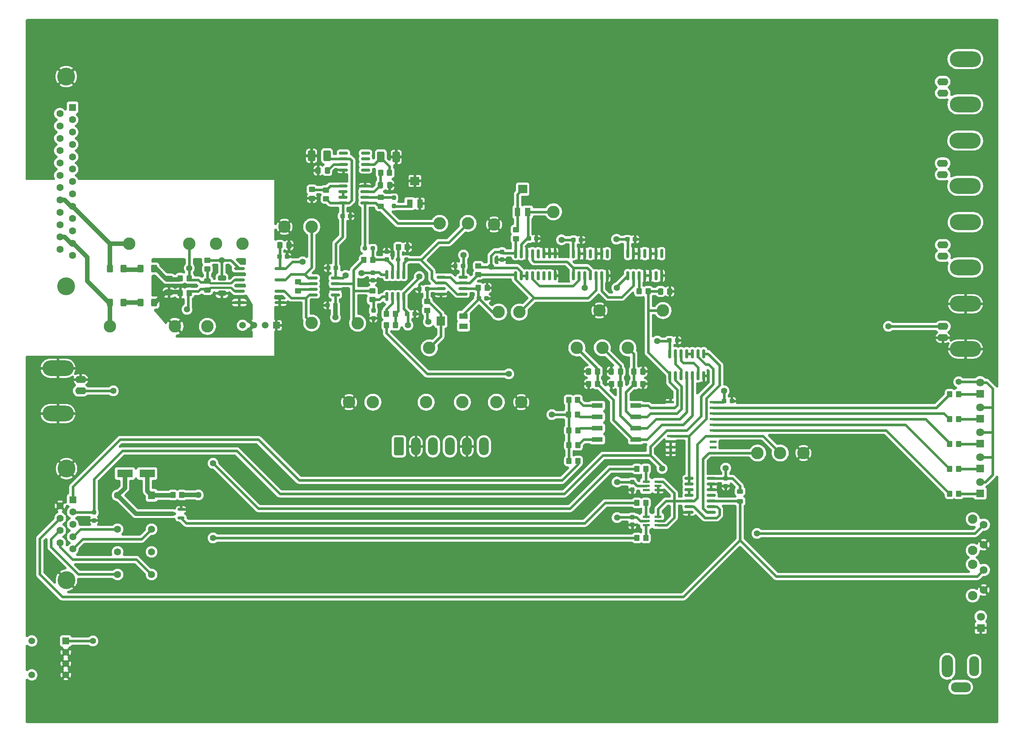
<source format=gbr>
%TF.GenerationSoftware,KiCad,Pcbnew,(6.0.11)*%
%TF.CreationDate,2023-04-19T09:31:43-03:00*%
%TF.ProjectId,qds-cv,7164732d-6376-42e6-9b69-6361645f7063,rev?*%
%TF.SameCoordinates,Original*%
%TF.FileFunction,Copper,L1,Top*%
%TF.FilePolarity,Positive*%
%FSLAX46Y46*%
G04 Gerber Fmt 4.6, Leading zero omitted, Abs format (unit mm)*
G04 Created by KiCad (PCBNEW (6.0.11)) date 2023-04-19 09:31:43*
%MOMM*%
%LPD*%
G01*
G04 APERTURE LIST*
G04 Aperture macros list*
%AMRoundRect*
0 Rectangle with rounded corners*
0 $1 Rounding radius*
0 $2 $3 $4 $5 $6 $7 $8 $9 X,Y pos of 4 corners*
0 Add a 4 corners polygon primitive as box body*
4,1,4,$2,$3,$4,$5,$6,$7,$8,$9,$2,$3,0*
0 Add four circle primitives for the rounded corners*
1,1,$1+$1,$2,$3*
1,1,$1+$1,$4,$5*
1,1,$1+$1,$6,$7*
1,1,$1+$1,$8,$9*
0 Add four rect primitives between the rounded corners*
20,1,$1+$1,$2,$3,$4,$5,0*
20,1,$1+$1,$4,$5,$6,$7,0*
20,1,$1+$1,$6,$7,$8,$9,0*
20,1,$1+$1,$8,$9,$2,$3,0*%
G04 Aperture macros list end*
%TA.AperFunction,SMDPad,CuDef*%
%ADD10RoundRect,0.250000X-0.450000X0.350000X-0.450000X-0.350000X0.450000X-0.350000X0.450000X0.350000X0*%
%TD*%
%TA.AperFunction,ComponentPad*%
%ADD11C,2.800000*%
%TD*%
%TA.AperFunction,SMDPad,CuDef*%
%ADD12RoundRect,0.250000X-0.350000X-0.450000X0.350000X-0.450000X0.350000X0.450000X-0.350000X0.450000X0*%
%TD*%
%TA.AperFunction,SMDPad,CuDef*%
%ADD13RoundRect,0.237500X0.300000X0.237500X-0.300000X0.237500X-0.300000X-0.237500X0.300000X-0.237500X0*%
%TD*%
%TA.AperFunction,SMDPad,CuDef*%
%ADD14RoundRect,0.250000X0.350000X0.450000X-0.350000X0.450000X-0.350000X-0.450000X0.350000X-0.450000X0*%
%TD*%
%TA.AperFunction,SMDPad,CuDef*%
%ADD15RoundRect,0.250000X-0.475000X0.337500X-0.475000X-0.337500X0.475000X-0.337500X0.475000X0.337500X0*%
%TD*%
%TA.AperFunction,SMDPad,CuDef*%
%ADD16R,1.300000X1.900000*%
%TD*%
%TA.AperFunction,SMDPad,CuDef*%
%ADD17R,2.000000X1.900000*%
%TD*%
%TA.AperFunction,SMDPad,CuDef*%
%ADD18RoundRect,0.237500X0.237500X-0.300000X0.237500X0.300000X-0.237500X0.300000X-0.237500X-0.300000X0*%
%TD*%
%TA.AperFunction,SMDPad,CuDef*%
%ADD19RoundRect,0.237500X-0.237500X0.300000X-0.237500X-0.300000X0.237500X-0.300000X0.237500X0.300000X0*%
%TD*%
%TA.AperFunction,SMDPad,CuDef*%
%ADD20RoundRect,0.150000X-0.825000X-0.150000X0.825000X-0.150000X0.825000X0.150000X-0.825000X0.150000X0*%
%TD*%
%TA.AperFunction,SMDPad,CuDef*%
%ADD21RoundRect,0.250000X0.337500X0.475000X-0.337500X0.475000X-0.337500X-0.475000X0.337500X-0.475000X0*%
%TD*%
%TA.AperFunction,SMDPad,CuDef*%
%ADD22RoundRect,0.237500X-0.300000X-0.237500X0.300000X-0.237500X0.300000X0.237500X-0.300000X0.237500X0*%
%TD*%
%TA.AperFunction,SMDPad,CuDef*%
%ADD23RoundRect,0.250000X-0.337500X-0.475000X0.337500X-0.475000X0.337500X0.475000X-0.337500X0.475000X0*%
%TD*%
%TA.AperFunction,ComponentPad*%
%ADD24RoundRect,0.305556X-0.794444X-1.694444X0.794444X-1.694444X0.794444X1.694444X-0.794444X1.694444X0*%
%TD*%
%TA.AperFunction,ComponentPad*%
%ADD25O,2.200000X4.000000*%
%TD*%
%TA.AperFunction,SMDPad,CuDef*%
%ADD26RoundRect,0.150000X0.150000X-0.825000X0.150000X0.825000X-0.150000X0.825000X-0.150000X-0.825000X0*%
%TD*%
%TA.AperFunction,SMDPad,CuDef*%
%ADD27R,1.560000X0.600000*%
%TD*%
%TA.AperFunction,SMDPad,CuDef*%
%ADD28RoundRect,0.275001X0.549999X0.924999X-0.549999X0.924999X-0.549999X-0.924999X0.549999X-0.924999X0*%
%TD*%
%TA.AperFunction,SMDPad,CuDef*%
%ADD29RoundRect,0.201041X-0.498959X0.281459X-0.498959X-0.281459X0.498959X-0.281459X0.498959X0.281459X0*%
%TD*%
%TA.AperFunction,SMDPad,CuDef*%
%ADD30RoundRect,0.237500X-0.237500X0.250000X-0.237500X-0.250000X0.237500X-0.250000X0.237500X0.250000X0*%
%TD*%
%TA.AperFunction,SMDPad,CuDef*%
%ADD31RoundRect,0.250000X-0.400000X-0.625000X0.400000X-0.625000X0.400000X0.625000X-0.400000X0.625000X0*%
%TD*%
%TA.AperFunction,SMDPad,CuDef*%
%ADD32RoundRect,0.250000X0.450000X-0.350000X0.450000X0.350000X-0.450000X0.350000X-0.450000X-0.350000X0*%
%TD*%
%TA.AperFunction,SMDPad,CuDef*%
%ADD33RoundRect,0.150000X-0.150000X0.825000X-0.150000X-0.825000X0.150000X-0.825000X0.150000X0.825000X0*%
%TD*%
%TA.AperFunction,SMDPad,CuDef*%
%ADD34R,1.900000X1.300000*%
%TD*%
%TA.AperFunction,SMDPad,CuDef*%
%ADD35R,1.900000X2.000000*%
%TD*%
%TA.AperFunction,ComponentPad*%
%ADD36R,1.508000X1.508000*%
%TD*%
%TA.AperFunction,ComponentPad*%
%ADD37C,1.508000*%
%TD*%
%TA.AperFunction,SMDPad,CuDef*%
%ADD38RoundRect,0.248478X-0.646022X0.323022X-0.646022X-0.323022X0.646022X-0.323022X0.646022X0.323022X0*%
%TD*%
%TA.AperFunction,SMDPad,CuDef*%
%ADD39R,1.500000X0.600000*%
%TD*%
%TA.AperFunction,SMDPad,CuDef*%
%ADD40RoundRect,0.150000X0.825000X0.150000X-0.825000X0.150000X-0.825000X-0.150000X0.825000X-0.150000X0*%
%TD*%
%TA.AperFunction,SMDPad,CuDef*%
%ADD41RoundRect,0.150000X0.587500X0.150000X-0.587500X0.150000X-0.587500X-0.150000X0.587500X-0.150000X0*%
%TD*%
%TA.AperFunction,SMDPad,CuDef*%
%ADD42RoundRect,0.237500X-0.250000X-0.237500X0.250000X-0.237500X0.250000X0.237500X-0.250000X0.237500X0*%
%TD*%
%TA.AperFunction,SMDPad,CuDef*%
%ADD43R,2.440000X1.120000*%
%TD*%
%TA.AperFunction,SMDPad,CuDef*%
%ADD44RoundRect,0.275001X-0.549999X-0.924999X0.549999X-0.924999X0.549999X0.924999X-0.549999X0.924999X0*%
%TD*%
%TA.AperFunction,SMDPad,CuDef*%
%ADD45RoundRect,0.250000X-0.625000X0.400000X-0.625000X-0.400000X0.625000X-0.400000X0.625000X0.400000X0*%
%TD*%
%TA.AperFunction,SMDPad,CuDef*%
%ADD46R,3.500000X1.800000*%
%TD*%
%TA.AperFunction,SMDPad,CuDef*%
%ADD47RoundRect,0.162500X-1.012500X-0.162500X1.012500X-0.162500X1.012500X0.162500X-1.012500X0.162500X0*%
%TD*%
%TA.AperFunction,SMDPad,CuDef*%
%ADD48RoundRect,0.237500X0.237500X-0.250000X0.237500X0.250000X-0.237500X0.250000X-0.237500X-0.250000X0*%
%TD*%
%TA.AperFunction,ComponentPad*%
%ADD49C,4.000000*%
%TD*%
%TA.AperFunction,ComponentPad*%
%ADD50R,1.600000X1.600000*%
%TD*%
%TA.AperFunction,ComponentPad*%
%ADD51C,1.600000*%
%TD*%
%TA.AperFunction,ComponentPad*%
%ADD52C,2.100000*%
%TD*%
%TA.AperFunction,ComponentPad*%
%ADD53C,1.750000*%
%TD*%
%TA.AperFunction,ComponentPad*%
%ADD54R,1.800000X1.800000*%
%TD*%
%TA.AperFunction,ComponentPad*%
%ADD55C,1.800000*%
%TD*%
%TA.AperFunction,ComponentPad*%
%ADD56O,2.500000X1.600000*%
%TD*%
%TA.AperFunction,ComponentPad*%
%ADD57O,7.000000X3.500000*%
%TD*%
%TA.AperFunction,ComponentPad*%
%ADD58R,1.518000X1.518000*%
%TD*%
%TA.AperFunction,ComponentPad*%
%ADD59C,1.518000*%
%TD*%
%TA.AperFunction,ComponentPad*%
%ADD60O,2.500000X5.000000*%
%TD*%
%TA.AperFunction,ComponentPad*%
%ADD61O,2.250000X4.500000*%
%TD*%
%TA.AperFunction,ComponentPad*%
%ADD62O,4.500000X2.250000*%
%TD*%
%TA.AperFunction,ComponentPad*%
%ADD63R,1.600000X1.800000*%
%TD*%
%TA.AperFunction,ViaPad*%
%ADD64C,1.400000*%
%TD*%
%TA.AperFunction,ViaPad*%
%ADD65C,1.000000*%
%TD*%
%TA.AperFunction,ViaPad*%
%ADD66C,1.600000*%
%TD*%
%TA.AperFunction,Conductor*%
%ADD67C,0.600000*%
%TD*%
%TA.AperFunction,Conductor*%
%ADD68C,0.500000*%
%TD*%
%TA.AperFunction,Conductor*%
%ADD69C,1.000000*%
%TD*%
G04 APERTURE END LIST*
D10*
%TO.P,R218,1*%
%TO.N,Net-(R209-Pad1)*%
X178181000Y-101489000D03*
%TO.P,R218,2*%
%TO.N,Net-(C211-Pad1)*%
X178181000Y-103489000D03*
%TD*%
D11*
%TO.P,TP121,1,1*%
%TO.N,Earth*%
X229108000Y-105918000D03*
%TD*%
D12*
%TO.P,R612,1*%
%TO.N,Earth*%
X226679450Y-122409500D03*
%TO.P,R612,2*%
%TO.N,/Detection validation/TRIG-CH-D*%
X228679450Y-122409500D03*
%TD*%
D13*
%TO.P,C201,1*%
%TO.N,+14V*%
X170001100Y-96367600D03*
%TO.P,C201,2*%
%TO.N,Earth*%
X168276100Y-96367600D03*
%TD*%
D14*
%TO.P,R603,1*%
%TO.N,Net-(R603-Pad1)*%
X224164400Y-129286000D03*
%TO.P,R603,2*%
%TO.N,+5V*%
X222164400Y-129286000D03*
%TD*%
D15*
%TO.P,C202,1*%
%TO.N,Net-(C202-Pad1)*%
X141224600Y-99292500D03*
%TO.P,C202,2*%
%TO.N,Net-(C202-Pad2)*%
X141224600Y-101367500D03*
%TD*%
D11*
%TO.P,TP206,1,1*%
%TO.N,Net-(TP206-Pad1)*%
X164592000Y-87122000D03*
%TD*%
D14*
%TO.P,R704,1*%
%TO.N,Net-(LD704-Pad1)*%
X309626000Y-141478000D03*
%TO.P,R704,2*%
%TO.N,Net-(R704-Pad2)*%
X307626000Y-141478000D03*
%TD*%
D16*
%TO.P,RV601,1,1*%
%TO.N,Net-(R601-Pad1)*%
X210736800Y-83779200D03*
D17*
%TO.P,RV601,2,2*%
X211886800Y-78679200D03*
D16*
%TO.P,RV601,3,3*%
%TO.N,Net-(C601-Pad2)*%
X213036800Y-83779200D03*
%TD*%
D18*
%TO.P,C204,1*%
%TO.N,Net-(C204-Pad1)*%
X181416200Y-94446600D03*
%TO.P,C204,2*%
%TO.N,Earth*%
X181416200Y-92721600D03*
%TD*%
D19*
%TO.P,C211,1*%
%TO.N,Net-(C211-Pad1)*%
X178435000Y-105944500D03*
%TO.P,C211,2*%
%TO.N,Earth*%
X178435000Y-107669500D03*
%TD*%
D20*
%TO.P,U204,1*%
%TO.N,/Detection validation/VAL-A*%
X193587600Y-98425000D03*
%TO.P,U204,2,-*%
%TO.N,/Isolated detection channel A/V-DET*%
X193587600Y-99695000D03*
%TO.P,U204,3,+*%
%TO.N,Net-(C212-Pad1)*%
X193587600Y-100965000D03*
%TO.P,U204,4,V-*%
%TO.N,Earth*%
X193587600Y-102235000D03*
%TO.P,U204,5,+*%
%TO.N,/Isolated detection channel A/V-DET*%
X198537600Y-102235000D03*
%TO.P,U204,6,-*%
%TO.N,Net-(C213-Pad1)*%
X198537600Y-100965000D03*
%TO.P,U204,7*%
%TO.N,/Detection validation/VAL-A*%
X198537600Y-99695000D03*
%TO.P,U204,8,V+*%
%TO.N,+14V*%
X198537600Y-98425000D03*
%TD*%
D11*
%TO.P,TP702,1,1*%
%TO.N,Net-(TP702-Pad1)*%
X269610950Y-137903500D03*
%TD*%
%TO.P,TP110,1,1*%
%TO.N,+5V*%
X205994000Y-126492000D03*
%TD*%
D21*
%TO.P,C803,1*%
%TO.N,Net-(C803-Pad1)*%
X168106600Y-74496000D03*
%TO.P,C803,2*%
%TO.N,Earth*%
X166031600Y-74496000D03*
%TD*%
D14*
%TO.P,R712,1*%
%TO.N,Net-(R712-Pad1)*%
X239506000Y-156972000D03*
%TO.P,R712,2*%
%TO.N,Net-(R712-Pad2)*%
X237506000Y-156972000D03*
%TD*%
D22*
%TO.P,C801,1*%
%TO.N,+14V*%
X171501900Y-84734400D03*
%TO.P,C801,2*%
%TO.N,Earth*%
X173226900Y-84734400D03*
%TD*%
%TO.P,C609,1*%
%TO.N,+5V*%
X223267100Y-90053500D03*
%TO.P,C609,2*%
%TO.N,Earth*%
X224992100Y-90053500D03*
%TD*%
D23*
%TO.P,C604,1*%
%TO.N,/Detection validation/TRIG-CH-B*%
X236791450Y-119615500D03*
%TO.P,C604,2*%
%TO.N,Earth*%
X238866450Y-119615500D03*
%TD*%
D24*
%TO.P,J102,1,Pin_1*%
%TO.N,+15V*%
X184150000Y-136398000D03*
D25*
%TO.P,J102,2,Pin_2*%
%TO.N,Earth*%
X187960000Y-136398000D03*
%TO.P,J102,3,Pin_3*%
%TO.N,-14V*%
X191770000Y-136398000D03*
%TO.P,J102,4,Pin_4*%
%TO.N,+14V*%
X195580000Y-136398000D03*
%TO.P,J102,5,Pin_5*%
%TO.N,Earth*%
X199390000Y-136398000D03*
%TO.P,J102,6,Pin_6*%
%TO.N,+5V*%
X203200000Y-136398000D03*
%TD*%
D19*
%TO.P,C701,1*%
%TO.N,+5V*%
X257418950Y-143612700D03*
%TO.P,C701,2*%
%TO.N,Earth*%
X257418950Y-145337700D03*
%TD*%
D26*
%TO.P,U603,1*%
%TO.N,Net-(U601-Pad3)*%
X235432600Y-98091100D03*
%TO.P,U603,2*%
%TO.N,Net-(U601-Pad6)*%
X236702600Y-98091100D03*
%TO.P,U603,3*%
%TO.N,Net-(R606-Pad1)*%
X237972600Y-98091100D03*
%TO.P,U603,4*%
%TO.N,Earth*%
X239242600Y-98091100D03*
%TO.P,U603,5*%
X240512600Y-98091100D03*
%TO.P,U603,6*%
%TO.N,unconnected-(U603-Pad6)*%
X241782600Y-98091100D03*
%TO.P,U603,7,GND*%
%TO.N,Earth*%
X243052600Y-98091100D03*
%TO.P,U603,8*%
%TO.N,unconnected-(U603-Pad8)*%
X243052600Y-93141100D03*
%TO.P,U603,9*%
%TO.N,Earth*%
X241782600Y-93141100D03*
%TO.P,U603,10*%
X240512600Y-93141100D03*
%TO.P,U603,11*%
%TO.N,unconnected-(U603-Pad11)*%
X239242600Y-93141100D03*
%TO.P,U603,12*%
%TO.N,Earth*%
X237972600Y-93141100D03*
%TO.P,U603,13*%
X236702600Y-93141100D03*
%TO.P,U603,14,VCC*%
%TO.N,+5V*%
X235432600Y-93141100D03*
%TD*%
D11*
%TO.P,TP204,1,1*%
%TO.N,Net-(C202-Pad1)*%
X137160000Y-90932000D03*
%TD*%
D21*
%TO.P,C615,1*%
%TO.N,/Detection validation/TRIG-CH-D*%
X228716950Y-119601520D03*
%TO.P,C615,2*%
%TO.N,Earth*%
X226641950Y-119601520D03*
%TD*%
D11*
%TO.P,TP107,1,1*%
%TO.N,+15V*%
X178308000Y-126492000D03*
%TD*%
D22*
%TO.P,C205,1*%
%TO.N,+14V*%
X185981000Y-106680000D03*
%TO.P,C205,2*%
%TO.N,Earth*%
X187706000Y-106680000D03*
%TD*%
D11*
%TO.P,TP203,1,1*%
%TO.N,/Detection validation/VAL-A*%
X211124800Y-106273600D03*
%TD*%
D27*
%TO.P,U705,1*%
%TO.N,Earth*%
X242258950Y-146238000D03*
%TO.P,U705,2,GND*%
X242258950Y-145288000D03*
%TO.P,U705,3*%
%TO.N,Net-(TP702-Pad1)*%
X242258950Y-144338000D03*
%TO.P,U705,4*%
%TO.N,Net-(R706-Pad1)*%
X239558950Y-144338000D03*
%TO.P,U705,5,VCC*%
%TO.N,+5V*%
X239558950Y-145288000D03*
%TO.P,U705,6*%
%TO.N,unconnected-(U705-Pad6)*%
X239558950Y-146238000D03*
%TD*%
D10*
%TO.P,R802,1*%
%TO.N,Net-(R801-Pad2)*%
X180044600Y-80528500D03*
%TO.P,R802,2*%
%TO.N,/+5V reference/+5VREF*%
X180044600Y-82528500D03*
%TD*%
D20*
%TO.P,U203,1,-*%
%TO.N,Net-(TP206-Pad1)*%
X164947600Y-98602800D03*
%TO.P,U203,2,Rg*%
%TO.N,Net-(R208-Pad2)*%
X164947600Y-99872800D03*
%TO.P,U203,3,Rg*%
%TO.N,Net-(R208-Pad1)*%
X164947600Y-101142800D03*
%TO.P,U203,4,+*%
%TO.N,Net-(TP207-Pad1)*%
X164947600Y-102412800D03*
%TO.P,U203,5,Vs-*%
%TO.N,-14V*%
X169897600Y-102412800D03*
%TO.P,U203,6,Ref*%
%TO.N,Earth*%
X169897600Y-101142800D03*
%TO.P,U203,7*%
%TO.N,Net-(R209-Pad1)*%
X169897600Y-99872800D03*
%TO.P,U203,8,Vs+*%
%TO.N,+14V*%
X169897600Y-98602800D03*
%TD*%
D28*
%TO.P,C804,1*%
%TO.N,Earth*%
X183547600Y-71448000D03*
%TO.P,C804,2*%
%TO.N,Net-(C804-Pad2)*%
X180097600Y-71448000D03*
%TD*%
D11*
%TO.P,TP105,1,1*%
%TO.N,/Detection validation/TRIG-CH-C*%
X229743000Y-114281500D03*
%TD*%
D12*
%TO.P,R209,1*%
%TO.N,Net-(R209-Pad1)*%
X176266600Y-94600100D03*
%TO.P,R209,2*%
%TO.N,Net-(C204-Pad1)*%
X178266600Y-94600100D03*
%TD*%
D29*
%TO.P,R708,1*%
%TO.N,+5V*%
X260604000Y-146507300D03*
%TO.P,R708,2*%
%TO.N,/Quench trigger/REMOTE_RST+*%
X260604000Y-148742300D03*
%TD*%
D20*
%TO.P,U703,1*%
%TO.N,Net-(U701-Pad8)*%
X249188200Y-143618500D03*
%TO.P,U703,2*%
X249188200Y-144888500D03*
%TO.P,U703,3*%
%TO.N,Net-(U703-Pad3)*%
X249188200Y-146158500D03*
%TO.P,U703,4*%
X249188200Y-147428500D03*
%TO.P,U703,5*%
%TO.N,Net-(TP702-Pad1)*%
X249188200Y-148698500D03*
%TO.P,U703,6*%
%TO.N,Net-(U703-Pad6)*%
X249188200Y-149968500D03*
%TO.P,U703,7,GND*%
%TO.N,Earth*%
X249188200Y-151238500D03*
%TO.P,U703,8*%
%TO.N,Net-(TP701-Pad1)*%
X254138200Y-151238500D03*
%TO.P,U703,9*%
%TO.N,Net-(U703-Pad6)*%
X254138200Y-149968500D03*
%TO.P,U703,10*%
%TO.N,/Quench trigger/REMOTE_RST+*%
X254138200Y-148698500D03*
%TO.P,U703,11*%
%TO.N,unconnected-(U703-Pad11)*%
X254138200Y-147428500D03*
%TO.P,U703,12*%
%TO.N,Earth*%
X254138200Y-146158500D03*
%TO.P,U703,13*%
X254138200Y-144888500D03*
%TO.P,U703,14,VCC*%
%TO.N,+5V*%
X254138200Y-143618500D03*
%TD*%
D14*
%TO.P,R707,1*%
%TO.N,+15V*%
X135493000Y-147320000D03*
%TO.P,R707,2*%
%TO.N,Net-(D701-Pad1)*%
X133493000Y-147320000D03*
%TD*%
D12*
%TO.P,R610,1*%
%TO.N,Earth*%
X231780950Y-122423480D03*
%TO.P,R610,2*%
%TO.N,/Detection validation/TRIG-CH-C*%
X233780950Y-122423480D03*
%TD*%
D11*
%TO.P,TP111,1,1*%
%TO.N,+5V-ISO-A*%
X143129000Y-90932000D03*
%TD*%
D30*
%TO.P,R711,1*%
%TO.N,/Quench trigger/SW_TRIG-*%
X115824000Y-151233500D03*
%TO.P,R711,2*%
%TO.N,Earth*%
X115824000Y-153058500D03*
%TD*%
D23*
%TO.P,C805,1*%
%TO.N,Net-(C805-Pad1)*%
X180023100Y-77798000D03*
%TO.P,C805,2*%
%TO.N,Earth*%
X182098100Y-77798000D03*
%TD*%
D14*
%TO.P,R604,1*%
%TO.N,Net-(R604-Pad1)*%
X224266000Y-132842000D03*
%TO.P,R604,2*%
%TO.N,+5V*%
X222266000Y-132842000D03*
%TD*%
D11*
%TO.P,TP116,1,1*%
%TO.N,Earth*%
X172974000Y-126492000D03*
%TD*%
D22*
%TO.P,C607,1*%
%TO.N,+5V*%
X235357500Y-89926500D03*
%TO.P,C607,2*%
%TO.N,Earth*%
X237082500Y-89926500D03*
%TD*%
D14*
%TO.P,R702,1*%
%TO.N,Net-(LD702-Pad1)*%
X309610000Y-130302000D03*
%TO.P,R702,2*%
%TO.N,Net-(R702-Pad2)*%
X307610000Y-130302000D03*
%TD*%
D11*
%TO.P,TP301,1,1*%
%TO.N,Net-(C601-Pad2)*%
X218795600Y-83769200D03*
%TD*%
D22*
%TO.P,C702,1*%
%TO.N,+5V*%
X244806300Y-112605100D03*
%TO.P,C702,2*%
%TO.N,Earth*%
X246531300Y-112605100D03*
%TD*%
D26*
%TO.P,U701,1*%
%TO.N,/Detection validation/TRIG-CH-A*%
X244856000Y-120566500D03*
%TO.P,U701,2*%
%TO.N,/Detection validation/TRIG-CH-B*%
X246126000Y-120566500D03*
%TO.P,U701,3*%
%TO.N,Net-(U701-Pad13)*%
X247396000Y-120566500D03*
%TO.P,U701,4*%
%TO.N,/Detection validation/TRIG-CH-C*%
X248666000Y-120566500D03*
%TO.P,U701,5*%
%TO.N,/Detection validation/TRIG-CH-D*%
X249936000Y-120566500D03*
%TO.P,U701,6*%
%TO.N,Net-(U701-Pad12)*%
X251206000Y-120566500D03*
%TO.P,U701,7,GND*%
%TO.N,Earth*%
X252476000Y-120566500D03*
%TO.P,U701,8*%
%TO.N,Net-(U701-Pad8)*%
X252476000Y-115616500D03*
%TO.P,U701,9*%
%TO.N,/Quench trigger/SW_TRIG-*%
X251206000Y-115616500D03*
%TO.P,U701,10*%
%TO.N,Net-(U701-Pad10)*%
X249936000Y-115616500D03*
%TO.P,U701,11*%
X248666000Y-115616500D03*
%TO.P,U701,12*%
%TO.N,Net-(U701-Pad12)*%
X247396000Y-115616500D03*
%TO.P,U701,13*%
%TO.N,Net-(U701-Pad13)*%
X246126000Y-115616500D03*
%TO.P,U701,14,VCC*%
%TO.N,+5V*%
X244856000Y-115616500D03*
%TD*%
D11*
%TO.P,TP108,1,1*%
%TO.N,-14V*%
X190246000Y-126492000D03*
%TD*%
D31*
%TO.P,R211,1*%
%TO.N,Net-(R210-Pad2)*%
X126212000Y-104140000D03*
%TO.P,R211,2*%
%TO.N,GND-ISO-A*%
X129312000Y-104140000D03*
%TD*%
D10*
%TO.P,R803,1*%
%TO.N,Net-(R803-Pad1)*%
X167843200Y-78857600D03*
%TO.P,R803,2*%
%TO.N,+14V*%
X167843200Y-80857600D03*
%TD*%
D14*
%TO.P,R804,1*%
%TO.N,Net-(C804-Pad2)*%
X182060600Y-75004000D03*
%TO.P,R804,2*%
%TO.N,Net-(C805-Pad1)*%
X180060600Y-75004000D03*
%TD*%
D11*
%TO.P,TP501,1,1*%
%TO.N,/+5V reference/+5VREF*%
X193294000Y-86360000D03*
%TD*%
D32*
%TO.P,R201,1*%
%TO.N,Net-(C202-Pad1)*%
X141224600Y-96627600D03*
%TO.P,R201,2*%
%TO.N,+5V-ISO-A*%
X141224600Y-94627600D03*
%TD*%
D16*
%TO.P,RV801,1,1*%
%TO.N,Net-(R801-Pad1)*%
X186556000Y-81925000D03*
D17*
%TO.P,RV801,2,2*%
%TO.N,Earth*%
X187706000Y-76825000D03*
D16*
%TO.P,RV801,3,3*%
X188856000Y-81925000D03*
%TD*%
D13*
%TO.P,C705,1*%
%TO.N,Earth*%
X258799500Y-126238000D03*
%TO.P,C705,2*%
%TO.N,+5V*%
X257074500Y-126238000D03*
%TD*%
D14*
%TO.P,R219,1*%
%TO.N,Earth*%
X203920600Y-100838000D03*
%TO.P,R219,2*%
%TO.N,Net-(C213-Pad1)*%
X201920600Y-100838000D03*
%TD*%
%TO.P,R605,1*%
%TO.N,Net-(R605-Pad1)*%
X224266000Y-136144000D03*
%TO.P,R605,2*%
%TO.N,+5V*%
X222266000Y-136144000D03*
%TD*%
D33*
%TO.P,U201,1*%
%TO.N,/Isolated detection channel A/V-DET*%
X185267600Y-97855000D03*
%TO.P,U201,2,-*%
%TO.N,Net-(R202-Pad2)*%
X183997600Y-97855000D03*
%TO.P,U201,3,+*%
%TO.N,Net-(C204-Pad1)*%
X182727600Y-97855000D03*
%TO.P,U201,4,V-*%
%TO.N,-14V*%
X181457600Y-97855000D03*
%TO.P,U201,5,+*%
%TO.N,Net-(C211-Pad1)*%
X181457600Y-102805000D03*
%TO.P,U201,6,-*%
%TO.N,Net-(R214-Pad1)*%
X182727600Y-102805000D03*
%TO.P,U201,7*%
%TO.N,Net-(R214-Pad2)*%
X183997600Y-102805000D03*
%TO.P,U201,8,V+*%
%TO.N,+14V*%
X185267600Y-102805000D03*
%TD*%
D12*
%TO.P,R214,1*%
%TO.N,Net-(R214-Pad1)*%
X181372000Y-106690500D03*
%TO.P,R214,2*%
%TO.N,Net-(R214-Pad2)*%
X183372000Y-106690500D03*
%TD*%
D14*
%TO.P,R602,1*%
%TO.N,Net-(R602-Pad1)*%
X224215200Y-125984000D03*
%TO.P,R602,2*%
%TO.N,+5V*%
X222215200Y-125984000D03*
%TD*%
D10*
%TO.P,R601,1*%
%TO.N,Net-(R601-Pad1)*%
X210413600Y-87783500D03*
%TO.P,R601,2*%
%TO.N,+5V*%
X210413600Y-89783500D03*
%TD*%
D34*
%TO.P,RV201,1,1*%
%TO.N,unconnected-(RV201-Pad1)*%
X198638000Y-109455600D03*
D35*
%TO.P,RV201,2,2*%
%TO.N,Net-(C212-Pad1)*%
X193538000Y-108305600D03*
D34*
%TO.P,RV201,3,3*%
%TO.N,Net-(C213-Pad1)*%
X198638000Y-107155600D03*
%TD*%
D36*
%TO.P,PS902,1,-VIN*%
%TO.N,Earth*%
X156707100Y-109230000D03*
D37*
%TO.P,PS902,2,+VIN*%
%TO.N,+15V*%
X154167100Y-109230000D03*
%TO.P,PS902,3,-VOUT*%
%TO.N,GND-ISO-A*%
X151627100Y-109230000D03*
%TO.P,PS902,4,+VOUT*%
%TO.N,Net-(C905-Pad1)*%
X149087100Y-109230000D03*
%TD*%
D19*
%TO.P,C613,1*%
%TO.N,+5V*%
X207264000Y-92761900D03*
%TO.P,C613,2*%
%TO.N,Earth*%
X207264000Y-94486900D03*
%TD*%
D12*
%TO.P,R212,1*%
%TO.N,GND-ISO-A*%
X135144000Y-101981000D03*
%TO.P,R212,2*%
%TO.N,Net-(C202-Pad2)*%
X137144000Y-101981000D03*
%TD*%
D31*
%TO.P,R210,1*%
%TO.N,/VT1*%
X119354000Y-104140000D03*
%TO.P,R210,2*%
%TO.N,Net-(R210-Pad2)*%
X122454000Y-104140000D03*
%TD*%
D12*
%TO.P,R709,1*%
%TO.N,+5V*%
X222266000Y-139700000D03*
%TO.P,R709,2*%
%TO.N,/Quench trigger/SW_TRIG+*%
X224266000Y-139700000D03*
%TD*%
D14*
%TO.P,R710,1*%
%TO.N,Net-(R710-Pad1)*%
X239506000Y-149098000D03*
%TO.P,R710,2*%
%TO.N,Net-(Q701-Pad1)*%
X237506000Y-149098000D03*
%TD*%
D11*
%TO.P,TP119,1,1*%
%TO.N,Earth*%
X211582000Y-126492000D03*
%TD*%
D32*
%TO.P,R805,1*%
%TO.N,Earth*%
X164642800Y-80756000D03*
%TO.P,R805,2*%
%TO.N,Net-(R803-Pad1)*%
X164642800Y-78756000D03*
%TD*%
D27*
%TO.P,U704,1*%
%TO.N,Net-(TP702-Pad1)*%
X242258950Y-154112000D03*
%TO.P,U704,2,GND*%
%TO.N,Earth*%
X242258950Y-153162000D03*
%TO.P,U704,3*%
%TO.N,Net-(TP702-Pad1)*%
X242258950Y-152212000D03*
%TO.P,U704,4*%
%TO.N,Net-(R710-Pad1)*%
X239558950Y-152212000D03*
%TO.P,U704,5,VCC*%
%TO.N,+5V*%
X239558950Y-153162000D03*
%TO.P,U704,6*%
%TO.N,Net-(R712-Pad1)*%
X239558950Y-154112000D03*
%TD*%
D11*
%TO.P,TP112,1,1*%
%TO.N,GND-ISO-A*%
X133942666Y-109474000D03*
%TD*%
D38*
%TO.P,C208,1*%
%TO.N,+5V-ISO-A*%
X144480100Y-98615500D03*
%TO.P,C208,2*%
%TO.N,GND-ISO-A*%
X144480100Y-102044500D03*
%TD*%
D11*
%TO.P,TP117,1,1*%
%TO.N,Earth*%
X274828000Y-137903500D03*
%TD*%
D39*
%TO.P,U702,1,OE*%
%TO.N,Earth*%
X245059000Y-126473500D03*
%TO.P,U702,2,D0*%
%TO.N,/Detection validation/TRIG-CH-A*%
X245059000Y-127743500D03*
%TO.P,U702,3,D1*%
%TO.N,/Detection validation/TRIG-CH-B*%
X245059000Y-129013500D03*
%TO.P,U702,4,D2*%
%TO.N,/Detection validation/TRIG-CH-C*%
X245059000Y-130283500D03*
%TO.P,U702,5,D3*%
%TO.N,/Detection validation/TRIG-CH-D*%
X245059000Y-131553500D03*
%TO.P,U702,6,D4*%
%TO.N,/Quench trigger/SW_TRIG-*%
X245059000Y-132823500D03*
%TO.P,U702,7,D5*%
%TO.N,Net-(U701-Pad8)*%
X245059000Y-134093500D03*
%TO.P,U702,8,D6*%
%TO.N,Earth*%
X245059000Y-135363500D03*
%TO.P,U702,9,D7*%
X245059000Y-136633500D03*
%TO.P,U702,10,GND*%
X245059000Y-137903500D03*
%TO.P,U702,11,Cp*%
%TO.N,Net-(TP701-Pad1)*%
X254559000Y-137903500D03*
%TO.P,U702,12,Q7*%
%TO.N,unconnected-(U702-Pad12)*%
X254559000Y-136633500D03*
%TO.P,U702,13,Q6*%
%TO.N,unconnected-(U702-Pad13)*%
X254559000Y-135363500D03*
%TO.P,U702,14,Q5*%
%TO.N,Net-(TP702-Pad1)*%
X254559000Y-134093500D03*
%TO.P,U702,15,Q4*%
%TO.N,Net-(R705-Pad2)*%
X254559000Y-132823500D03*
%TO.P,U702,16,Q3*%
%TO.N,Net-(R704-Pad2)*%
X254559000Y-131553500D03*
%TO.P,U702,17,Q2*%
%TO.N,Net-(R703-Pad2)*%
X254559000Y-130283500D03*
%TO.P,U702,18,Q1*%
%TO.N,Net-(R702-Pad2)*%
X254559000Y-129013500D03*
%TO.P,U702,19,Q0*%
%TO.N,Net-(R701-Pad2)*%
X254559000Y-127743500D03*
%TO.P,U702,20,VCC*%
%TO.N,+5V*%
X254559000Y-126473500D03*
%TD*%
D31*
%TO.P,R205,1*%
%TO.N,Net-(R204-Pad2)*%
X126212000Y-96520000D03*
%TO.P,R205,2*%
%TO.N,Net-(R205-Pad2)*%
X129312000Y-96520000D03*
%TD*%
D11*
%TO.P,TP101,1,1*%
%TO.N,/VT2*%
X123698000Y-90932000D03*
%TD*%
D31*
%TO.P,R204,1*%
%TO.N,/VT2*%
X119354000Y-96520000D03*
%TO.P,R204,2*%
%TO.N,Net-(R204-Pad2)*%
X122454000Y-96520000D03*
%TD*%
D14*
%TO.P,R217,1*%
%TO.N,Net-(R214-Pad2)*%
X183372000Y-109220000D03*
%TO.P,R217,2*%
%TO.N,Net-(J201-Pad1)*%
X181372000Y-109220000D03*
%TD*%
D11*
%TO.P,TP103,1,1*%
%TO.N,/Detection validation/TRIG-CH-A*%
X243332000Y-105918000D03*
%TD*%
D13*
%TO.P,C203,1*%
%TO.N,-14V*%
X169900600Y-104749600D03*
%TO.P,C203,2*%
%TO.N,Earth*%
X168175600Y-104749600D03*
%TD*%
D11*
%TO.P,TP113,1,1*%
%TO.N,GND-ISO-A*%
X149098000Y-90932000D03*
%TD*%
D40*
%TO.P,U801,1*%
%TO.N,/+5V reference/+5VREF*%
X176550600Y-81798500D03*
%TO.P,U801,2,-*%
%TO.N,Net-(R801-Pad2)*%
X176550600Y-80528500D03*
%TO.P,U801,3,+*%
%TO.N,Net-(C805-Pad1)*%
X176550600Y-79258500D03*
%TO.P,U801,4,V-*%
%TO.N,Earth*%
X176550600Y-77988500D03*
%TO.P,U801,5,+*%
%TO.N,Net-(R803-Pad1)*%
X171600600Y-77988500D03*
%TO.P,U801,6,-*%
%TO.N,Net-(U801-Pad6)*%
X171600600Y-79258500D03*
%TO.P,U801,7*%
X171600600Y-80528500D03*
%TO.P,U801,8,V+*%
%TO.N,+14V*%
X171600600Y-81798500D03*
%TD*%
D11*
%TO.P,TP106,1,1*%
%TO.N,/Detection validation/TRIG-CH-D*%
X224028000Y-114300000D03*
%TD*%
D26*
%TO.P,U602,1,A*%
%TO.N,/Detection validation/VAL-A*%
X210286600Y-98116500D03*
%TO.P,U602,2,B*%
%TO.N,+5V*%
X211556600Y-98116500D03*
%TO.P,U602,3,Clr*%
X212826600Y-98116500D03*
%TO.P,U602,4,~{Q}*%
%TO.N,Net-(U601-Pad2)*%
X214096600Y-98116500D03*
%TO.P,U602,5,Q*%
%TO.N,unconnected-(U602-Pad5)*%
X215366600Y-98116500D03*
%TO.P,U602,6,Cx*%
%TO.N,unconnected-(U602-Pad6)*%
X216636600Y-98116500D03*
%TO.P,U602,7,RCx*%
%TO.N,unconnected-(U602-Pad7)*%
X217906600Y-98116500D03*
%TO.P,U602,8,GND*%
%TO.N,Earth*%
X219176600Y-98116500D03*
%TO.P,U602,9,A*%
X219176600Y-93166500D03*
%TO.P,U602,10,B*%
X217906600Y-93166500D03*
%TO.P,U602,11,Clr*%
X216636600Y-93166500D03*
%TO.P,U602,12,~{Q}*%
%TO.N,unconnected-(U602-Pad12)*%
X215366600Y-93166500D03*
%TO.P,U602,13,Q*%
%TO.N,Net-(U601-Pad1)*%
X214096600Y-93166500D03*
%TO.P,U602,14,Cx*%
%TO.N,Earth*%
X212826600Y-93166500D03*
%TO.P,U602,15,RCx*%
%TO.N,Net-(C601-Pad2)*%
X211556600Y-93166500D03*
%TO.P,U602,16,VCC*%
%TO.N,+5V*%
X210286600Y-93166500D03*
%TD*%
D14*
%TO.P,R706,1*%
%TO.N,Net-(R706-Pad1)*%
X239506000Y-141478000D03*
%TO.P,R706,2*%
%TO.N,Net-(J701-Pad1)*%
X237506000Y-141478000D03*
%TD*%
D22*
%TO.P,C210,1*%
%TO.N,+5V*%
X157354100Y-93827600D03*
%TO.P,C210,2*%
%TO.N,Earth*%
X159079100Y-93827600D03*
%TD*%
D11*
%TO.P,TP205,1,1*%
%TO.N,Net-(C202-Pad2)*%
X141224000Y-109474000D03*
%TD*%
%TO.P,TP202,1,1*%
%TO.N,Net-(C213-Pad1)*%
X206502000Y-106273600D03*
%TD*%
D19*
%TO.P,C703,1*%
%TO.N,+5V*%
X236474000Y-152299500D03*
%TO.P,C703,2*%
%TO.N,Earth*%
X236474000Y-154024500D03*
%TD*%
D41*
%TO.P,Q701,1,B*%
%TO.N,Net-(Q701-Pad1)*%
X135303500Y-152461000D03*
%TO.P,Q701,2,E*%
%TO.N,Earth*%
X135303500Y-150561000D03*
%TO.P,Q701,3,C*%
%TO.N,Net-(D701-Pad2)*%
X133428500Y-151511000D03*
%TD*%
D13*
%TO.P,C214,1*%
%TO.N,+14V*%
X198499900Y-95935800D03*
%TO.P,C214,2*%
%TO.N,Earth*%
X196774900Y-95935800D03*
%TD*%
D42*
%TO.P,R213,1*%
%TO.N,/+5V reference/+5VREF*%
X176506500Y-91948000D03*
%TO.P,R213,2*%
%TO.N,Net-(C204-Pad1)*%
X178331500Y-91948000D03*
%TD*%
D11*
%TO.P,TP208,1,1*%
%TO.N,Net-(R209-Pad1)*%
X174904400Y-108762800D03*
%TD*%
%TO.P,TP209,1,1*%
%TO.N,/Isolated detection channel A/V-DET*%
X199644000Y-86360000D03*
%TD*%
D18*
%TO.P,C206,1*%
%TO.N,Earth*%
X178308000Y-99160500D03*
%TO.P,C206,2*%
%TO.N,-14V*%
X178308000Y-97435500D03*
%TD*%
D43*
%TO.P,SW601,1*%
%TO.N,/Detection validation/TRIG-CH-D*%
X237223000Y-134874000D03*
%TO.P,SW601,2*%
%TO.N,/Detection validation/TRIG-CH-C*%
X237223000Y-132334000D03*
%TO.P,SW601,3*%
%TO.N,/Detection validation/TRIG-CH-B*%
X237223000Y-129794000D03*
%TO.P,SW601,4*%
%TO.N,/Detection validation/TRIG-CH-A*%
X237223000Y-127254000D03*
%TO.P,SW601,5*%
%TO.N,Net-(R602-Pad1)*%
X228613000Y-127254000D03*
%TO.P,SW601,6*%
%TO.N,Net-(R603-Pad1)*%
X228613000Y-129794000D03*
%TO.P,SW601,7*%
%TO.N,Net-(R604-Pad1)*%
X228613000Y-132334000D03*
%TO.P,SW601,8*%
%TO.N,Net-(R605-Pad1)*%
X228613000Y-134874000D03*
%TD*%
D14*
%TO.P,R703,1*%
%TO.N,Net-(LD703-Pad1)*%
X309626000Y-135890000D03*
%TO.P,R703,2*%
%TO.N,Net-(R703-Pad2)*%
X307626000Y-135890000D03*
%TD*%
D10*
%TO.P,R215,1*%
%TO.N,Net-(C212-Pad1)*%
X190500000Y-103902000D03*
%TO.P,R215,2*%
%TO.N,+5V*%
X190500000Y-105902000D03*
%TD*%
D23*
%TO.P,C602,1*%
%TO.N,/Detection validation/TRIG-CH-A*%
X242802500Y-101635900D03*
%TO.P,C602,2*%
%TO.N,Earth*%
X244877500Y-101635900D03*
%TD*%
D44*
%TO.P,C802,1*%
%TO.N,Earth*%
X164582100Y-71194000D03*
%TO.P,C802,2*%
%TO.N,+14V*%
X168032100Y-71194000D03*
%TD*%
D13*
%TO.P,C212,1*%
%TO.N,Net-(C212-Pad1)*%
X190474600Y-101102500D03*
%TO.P,C212,2*%
%TO.N,Earth*%
X188749600Y-101102500D03*
%TD*%
D14*
%TO.P,R705,1*%
%TO.N,Net-(LD705-Pad1)*%
X309626000Y-147066000D03*
%TO.P,R705,2*%
%TO.N,Net-(R705-Pad2)*%
X307626000Y-147066000D03*
%TD*%
D13*
%TO.P,C601,1*%
%TO.N,Earth*%
X214959100Y-89774100D03*
%TO.P,C601,2*%
%TO.N,Net-(C601-Pad2)*%
X213234100Y-89774100D03*
%TD*%
D45*
%TO.P,R207,1*%
%TO.N,Net-(R205-Pad2)*%
X132588000Y-98780000D03*
%TO.P,R207,2*%
%TO.N,GND-ISO-A*%
X132588000Y-101880000D03*
%TD*%
D11*
%TO.P,TP109,1,1*%
%TO.N,+14V*%
X198374000Y-126492000D03*
%TD*%
D46*
%TO.P,D701,1,K*%
%TO.N,Net-(D701-Pad1)*%
X127722000Y-142494000D03*
%TO.P,D701,2,A*%
%TO.N,Net-(D701-Pad2)*%
X122722000Y-142494000D03*
%TD*%
D12*
%TO.P,R206,1*%
%TO.N,Net-(R205-Pad2)*%
X135144000Y-98679000D03*
%TO.P,R206,2*%
%TO.N,Net-(C202-Pad1)*%
X137144000Y-98679000D03*
%TD*%
D11*
%TO.P,TP201,1,1*%
%TO.N,Net-(C212-Pad1)*%
X190957200Y-114300000D03*
%TD*%
D19*
%TO.P,C704,1*%
%TO.N,+5V*%
X236474000Y-144425500D03*
%TO.P,C704,2*%
%TO.N,Earth*%
X236474000Y-146150500D03*
%TD*%
D20*
%TO.P,U802,1,NC*%
%TO.N,unconnected-(U802-Pad1)*%
X171727600Y-70559000D03*
%TO.P,U802,2,IN*%
%TO.N,+14V*%
X171727600Y-71829000D03*
%TO.P,U802,3,NR*%
%TO.N,Net-(C803-Pad1)*%
X171727600Y-73099000D03*
%TO.P,U802,4,GND*%
%TO.N,Earth*%
X171727600Y-74369000D03*
%TO.P,U802,5,TRIM*%
%TO.N,unconnected-(U802-Pad5)*%
X176677600Y-74369000D03*
%TO.P,U802,6,OUT*%
%TO.N,Net-(C804-Pad2)*%
X176677600Y-73099000D03*
%TO.P,U802,7,NC*%
%TO.N,unconnected-(U802-Pad7)*%
X176677600Y-71829000D03*
%TO.P,U802,8,NC*%
%TO.N,unconnected-(U802-Pad8)*%
X176677600Y-70559000D03*
%TD*%
D10*
%TO.P,R216,1*%
%TO.N,+5V*%
X201955400Y-95886100D03*
%TO.P,R216,2*%
%TO.N,/Detection validation/VAL-A*%
X201955400Y-97886100D03*
%TD*%
D42*
%TO.P,R203,1*%
%TO.N,Net-(R202-Pad2)*%
X183999500Y-94483600D03*
%TO.P,R203,2*%
%TO.N,/Isolated detection channel A/V-DET*%
X185824500Y-94483600D03*
%TD*%
D47*
%TO.P,U202,1,V1+*%
%TO.N,+5V-ISO-A*%
X148383000Y-96520000D03*
%TO.P,U202,2,+*%
%TO.N,Net-(C202-Pad1)*%
X148383000Y-99060000D03*
%TO.P,U202,3,-*%
%TO.N,Net-(C202-Pad2)*%
X148383000Y-101600000D03*
%TO.P,U202,4,V1-*%
%TO.N,GND-ISO-A*%
X148383000Y-104140000D03*
%TO.P,U202,5,V2-*%
%TO.N,Earth*%
X157433000Y-104140000D03*
%TO.P,U202,6,-*%
%TO.N,Net-(TP207-Pad1)*%
X157433000Y-101600000D03*
%TO.P,U202,7,+*%
%TO.N,Net-(TP206-Pad1)*%
X157433000Y-99060000D03*
%TO.P,U202,8,V2+*%
%TO.N,+5V*%
X157433000Y-96520000D03*
%TD*%
D12*
%TO.P,R606,1*%
%TO.N,Net-(R606-Pad1)*%
X238014000Y-101610500D03*
%TO.P,R606,2*%
%TO.N,/Detection validation/TRIG-CH-A*%
X240014000Y-101610500D03*
%TD*%
D11*
%TO.P,TP701,1,1*%
%TO.N,Net-(TP701-Pad1)*%
X264530950Y-137903500D03*
%TD*%
D22*
%TO.P,C213,1*%
%TO.N,Net-(C213-Pad1)*%
X202058100Y-103236100D03*
%TO.P,C213,2*%
%TO.N,Earth*%
X203783100Y-103236100D03*
%TD*%
D14*
%TO.P,R701,1*%
%TO.N,Net-(LD701-Pad1)*%
X309626000Y-124714000D03*
%TO.P,R701,2*%
%TO.N,Net-(R701-Pad2)*%
X307626000Y-124714000D03*
%TD*%
D48*
%TO.P,R801,1*%
%TO.N,Net-(R801-Pad1)*%
X183007000Y-82446500D03*
%TO.P,R801,2*%
%TO.N,Net-(R801-Pad2)*%
X183007000Y-80621500D03*
%TD*%
D14*
%TO.P,R202,1*%
%TO.N,Earth*%
X186039000Y-91694000D03*
%TO.P,R202,2*%
%TO.N,Net-(R202-Pad2)*%
X184039000Y-91694000D03*
%TD*%
D11*
%TO.P,TP118,1,1*%
%TO.N,Earth*%
X205486000Y-86614000D03*
%TD*%
D21*
%TO.P,C606,1*%
%TO.N,/Detection validation/TRIG-CH-C*%
X233818450Y-119615500D03*
%TO.P,C606,2*%
%TO.N,Earth*%
X231743450Y-119615500D03*
%TD*%
D11*
%TO.P,TP120,1,1*%
%TO.N,Earth*%
X158496000Y-87122000D03*
%TD*%
D32*
%TO.P,R208,1*%
%TO.N,Net-(R208-Pad1)*%
X161555200Y-101507800D03*
%TO.P,R208,2*%
%TO.N,Net-(R208-Pad2)*%
X161555200Y-99507800D03*
%TD*%
D23*
%TO.P,C209,1*%
%TO.N,+5V*%
X157433100Y-91287600D03*
%TO.P,C209,2*%
%TO.N,Earth*%
X159508100Y-91287600D03*
%TD*%
D11*
%TO.P,TP102,1,1*%
%TO.N,/VT1*%
X119380000Y-109474000D03*
%TD*%
%TO.P,TP207,1,1*%
%TO.N,Net-(TP207-Pad1)*%
X164592000Y-108712000D03*
%TD*%
D26*
%TO.P,U601,1*%
%TO.N,Net-(U601-Pad1)*%
X223240600Y-98116500D03*
%TO.P,U601,2*%
%TO.N,Net-(U601-Pad2)*%
X224510600Y-98116500D03*
%TO.P,U601,3*%
%TO.N,Net-(U601-Pad3)*%
X225780600Y-98116500D03*
%TO.P,U601,4*%
%TO.N,Net-(U601-Pad1)*%
X227050600Y-98116500D03*
%TO.P,U601,5*%
%TO.N,/Detection validation/VAL-A*%
X228320600Y-98116500D03*
%TO.P,U601,6*%
%TO.N,Net-(U601-Pad6)*%
X229590600Y-98116500D03*
%TO.P,U601,7,GND*%
%TO.N,Earth*%
X230860600Y-98116500D03*
%TO.P,U601,8*%
%TO.N,unconnected-(U601-Pad8)*%
X230860600Y-93166500D03*
%TO.P,U601,9*%
%TO.N,Earth*%
X229590600Y-93166500D03*
%TO.P,U601,10*%
X228320600Y-93166500D03*
%TO.P,U601,11*%
%TO.N,unconnected-(U601-Pad11)*%
X227050600Y-93166500D03*
%TO.P,U601,12*%
%TO.N,Earth*%
X225780600Y-93166500D03*
%TO.P,U601,13*%
X224510600Y-93166500D03*
%TO.P,U601,14,VCC*%
%TO.N,+5V*%
X223240600Y-93166500D03*
%TD*%
D14*
%TO.P,R608,1*%
%TO.N,Earth*%
X238860950Y-122409500D03*
%TO.P,R608,2*%
%TO.N,/Detection validation/TRIG-CH-B*%
X236860950Y-122409500D03*
%TD*%
D11*
%TO.P,TP104,1,1*%
%TO.N,/Detection validation/TRIG-CH-B*%
X235458000Y-114300000D03*
%TD*%
D49*
%TO.P,J702,0,PAD*%
%TO.N,Earth*%
X109642331Y-166414000D03*
X109642331Y-141414000D03*
D50*
%TO.P,J702,1,1*%
%TO.N,/Quench trigger/SW_TRIG+*%
X111062331Y-148374000D03*
D51*
%TO.P,J702,2,2*%
%TO.N,/Quench trigger/SW_TRIG-*%
X111062331Y-151144000D03*
%TO.P,J702,3,3*%
%TO.N,unconnected-(J702-Pad3)*%
X111062331Y-153914000D03*
%TO.P,J702,4,4*%
%TO.N,/Quench trigger/ILOCK_21*%
X111062331Y-156684000D03*
%TO.P,J702,5,5*%
%TO.N,/Quench trigger/ILOCK_11*%
X111062331Y-159454000D03*
%TO.P,J702,6,6*%
%TO.N,Earth*%
X108222331Y-149759000D03*
%TO.P,J702,7,7*%
%TO.N,/Quench trigger/REMOTE_RST+*%
X108222331Y-152529000D03*
%TO.P,J702,8,8*%
%TO.N,/Quench trigger/ILOCK_22*%
X108222331Y-155299000D03*
%TO.P,J702,9,9*%
%TO.N,/Quench trigger/ILOCK_12*%
X108222331Y-158069000D03*
%TD*%
D52*
%TO.P,SW702,*%
%TO.N,*%
X312757500Y-159746000D03*
X312757500Y-152736000D03*
D53*
%TO.P,SW702,1,1*%
%TO.N,Earth*%
X315247500Y-158496000D03*
%TO.P,SW702,2,2*%
%TO.N,/Quench trigger/SW_TRIG-*%
X315247500Y-153996000D03*
%TD*%
D54*
%TO.P,LD702,1,K*%
%TO.N,Net-(LD702-Pad1)*%
X314452000Y-130175000D03*
D55*
%TO.P,LD702,2,A*%
%TO.N,+5V*%
X314452000Y-127635000D03*
%TD*%
D56*
%TO.P,J701,1,In*%
%TO.N,Net-(J701-Pad1)*%
X112832000Y-123952000D03*
%TO.P,J701,2,Ext*%
%TO.N,Earth*%
X112832000Y-121412000D03*
D57*
X107752000Y-129032000D03*
X107752000Y-118872000D03*
%TD*%
D56*
%TO.P,J201,1,In*%
%TO.N,Net-(J201-Pad1)*%
X306070000Y-109474000D03*
%TO.P,J201,2,Ext*%
%TO.N,Earth*%
X306070000Y-112014000D03*
D57*
X311150000Y-114554000D03*
X311150000Y-104394000D03*
%TD*%
D54*
%TO.P,LD704,1,K*%
%TO.N,Net-(LD704-Pad1)*%
X314452000Y-141351000D03*
D55*
%TO.P,LD704,2,A*%
%TO.N,+5V*%
X314452000Y-138811000D03*
%TD*%
D54*
%TO.P,LD703,1,K*%
%TO.N,Net-(LD703-Pad1)*%
X314452001Y-135763000D03*
D55*
%TO.P,LD703,2,A*%
%TO.N,+5V*%
X314452001Y-133223000D03*
%TD*%
D52*
%TO.P,SW701,*%
%TO.N,*%
X312757500Y-169906000D03*
X312757500Y-162896000D03*
D53*
%TO.P,SW701,1,1*%
%TO.N,Earth*%
X315247500Y-168656000D03*
%TO.P,SW701,2,2*%
%TO.N,/Quench trigger/REMOTE_RST+*%
X315247500Y-164156000D03*
%TD*%
D54*
%TO.P,LD701,1,K*%
%TO.N,Net-(LD701-Pad1)*%
X314452000Y-124587000D03*
D55*
%TO.P,LD701,2,A*%
%TO.N,+5V*%
X314452000Y-122047000D03*
%TD*%
D49*
%TO.P,J101,0,PAD*%
%TO.N,Earth*%
X109578000Y-53407000D03*
X109578000Y-100507000D03*
D50*
%TO.P,J101,1,1*%
%TO.N,unconnected-(J101-Pad1)*%
X110998000Y-60337000D03*
D51*
%TO.P,J101,2,2*%
%TO.N,/VT4*%
X110998000Y-63107000D03*
%TO.P,J101,3,3*%
%TO.N,unconnected-(J101-Pad3)*%
X110998000Y-65877000D03*
%TO.P,J101,4,4*%
%TO.N,unconnected-(J101-Pad4)*%
X110998000Y-68647000D03*
%TO.P,J101,5,5*%
%TO.N,/VT3*%
X110998000Y-71417000D03*
%TO.P,J101,6,6*%
%TO.N,unconnected-(J101-Pad6)*%
X110998000Y-74187000D03*
%TO.P,J101,7,7*%
%TO.N,unconnected-(J101-Pad7)*%
X110998000Y-76957000D03*
%TO.P,J101,8,8*%
%TO.N,unconnected-(J101-Pad8)*%
X110998000Y-79727000D03*
%TO.P,J101,9,9*%
%TO.N,/VT2*%
X110998000Y-82497000D03*
%TO.P,J101,10,10*%
%TO.N,unconnected-(J101-Pad10)*%
X110998000Y-85267000D03*
%TO.P,J101,11,11*%
%TO.N,unconnected-(J101-Pad11)*%
X110998000Y-88037000D03*
%TO.P,J101,12,12*%
%TO.N,/VT1*%
X110998000Y-90807000D03*
%TO.P,J101,13,13*%
%TO.N,unconnected-(J101-Pad13)*%
X110998000Y-93577000D03*
%TO.P,J101,14,P14*%
%TO.N,unconnected-(J101-Pad14)*%
X108158000Y-61722000D03*
%TO.P,J101,15,P15*%
%TO.N,/VT4*%
X108158000Y-64492000D03*
%TO.P,J101,16,P16*%
%TO.N,unconnected-(J101-Pad16)*%
X108158000Y-67262000D03*
%TO.P,J101,17,P17*%
%TO.N,unconnected-(J101-Pad17)*%
X108158000Y-70032000D03*
%TO.P,J101,18,P18*%
%TO.N,/VT3*%
X108158000Y-72802000D03*
%TO.P,J101,19,P19*%
%TO.N,unconnected-(J101-Pad19)*%
X108158000Y-75572000D03*
%TO.P,J101,20,P20*%
%TO.N,unconnected-(J101-Pad20)*%
X108158000Y-78342000D03*
%TO.P,J101,21,P21*%
%TO.N,/VT2*%
X108158000Y-81112000D03*
%TO.P,J101,22,P22*%
%TO.N,unconnected-(J101-Pad22)*%
X108158000Y-83882000D03*
%TO.P,J101,23,P23*%
%TO.N,unconnected-(J101-Pad23)*%
X108158000Y-86652000D03*
%TO.P,J101,24,P24*%
%TO.N,/VT1*%
X108158000Y-89422000D03*
%TO.P,J101,25,P25*%
%TO.N,unconnected-(J101-Pad25)*%
X108158000Y-92192000D03*
%TD*%
D58*
%TO.P,U706,1,Anode*%
%TO.N,Net-(R712-Pad2)*%
X109474000Y-180086000D03*
D59*
%TO.P,U706,2,Cathode*%
%TO.N,Earth*%
X109474000Y-182626000D03*
%TO.P,U706,3,NC*%
X109474000Y-185166000D03*
%TO.P,U706,4,NC*%
X109474000Y-187706000D03*
%TO.P,U706,5,NC*%
%TO.N,unconnected-(U706-Pad5)*%
X101854000Y-187706000D03*
%TO.P,U706,8,NC*%
%TO.N,unconnected-(U706-Pad8)*%
X101854000Y-180086000D03*
%TD*%
D60*
%TO.P,J901,1*%
%TO.N,Net-(F901-Pad1)*%
X307086000Y-185761000D03*
D61*
%TO.P,J901,2*%
%TO.N,Net-(C907-Pad2)*%
X313086000Y-185761000D03*
D62*
%TO.P,J901,3*%
%TO.N,unconnected-(J901-Pad3)*%
X310086000Y-190461000D03*
%TD*%
D51*
%TO.P,K701,11*%
%TO.N,/Quench trigger/ILOCK_11*%
X128705500Y-155012500D03*
%TO.P,K701,12*%
%TO.N,unconnected-(K701-Pad12)*%
X128705500Y-160092500D03*
%TO.P,K701,14*%
%TO.N,/Quench trigger/ILOCK_12*%
X128705500Y-165172500D03*
%TO.P,K701,21*%
%TO.N,/Quench trigger/ILOCK_21*%
X121085500Y-155012500D03*
%TO.P,K701,22*%
%TO.N,unconnected-(K701-Pad22)*%
X121085500Y-160092500D03*
%TO.P,K701,24*%
%TO.N,/Quench trigger/ILOCK_22*%
X121085500Y-165172500D03*
D63*
%TO.P,K701,A1*%
%TO.N,Net-(D701-Pad1)*%
X128705500Y-147392500D03*
D51*
%TO.P,K701,A2*%
%TO.N,Net-(D701-Pad2)*%
X121085500Y-147392500D03*
%TD*%
D54*
%TO.P,LD901,1,K*%
%TO.N,Earth*%
X314573200Y-177165000D03*
D55*
%TO.P,LD901,2,A*%
%TO.N,Net-(LD901-Pad2)*%
X314573200Y-174625000D03*
%TD*%
D56*
%TO.P,J401,1,In*%
%TO.N,unconnected-(J401-Pad1)*%
X306014000Y-72866390D03*
D57*
%TO.P,J401,2,Ext*%
%TO.N,unconnected-(J401-Pad2)*%
X311094000Y-67786390D03*
D56*
X306014000Y-75406390D03*
D57*
X311094000Y-77946390D03*
%TD*%
D54*
%TO.P,LD705,1,K*%
%TO.N,Net-(LD705-Pad1)*%
X314452000Y-146939000D03*
D55*
%TO.P,LD705,2,A*%
%TO.N,+5V*%
X314452000Y-144399000D03*
%TD*%
D56*
%TO.P,J501,1,In*%
%TO.N,unconnected-(J501-Pad1)*%
X306039400Y-54562586D03*
D57*
%TO.P,J501,2,Ext*%
%TO.N,unconnected-(J501-Pad2)*%
X311119400Y-49482586D03*
D56*
X306039400Y-57102586D03*
D57*
X311119400Y-59642586D03*
%TD*%
D56*
%TO.P,J301,1,In*%
%TO.N,unconnected-(J301-Pad1)*%
X306064800Y-91170194D03*
D57*
%TO.P,J301,2,Ext*%
%TO.N,unconnected-(J301-Pad2)*%
X311144800Y-96250194D03*
D56*
X306064800Y-93710194D03*
D57*
X311144800Y-86090194D03*
%TD*%
D64*
%TO.N,+14V*%
X188722000Y-98298000D03*
X172212000Y-98044000D03*
X186182000Y-109220000D03*
X198628000Y-93472000D03*
%TO.N,Earth*%
X230378000Y-146050000D03*
X228066600Y-87249000D03*
X160604200Y-105791000D03*
X214122000Y-139446000D03*
X229108000Y-154432000D03*
X139268200Y-150850600D03*
D65*
X244602000Y-151892000D03*
D64*
X194411600Y-95961200D03*
X242443000Y-123901200D03*
X248945400Y-112547400D03*
X194564000Y-117602000D03*
X218490800Y-120040400D03*
D65*
X250647200Y-152958800D03*
D64*
X161874200Y-91160600D03*
X188493400Y-91719400D03*
X193598800Y-104190800D03*
X183134000Y-129057400D03*
D65*
X261467600Y-125882400D03*
D64*
X251460000Y-123342400D03*
D65*
X256438400Y-146964400D03*
X247726200Y-139623800D03*
D64*
X221183200Y-98069400D03*
X206578200Y-110820200D03*
X187960000Y-103301800D03*
%TO.N,Net-(C202-Pad1)*%
X137160000Y-96393000D03*
%TO.N,Net-(C202-Pad2)*%
X136652000Y-105664000D03*
%TO.N,-14V*%
X169926000Y-107442000D03*
X175768000Y-97536000D03*
%TO.N,+5V-ISO-A*%
X144474600Y-94627600D03*
D66*
%TO.N,GND-ISO-A*%
X145542000Y-105619069D03*
D64*
%TO.N,+5V*%
X190754000Y-108458000D03*
X232918000Y-89926500D03*
X233045000Y-152400000D03*
X242062000Y-112776000D03*
X204803250Y-96093450D03*
X233045000Y-144399000D03*
X309626000Y-121920000D03*
X257403600Y-141274800D03*
X218440000Y-129286000D03*
X257048000Y-123952000D03*
X162560000Y-94996000D03*
X220599000Y-90043000D03*
%TO.N,Net-(J201-Pad1)*%
X208788000Y-120142000D03*
X293878000Y-109474000D03*
%TO.N,Net-(J701-Pad1)*%
X142494000Y-140208000D03*
X120142000Y-123952000D03*
%TO.N,/Quench trigger/SW_TRIG-*%
X264414000Y-155956000D03*
X243128800Y-141376400D03*
%TO.N,Net-(R712-Pad2)*%
X115570000Y-180086000D03*
X142494000Y-156972000D03*
%TO.N,Net-(U601-Pad3)*%
X233019600Y-100838000D03*
X225806000Y-100848500D03*
%TO.N,+15V*%
X139192000Y-147320000D03*
%TD*%
D67*
%TO.N,Earth*%
X244602000Y-152120600D02*
X244602000Y-151892000D01*
X243560600Y-153162000D02*
X244602000Y-152120600D01*
X242258950Y-153162000D02*
X243560600Y-153162000D01*
%TO.N,+14V*%
X185267600Y-105548600D02*
X185267600Y-102805000D01*
X172212000Y-98044000D02*
X171653200Y-98602800D01*
X169897600Y-98602800D02*
X169897600Y-96471100D01*
X173583600Y-72248100D02*
X173164500Y-71829000D01*
X168667100Y-71829000D02*
X171727600Y-71829000D01*
X171600600Y-81798500D02*
X171600600Y-84635700D01*
X198628000Y-93472000D02*
X198628000Y-95807700D01*
X171551600Y-84784100D02*
X171551600Y-89357200D01*
X173164500Y-71829000D02*
X171727600Y-71829000D01*
X173583600Y-81178400D02*
X173583600Y-72248100D01*
X171551600Y-89357200D02*
X170001100Y-90907700D01*
X198537600Y-98425000D02*
X198537600Y-95973500D01*
X188722000Y-98298000D02*
X188722000Y-98552000D01*
X169897600Y-96471100D02*
X170001100Y-96367600D01*
X171501900Y-84734400D02*
X171551600Y-84784100D01*
X168032100Y-71194000D02*
X168667100Y-71829000D01*
X186156600Y-106437600D02*
X185267600Y-105548600D01*
X185267600Y-102006400D02*
X185267600Y-102805000D01*
X168773600Y-81788000D02*
X167843200Y-80857600D01*
X186182000Y-109220000D02*
X186156600Y-109194600D01*
X198628000Y-95807700D02*
X198499900Y-95935800D01*
X171653200Y-98602800D02*
X169897600Y-98602800D01*
X172963500Y-81798500D02*
X173583600Y-81178400D01*
X186156600Y-109194600D02*
X186156600Y-106437600D01*
X171600600Y-81798500D02*
X172963500Y-81798500D01*
X188722000Y-98552000D02*
X185267600Y-102006400D01*
X198537600Y-95973500D02*
X198499900Y-95935800D01*
X170001100Y-90907700D02*
X170001100Y-96367600D01*
X171590100Y-81788000D02*
X168773600Y-81788000D01*
X171600600Y-84635700D02*
X171501900Y-84734400D01*
X171600600Y-81798500D02*
X171590100Y-81788000D01*
D68*
%TO.N,Net-(C202-Pad1)*%
X146558000Y-99822000D02*
X141919000Y-99822000D01*
D67*
X137160000Y-96393000D02*
X137160000Y-98663000D01*
X141224600Y-99127600D02*
X140784200Y-99568000D01*
X137144000Y-98679000D02*
X137227200Y-98679000D01*
D68*
X141919000Y-99822000D02*
X141224600Y-99127600D01*
D67*
X141224600Y-96627600D02*
X141224600Y-99127600D01*
X140784200Y-99568000D02*
X139700000Y-99568000D01*
X139700000Y-99568000D02*
X139192000Y-99060000D01*
X137525000Y-99060000D02*
X137144000Y-98679000D01*
D68*
X147320000Y-99060000D02*
X146558000Y-99822000D01*
X148383000Y-99060000D02*
X147320000Y-99060000D01*
D67*
X137227200Y-98679000D02*
X137249100Y-98657100D01*
X139192000Y-99060000D02*
X137525000Y-99060000D01*
X137160000Y-96393000D02*
X137160000Y-90932000D01*
X137160000Y-98663000D02*
X137144000Y-98679000D01*
%TO.N,Net-(C202-Pad2)*%
X139192000Y-101600000D02*
X139700000Y-101092000D01*
D68*
X141964200Y-100838000D02*
X146558000Y-100838000D01*
X147320000Y-101600000D02*
X148383000Y-101600000D01*
D67*
X137525000Y-101600000D02*
X139192000Y-101600000D01*
X136906000Y-102219000D02*
X137144000Y-101981000D01*
X136652000Y-105664000D02*
X136906000Y-105410000D01*
X137144000Y-101981000D02*
X137525000Y-101600000D01*
D68*
X141599600Y-101202600D02*
X141964200Y-100838000D01*
D67*
X136906000Y-105410000D02*
X136906000Y-102219000D01*
D68*
X146558000Y-100838000D02*
X147320000Y-101600000D01*
D67*
X139700000Y-101092000D02*
X141114000Y-101092000D01*
%TO.N,-14V*%
X179735650Y-97394100D02*
X180196550Y-97855000D01*
X178129100Y-97394100D02*
X179735650Y-97394100D01*
D69*
X169926000Y-107442000D02*
X169926000Y-104775000D01*
D67*
X175768000Y-97536000D02*
X175868500Y-97435500D01*
X175868500Y-97435500D02*
X178308000Y-97435500D01*
X169897600Y-102412800D02*
X169897600Y-104646100D01*
X180196550Y-97855000D02*
X181457600Y-97855000D01*
D69*
X169926000Y-104775000D02*
X169900600Y-104749600D01*
D67*
%TO.N,Net-(C204-Pad1)*%
X178266600Y-94600100D02*
X178266600Y-92012900D01*
X181416200Y-94483600D02*
X182727600Y-95795000D01*
X178266600Y-94483600D02*
X181379200Y-94483600D01*
X181379200Y-94483600D02*
X181416200Y-94446600D01*
X178266600Y-92012900D02*
X178331500Y-91948000D01*
X182727600Y-95795000D02*
X182727600Y-97855000D01*
%TO.N,+5V-ISO-A*%
X141224600Y-94627600D02*
X144474600Y-94627600D01*
X144474600Y-94627600D02*
X146490600Y-94627600D01*
X146490600Y-94627600D02*
X148383000Y-96520000D01*
X144474600Y-94627600D02*
X144474600Y-98855000D01*
%TO.N,GND-ISO-A*%
X135144000Y-101854000D02*
X135144000Y-101981000D01*
D69*
X131800000Y-101880000D02*
X132588000Y-101880000D01*
X132737500Y-101730500D02*
X135020500Y-101730500D01*
X129312000Y-104140000D02*
X129540000Y-104140000D01*
D67*
X135020500Y-101730500D02*
X135144000Y-101854000D01*
D69*
X132588000Y-101880000D02*
X132737500Y-101730500D01*
X129540000Y-104140000D02*
X131800000Y-101880000D01*
D67*
%TO.N,+5V*%
X233071500Y-144425500D02*
X236474000Y-144425500D01*
X204803250Y-96093450D02*
X204803250Y-93646750D01*
X223215200Y-90105400D02*
X223215200Y-93141100D01*
X315595000Y-144399000D02*
X317246000Y-142748000D01*
X254559000Y-126473500D02*
X256839000Y-126473500D01*
X207516900Y-93014800D02*
X210134900Y-93014800D01*
X237540250Y-145288000D02*
X236677750Y-144425500D01*
X158750000Y-96520000D02*
X157433000Y-96520000D01*
X160274000Y-94996000D02*
X158750000Y-96520000D01*
X257403600Y-141274800D02*
X257403600Y-143597350D01*
X236474000Y-152299500D02*
X237389500Y-152299500D01*
X233045000Y-144399000D02*
X233071500Y-144425500D01*
X258928700Y-143612700D02*
X260604000Y-145288000D01*
X257418950Y-143612700D02*
X258928700Y-143612700D01*
X314325000Y-121920000D02*
X314452000Y-122047000D01*
X204732300Y-96164400D02*
X202233700Y-96164400D01*
X207264000Y-92761900D02*
X207516900Y-93014800D01*
X210286600Y-89910500D02*
X210413600Y-89783500D01*
X244856000Y-112654800D02*
X244806300Y-112605100D01*
X314452000Y-144399000D02*
X315595000Y-144399000D01*
X309626000Y-121920000D02*
X314325000Y-121920000D01*
X205026600Y-96316800D02*
X210616800Y-96316800D01*
X254138200Y-143618500D02*
X257413150Y-143618500D01*
X237389500Y-152299500D02*
X238252000Y-153162000D01*
X222266000Y-139700000D02*
X222266000Y-136144000D01*
X222215200Y-125984000D02*
X222215200Y-136093200D01*
X220599000Y-90043000D02*
X220609500Y-90053500D01*
X211556600Y-98116500D02*
X212826600Y-98116500D01*
X232918000Y-89926500D02*
X235357500Y-89926500D01*
X236677750Y-144425500D02*
X236474000Y-144425500D01*
X317246000Y-138938000D02*
X317246000Y-133096000D01*
X317246000Y-123444000D02*
X315849000Y-122047000D01*
X235432600Y-93141100D02*
X235432600Y-90001600D01*
X317119000Y-133223000D02*
X317246000Y-133096000D01*
X218440000Y-129286000D02*
X222164400Y-129286000D01*
X317246000Y-127508000D02*
X317246000Y-123444000D01*
X317119000Y-127635000D02*
X317246000Y-127508000D01*
X233145500Y-152299500D02*
X236474000Y-152299500D01*
X244635400Y-112776000D02*
X244806300Y-112605100D01*
X317119000Y-138811000D02*
X317246000Y-138938000D01*
X223267100Y-90053500D02*
X223215200Y-90105400D01*
X256839000Y-126473500D02*
X257074500Y-126238000D01*
X162560000Y-94996000D02*
X160274000Y-94996000D01*
X317246000Y-133096000D02*
X317246000Y-127508000D01*
X204803250Y-96093450D02*
X204732300Y-96164400D01*
X210286600Y-93166500D02*
X210286600Y-89910500D01*
X211556600Y-97256600D02*
X211556600Y-98116500D01*
X314452000Y-138811000D02*
X317119000Y-138811000D01*
X257403600Y-143597350D02*
X257418950Y-143612700D01*
X204803250Y-96093450D02*
X205026600Y-96316800D01*
X223215200Y-93141100D02*
X223240600Y-93166500D01*
X242062000Y-112776000D02*
X244635400Y-112776000D01*
X190500000Y-105902000D02*
X190500000Y-108204000D01*
X260604000Y-145288000D02*
X260604000Y-146507300D01*
X257048000Y-123952000D02*
X257048000Y-126211500D01*
X244856000Y-115616500D02*
X244856000Y-112654800D01*
X257413150Y-143618500D02*
X257418950Y-143612700D01*
X202233700Y-96164400D02*
X201955400Y-95886100D01*
X190500000Y-108204000D02*
X190754000Y-108458000D01*
X235432600Y-90001600D02*
X235357500Y-89926500D01*
X210616800Y-96316800D02*
X211556600Y-97256600D01*
X257048000Y-126211500D02*
X257074500Y-126238000D01*
X239558950Y-145288000D02*
X237540250Y-145288000D01*
X317246000Y-142748000D02*
X317246000Y-138938000D01*
X314452001Y-133223000D02*
X317119000Y-133223000D01*
X222215200Y-136093200D02*
X222266000Y-136144000D01*
X205688100Y-92761900D02*
X207264000Y-92761900D01*
X314452000Y-127635000D02*
X317119000Y-127635000D01*
X238252000Y-153162000D02*
X239558950Y-153162000D01*
X315849000Y-122047000D02*
X314452000Y-122047000D01*
X220609500Y-90053500D02*
X223267100Y-90053500D01*
X157433000Y-96520000D02*
X157433000Y-91287700D01*
X157433000Y-91287700D02*
X157433100Y-91287600D01*
X210134900Y-93014800D02*
X210286600Y-93166500D01*
X233045000Y-152400000D02*
X233145500Y-152299500D01*
X204803250Y-93646750D02*
X205688100Y-92761900D01*
%TO.N,Net-(C212-Pad1)*%
X190612100Y-100965000D02*
X193587600Y-100965000D01*
X190474600Y-103606600D02*
X190474600Y-101102500D01*
X193548000Y-111709200D02*
X193548000Y-108315600D01*
X193538000Y-106670000D02*
X190474600Y-103606600D01*
X190957200Y-114300000D02*
X193548000Y-111709200D01*
X193548000Y-108315600D02*
X193538000Y-108305600D01*
X190474600Y-101102500D02*
X190612100Y-100965000D01*
X193538000Y-108305600D02*
X193538000Y-106670000D01*
%TO.N,Net-(C213-Pad1)*%
X198638000Y-107155600D02*
X198638000Y-106720800D01*
X201920600Y-103098600D02*
X202058100Y-103236100D01*
X202058100Y-103300700D02*
X202058100Y-103236100D01*
X202058100Y-103236100D02*
X205095600Y-106273600D01*
X198638000Y-106720800D02*
X202058100Y-103300700D01*
X201920600Y-100838000D02*
X201920600Y-103098600D01*
X201920600Y-100838000D02*
X201793600Y-100965000D01*
X201793600Y-100965000D02*
X198537600Y-100965000D01*
X205095600Y-106273600D02*
X206502000Y-106273600D01*
%TO.N,Net-(C601-Pad2)*%
X211556600Y-91084400D02*
X212866900Y-89774100D01*
X213087600Y-83830000D02*
X213036800Y-83779200D01*
X211556600Y-93166500D02*
X211556600Y-91084400D01*
X218795600Y-83769200D02*
X213046800Y-83769200D01*
X212866900Y-89774100D02*
X213234100Y-89774100D01*
X213234100Y-89774100D02*
X213087600Y-89627600D01*
X213046800Y-83769200D02*
X213036800Y-83779200D01*
X213087600Y-89627600D02*
X213087600Y-83830000D01*
%TO.N,/Detection validation/TRIG-CH-A*%
X244856000Y-120142000D02*
X244856000Y-120566500D01*
X240030000Y-105918000D02*
X240030000Y-101626500D01*
X245960400Y-127743500D02*
X246532400Y-127171500D01*
X240030000Y-127254000D02*
X240519500Y-127743500D01*
X240030000Y-127254000D02*
X237223000Y-127254000D01*
X244856000Y-122003100D02*
X244856000Y-120566500D01*
X246532400Y-127171500D02*
X246532400Y-123679500D01*
X240030000Y-105918000D02*
X240030000Y-115316000D01*
X246532400Y-123679500D02*
X244856000Y-122003100D01*
X240014000Y-101610500D02*
X242777100Y-101610500D01*
X240519500Y-127743500D02*
X245059000Y-127743500D01*
X240030000Y-115316000D02*
X244856000Y-120142000D01*
X242777100Y-101610500D02*
X242802500Y-101635900D01*
X240030000Y-101626500D02*
X240014000Y-101610500D01*
X245059000Y-127743500D02*
X245960400Y-127743500D01*
X243332000Y-105918000D02*
X240030000Y-105918000D01*
X237352950Y-127124050D02*
X237223000Y-127254000D01*
%TO.N,/Detection validation/TRIG-CH-B*%
X236844950Y-119435000D02*
X236844950Y-122409500D01*
X245059000Y-129013500D02*
X240556500Y-129013500D01*
X246126000Y-121596700D02*
X246126000Y-120566500D01*
X235066950Y-128505500D02*
X235066950Y-124203500D01*
X236355450Y-129794000D02*
X235066950Y-128505500D01*
X247484000Y-122954700D02*
X246126000Y-121596700D01*
X235066950Y-124203500D02*
X236860950Y-122409500D01*
X247484000Y-128026450D02*
X247484000Y-122954700D01*
X240556500Y-129013500D02*
X239776000Y-129794000D01*
X237223000Y-129794000D02*
X236355450Y-129794000D01*
X246496950Y-129013500D02*
X247484000Y-128026450D01*
X239776000Y-129794000D02*
X237223000Y-129794000D01*
X245059000Y-129013500D02*
X246496950Y-129013500D01*
X236791450Y-115633450D02*
X235458000Y-114300000D01*
X236828950Y-119675020D02*
X236828950Y-119409060D01*
X236791450Y-119615500D02*
X236791450Y-115633450D01*
%TO.N,/Detection validation/TRIG-CH-C*%
X233796950Y-129521500D02*
X233796950Y-122439480D01*
X237223000Y-132334000D02*
X236572450Y-132334000D01*
X236609450Y-132334000D02*
X233796950Y-129521500D01*
X248666000Y-128720900D02*
X248666000Y-120566500D01*
X245059000Y-130283500D02*
X247103400Y-130283500D01*
X237223000Y-132334000D02*
X236609450Y-132334000D01*
X239776000Y-132334000D02*
X241826500Y-130283500D01*
X233764950Y-120472940D02*
X233818450Y-120419440D01*
X233818450Y-119615500D02*
X233818450Y-118356950D01*
X233764950Y-122705440D02*
X233764950Y-120472940D01*
X241826500Y-130283500D02*
X245059000Y-130283500D01*
X233796950Y-122439480D02*
X233780950Y-122423480D01*
X237223000Y-132334000D02*
X239776000Y-132334000D01*
X233818450Y-118356950D02*
X229743000Y-114281500D01*
X247103400Y-130283500D02*
X248666000Y-128720900D01*
%TO.N,/Detection validation/TRIG-CH-D*%
X228679450Y-119653000D02*
X228679450Y-122409500D01*
X232272950Y-125965500D02*
X228716950Y-122409500D01*
X228813040Y-119697610D02*
X228716950Y-119601520D01*
X237223000Y-134874000D02*
X236609450Y-134874000D01*
X228716950Y-119615500D02*
X228949450Y-119615500D01*
X245059000Y-131553500D02*
X247865400Y-131553500D01*
X236609450Y-134874000D02*
X232272950Y-130537500D01*
X239776000Y-134874000D02*
X243096500Y-131553500D01*
X228716950Y-118988950D02*
X224028000Y-114300000D01*
X228716950Y-119615500D02*
X228679450Y-119653000D01*
X228716950Y-122409500D02*
X228679450Y-122409500D01*
X228454450Y-122634500D02*
X228679450Y-122409500D01*
X232272950Y-130537500D02*
X232272950Y-125965500D01*
X228716950Y-119601520D02*
X228716950Y-118988950D01*
X243096500Y-131553500D02*
X245059000Y-131553500D01*
X249936000Y-129482900D02*
X249936000Y-120566500D01*
X247865400Y-131553500D02*
X249936000Y-129482900D01*
X237223000Y-134874000D02*
X239776000Y-134874000D01*
%TO.N,Net-(C803-Pad1)*%
X169503600Y-73099000D02*
X171727600Y-73099000D01*
X168106600Y-74496000D02*
X169503600Y-73099000D01*
%TO.N,Net-(C804-Pad2)*%
X180097600Y-71616400D02*
X180097600Y-71448000D01*
X178615000Y-73099000D02*
X180097600Y-71616400D01*
X182060600Y-73602600D02*
X180097600Y-71639600D01*
X182060600Y-75004000D02*
X182060600Y-73602600D01*
X176677600Y-73099000D02*
X178615000Y-73099000D01*
X180097600Y-71639600D02*
X180097600Y-71448000D01*
%TO.N,Net-(C805-Pad1)*%
X178562600Y-79258500D02*
X180023100Y-77798000D01*
X180023100Y-77798000D02*
X180023100Y-75041500D01*
X176550600Y-79258500D02*
X178562600Y-79258500D01*
X180023100Y-75041500D02*
X180060600Y-75004000D01*
D69*
%TO.N,Net-(D701-Pad2)*%
X133428500Y-151511000D02*
X125204000Y-151511000D01*
X122722000Y-145756000D02*
X122722000Y-142494000D01*
X125204000Y-151511000D02*
X121085500Y-147392500D01*
X121085500Y-147392500D02*
X122722000Y-145756000D01*
D67*
%TO.N,Net-(J201-Pad1)*%
X190500000Y-120142000D02*
X181372000Y-111014000D01*
X208788000Y-120142000D02*
X190500000Y-120142000D01*
X293878000Y-109474000D02*
X306070000Y-109474000D01*
X181372000Y-111014000D02*
X181372000Y-109220000D01*
%TO.N,Net-(J701-Pad1)*%
X120142000Y-123952000D02*
X112832000Y-123952000D01*
X231394000Y-141478000D02*
X222504000Y-150368000D01*
X152654000Y-150368000D02*
X142494000Y-140208000D01*
X222504000Y-150368000D02*
X152654000Y-150368000D01*
X237506000Y-141478000D02*
X231394000Y-141478000D01*
%TO.N,/Quench trigger/REMOTE_RST+*%
X108222331Y-152529000D02*
X103632000Y-157119331D01*
X108712000Y-170180000D02*
X247904000Y-170180000D01*
X247904000Y-170180000D02*
X260604000Y-157480000D01*
X257295000Y-148698500D02*
X260560200Y-148698500D01*
X260560200Y-148698500D02*
X260604000Y-148742300D01*
X254138200Y-148698500D02*
X257295000Y-148698500D01*
X260604000Y-157480000D02*
X260604000Y-148742300D01*
X260604000Y-157480000D02*
X268732000Y-165608000D01*
X313795500Y-165608000D02*
X315247500Y-164156000D01*
X268732000Y-165608000D02*
X313795500Y-165608000D01*
X103632000Y-165100000D02*
X108712000Y-170180000D01*
X103632000Y-157119331D02*
X103632000Y-165100000D01*
%TO.N,/Quench trigger/SW_TRIG+*%
X220726000Y-144018000D02*
X161798000Y-144018000D01*
X121666000Y-134874000D02*
X111062331Y-145477669D01*
X224266000Y-140478000D02*
X220726000Y-144018000D01*
X111062331Y-145477669D02*
X111062331Y-148374000D01*
X224266000Y-139700000D02*
X224266000Y-140478000D01*
X161798000Y-144018000D02*
X152654000Y-134874000D01*
X152654000Y-134874000D02*
X121666000Y-134874000D01*
%TO.N,/Quench trigger/ILOCK_11*%
X111062331Y-159454000D02*
X113290331Y-157226000D01*
X113290331Y-157226000D02*
X126492000Y-157226000D01*
X126492000Y-157226000D02*
X128705500Y-155012500D01*
%TO.N,/Quench trigger/ILOCK_21*%
X111062331Y-156684000D02*
X112733831Y-155012500D01*
X112733831Y-155012500D02*
X121085500Y-155012500D01*
%TO.N,/Quench trigger/SW_TRIG-*%
X252902951Y-118008400D02*
X251206000Y-116311449D01*
X243128800Y-141046200D02*
X243128800Y-141376400D01*
X244161725Y-132823500D02*
X245059000Y-132823500D01*
X253593600Y-118008400D02*
X252902951Y-118008400D01*
X115824000Y-143764000D02*
X122174000Y-137414000D01*
X115824000Y-151233500D02*
X115824000Y-143764000D01*
X248627400Y-132823500D02*
X251841000Y-129609900D01*
X251841000Y-129609900D02*
X251841000Y-125193450D01*
X115824000Y-151233500D02*
X111151831Y-151233500D01*
X264414000Y-155956000D02*
X313287500Y-155956000D01*
X254609600Y-122424850D02*
X254609600Y-119024400D01*
X240512600Y-136472625D02*
X244161725Y-132823500D01*
X240512600Y-138430000D02*
X243128800Y-141046200D01*
X111151831Y-151233500D02*
X111062331Y-151144000D01*
X251206000Y-116311449D02*
X251206000Y-115616500D01*
X221234000Y-147066000D02*
X229870000Y-138430000D01*
X122174000Y-137414000D02*
X147828000Y-137414000D01*
X240512600Y-138430000D02*
X240512600Y-136472625D01*
X245059000Y-132823500D02*
X248627400Y-132823500D01*
X313287500Y-155956000D02*
X315247500Y-153996000D01*
X147828000Y-137414000D02*
X157480000Y-147066000D01*
X157480000Y-147066000D02*
X221234000Y-147066000D01*
X229870000Y-138430000D02*
X240512600Y-138430000D01*
X251841000Y-125193450D02*
X254609600Y-122424850D01*
X254609600Y-119024400D02*
X253593600Y-118008400D01*
%TO.N,/Quench trigger/ILOCK_12*%
X110998000Y-161798000D02*
X108222331Y-159022331D01*
X128705500Y-165172500D02*
X125331000Y-161798000D01*
X108222331Y-159022331D02*
X108222331Y-158069000D01*
X125331000Y-161798000D02*
X110998000Y-161798000D01*
%TO.N,/Quench trigger/ILOCK_22*%
X106172000Y-157226000D02*
X108099000Y-155299000D01*
X106172000Y-159004000D02*
X106172000Y-157226000D01*
X108099000Y-155299000D02*
X108222331Y-155299000D01*
X121013000Y-165100000D02*
X112268000Y-165100000D01*
X112268000Y-165100000D02*
X106172000Y-159004000D01*
X121085500Y-165172500D02*
X121013000Y-165100000D01*
D69*
%TO.N,Net-(D701-Pad1)*%
X128705500Y-147392500D02*
X127762000Y-146449000D01*
X127762000Y-142534000D02*
X127722000Y-142494000D01*
X133420500Y-147392500D02*
X133493000Y-147320000D01*
X127762000Y-146449000D02*
X127762000Y-142534000D01*
X128705500Y-147392500D02*
X133420500Y-147392500D01*
D67*
%TO.N,Net-(LD701-Pad1)*%
X314325000Y-124714000D02*
X314452000Y-124587000D01*
X309626000Y-124714000D02*
X314325000Y-124714000D01*
%TO.N,Net-(LD702-Pad1)*%
X314325000Y-130302000D02*
X314452000Y-130175000D01*
X309610000Y-130302000D02*
X314325000Y-130302000D01*
%TO.N,Net-(LD703-Pad1)*%
X309626000Y-135890000D02*
X314325001Y-135890000D01*
X314325001Y-135890000D02*
X314452001Y-135763000D01*
%TO.N,Net-(LD704-Pad1)*%
X309626000Y-141478000D02*
X314325000Y-141478000D01*
X314325000Y-141478000D02*
X314452000Y-141351000D01*
%TO.N,Net-(Q701-Pad1)*%
X230378000Y-149098000D02*
X225806000Y-153670000D01*
X225806000Y-153670000D02*
X136512500Y-153670000D01*
X136512500Y-153670000D02*
X135303500Y-152461000D01*
X237506000Y-149098000D02*
X230378000Y-149098000D01*
%TO.N,Net-(R202-Pad2)*%
X183997600Y-97855000D02*
X183997600Y-94485500D01*
X183999500Y-91733500D02*
X184039000Y-91694000D01*
X183999500Y-94483600D02*
X183999500Y-91733500D01*
X183997600Y-94485500D02*
X183999500Y-94483600D01*
%TO.N,/Isolated detection channel A/V-DET*%
X188971600Y-94483600D02*
X189234400Y-94483600D01*
X197205600Y-102235000D02*
X198537600Y-102235000D01*
X192405000Y-99695000D02*
X193587600Y-99695000D01*
X193040000Y-90678000D02*
X195326000Y-90678000D01*
X185824500Y-94718500D02*
X185824500Y-94483600D01*
X185267600Y-95275400D02*
X185824500Y-94718500D01*
X195326000Y-90678000D02*
X199644000Y-86360000D01*
X193587600Y-99695000D02*
X194665600Y-99695000D01*
X191516000Y-98806000D02*
X192405000Y-99695000D01*
X191516000Y-97028000D02*
X191516000Y-98806000D01*
X194665600Y-99695000D02*
X197205600Y-102235000D01*
X185267600Y-97738500D02*
X185267600Y-95275400D01*
X185824500Y-94483600D02*
X188971600Y-94483600D01*
X188971600Y-94483600D02*
X191516000Y-97028000D01*
X189234400Y-94483600D02*
X193040000Y-90678000D01*
D69*
%TO.N,/VT1*%
X114300000Y-99314000D02*
X114300000Y-93980000D01*
X119354000Y-104140000D02*
X119354000Y-109448000D01*
X119354000Y-104140000D02*
X119126000Y-104140000D01*
X114300000Y-93980000D02*
X111127000Y-90807000D01*
X119380000Y-104166000D02*
X119354000Y-104140000D01*
X110619000Y-90807000D02*
X109234000Y-89422000D01*
X111127000Y-90807000D02*
X110998000Y-90807000D01*
X110998000Y-90807000D02*
X110619000Y-90807000D01*
X119126000Y-104140000D02*
X114300000Y-99314000D01*
X119354000Y-109448000D02*
X119380000Y-109474000D01*
X109234000Y-89422000D02*
X108158000Y-89422000D01*
%TO.N,Net-(R204-Pad2)*%
X125958000Y-96774000D02*
X122708000Y-96774000D01*
X122708000Y-96774000D02*
X122454000Y-96520000D01*
X126212000Y-96520000D02*
X125958000Y-96774000D01*
%TO.N,Net-(R205-Pad2)*%
X129667000Y-96520000D02*
X131927000Y-98780000D01*
X131927000Y-98780000D02*
X132588000Y-98780000D01*
X134890000Y-98933000D02*
X135144000Y-98679000D01*
X132741000Y-98933000D02*
X134890000Y-98933000D01*
X129312000Y-96520000D02*
X129667000Y-96520000D01*
X132588000Y-98780000D02*
X132741000Y-98933000D01*
D67*
%TO.N,Net-(R208-Pad1)*%
X164947600Y-101142800D02*
X161920200Y-101142800D01*
X161555200Y-101507800D02*
X161555200Y-101355400D01*
X161920200Y-101142800D02*
X161555200Y-101507800D01*
%TO.N,Net-(R208-Pad2)*%
X164947600Y-99872800D02*
X161920200Y-99872800D01*
X161920200Y-99872800D02*
X161555200Y-99507800D01*
X161555200Y-99507800D02*
X161555200Y-99355400D01*
%TO.N,Net-(R209-Pad1)*%
X169897600Y-99872800D02*
X171789600Y-99872800D01*
X171789600Y-99872800D02*
X173990000Y-99872800D01*
X176215250Y-94600100D02*
X176266600Y-94600100D01*
X173990000Y-107848400D02*
X174904400Y-108762800D01*
X178181000Y-101489000D02*
X178054000Y-101362000D01*
X178181000Y-101489000D02*
X174101000Y-101489000D01*
X173990000Y-99949000D02*
X173990000Y-96825350D01*
X173990000Y-96825350D02*
X176215250Y-94600100D01*
X174101000Y-101489000D02*
X173990000Y-101600000D01*
X173990000Y-101600000D02*
X173990000Y-107848400D01*
X173990000Y-99872800D02*
X173990000Y-101600000D01*
D69*
%TO.N,/VT2*%
X109229800Y-81112000D02*
X110614800Y-82497000D01*
X119354000Y-96520000D02*
X119380000Y-96494000D01*
X119380000Y-90932000D02*
X123698000Y-90932000D01*
X108158000Y-81112000D02*
X109229800Y-81112000D01*
X119380000Y-90932000D02*
X110998000Y-82550000D01*
X119380000Y-96494000D02*
X119380000Y-90932000D01*
X110998000Y-82550000D02*
X110998000Y-82497000D01*
X110614800Y-82497000D02*
X110998000Y-82497000D01*
%TO.N,Net-(R210-Pad2)*%
X126212000Y-104140000D02*
X122454000Y-104140000D01*
D67*
%TO.N,/+5V reference/+5VREF*%
X180044600Y-82528500D02*
X179683500Y-82528500D01*
X183876100Y-86360000D02*
X193294000Y-86360000D01*
X178953500Y-81798500D02*
X176550600Y-81798500D01*
X179683500Y-82528500D02*
X178953500Y-81798500D01*
X176550600Y-81798500D02*
X176530000Y-81819100D01*
X176530000Y-81819100D02*
X176530000Y-91924500D01*
X176530000Y-91924500D02*
X176506500Y-91948000D01*
X180044600Y-82528500D02*
X183876100Y-86360000D01*
%TO.N,Net-(R214-Pad1)*%
X181372000Y-106690500D02*
X181372000Y-105648000D01*
X181372000Y-105648000D02*
X182727600Y-104292400D01*
X182727600Y-104292400D02*
X182727600Y-102805000D01*
%TO.N,Net-(R214-Pad2)*%
X183997600Y-102805000D02*
X183997600Y-106064900D01*
X183372000Y-109220000D02*
X183372000Y-106690500D01*
X183997600Y-106064900D02*
X183372000Y-106690500D01*
%TO.N,/Detection validation/VAL-A*%
X228320600Y-101371400D02*
X228320600Y-98116500D01*
X210286600Y-98943500D02*
X213715600Y-102372500D01*
X213715600Y-102372500D02*
X214467100Y-103124000D01*
X201971400Y-97902100D02*
X210072200Y-97902100D01*
X195681600Y-98425000D02*
X193587600Y-98425000D01*
X226568000Y-103124000D02*
X228320600Y-101371400D01*
X201955400Y-97886100D02*
X201971400Y-97902100D01*
X211226400Y-106273600D02*
X211124800Y-106273600D01*
X201847850Y-97886100D02*
X201955400Y-97886100D01*
X210072200Y-97902100D02*
X210286600Y-98116500D01*
X198537600Y-99695000D02*
X200038950Y-99695000D01*
X214467100Y-103124000D02*
X226568000Y-103124000D01*
X196951600Y-99695000D02*
X195681600Y-98425000D01*
X200038950Y-99695000D02*
X201847850Y-97886100D01*
X198537600Y-99695000D02*
X196951600Y-99695000D01*
X214467100Y-103124000D02*
X214376000Y-103124000D01*
X210286600Y-98116500D02*
X210286600Y-98943500D01*
X214376000Y-103124000D02*
X211226400Y-106273600D01*
%TO.N,Net-(R601-Pad1)*%
X210736800Y-83779200D02*
X210736800Y-79829200D01*
X210413600Y-87783500D02*
X210736800Y-87460300D01*
X210736800Y-87460300D02*
X210736800Y-83779200D01*
X210736800Y-79829200D02*
X211886800Y-78679200D01*
%TO.N,Net-(R602-Pad1)*%
X225485200Y-127254000D02*
X228613000Y-127254000D01*
X224215200Y-125984000D02*
X225485200Y-127254000D01*
%TO.N,Net-(R603-Pad1)*%
X224672400Y-129794000D02*
X224164400Y-129286000D01*
X228613000Y-129794000D02*
X224672400Y-129794000D01*
%TO.N,Net-(R604-Pad1)*%
X224266000Y-132842000D02*
X224774000Y-132334000D01*
X224774000Y-132334000D02*
X228613000Y-132334000D01*
%TO.N,Net-(R606-Pad1)*%
X237972600Y-101569100D02*
X238014000Y-101610500D01*
X238014000Y-101610500D02*
X237998000Y-101626500D01*
X237972600Y-98091100D02*
X237972600Y-101569100D01*
%TO.N,Net-(R706-Pad1)*%
X239506000Y-141732000D02*
X239506000Y-144285050D01*
X239506000Y-144285050D02*
X239558950Y-144338000D01*
%TO.N,Net-(R710-Pad1)*%
X239506000Y-149098000D02*
X239506000Y-152159050D01*
X239506000Y-152159050D02*
X239558950Y-152212000D01*
%TO.N,Net-(R712-Pad2)*%
X109474000Y-180086000D02*
X115570000Y-180086000D01*
X142494000Y-156972000D02*
X237506000Y-156972000D01*
%TO.N,Net-(R801-Pad1)*%
X183110500Y-82550000D02*
X185931000Y-82550000D01*
X183007000Y-82446500D02*
X183110500Y-82550000D01*
X185931000Y-82550000D02*
X186556000Y-81925000D01*
%TO.N,Net-(R801-Pad2)*%
X176550600Y-80528500D02*
X180044600Y-80528500D01*
X180044600Y-80528500D02*
X182914000Y-80528500D01*
X182914000Y-80528500D02*
X183007000Y-80621500D01*
%TO.N,Net-(R803-Pad1)*%
X167792400Y-78806800D02*
X167843200Y-78857600D01*
X171600600Y-77988500D02*
X168747100Y-77988500D01*
X164693600Y-78806800D02*
X167792400Y-78806800D01*
X164642800Y-78756000D02*
X164693600Y-78806800D01*
X167878000Y-78857600D02*
X167843200Y-78857600D01*
X168747100Y-77988500D02*
X167878000Y-78857600D01*
%TO.N,Net-(TP206-Pad1)*%
X164592000Y-96266000D02*
X164592000Y-87122000D01*
X163042600Y-97790000D02*
X163372800Y-97459800D01*
X163855400Y-98602800D02*
X163042600Y-97790000D01*
X163372800Y-97459800D02*
X163398200Y-97459800D01*
X158659600Y-99060000D02*
X159929600Y-97790000D01*
X159929600Y-97790000D02*
X163042600Y-97790000D01*
X163398200Y-97459800D02*
X164592000Y-96266000D01*
X157433000Y-99060000D02*
X158659600Y-99060000D01*
X164947600Y-98602800D02*
X163855400Y-98602800D01*
%TO.N,Net-(TP207-Pad1)*%
X163089200Y-103102800D02*
X163343200Y-103102800D01*
X163343200Y-103102800D02*
X163343200Y-107463200D01*
X159998800Y-103102800D02*
X163089200Y-103102800D01*
X157433000Y-101600000D02*
X158496000Y-101600000D01*
X158496000Y-101600000D02*
X159998800Y-103102800D01*
X164033200Y-102412800D02*
X164947600Y-102412800D01*
X163343200Y-103102800D02*
X164033200Y-102412800D01*
X163343200Y-107463200D02*
X164592000Y-108712000D01*
%TO.N,Net-(U601-Pad1)*%
X214096600Y-94600100D02*
X214096600Y-93166500D01*
X223240600Y-96342200D02*
X221843600Y-94945200D01*
X214441700Y-94945200D02*
X214096600Y-94600100D01*
X223266000Y-96316800D02*
X223240600Y-96342200D01*
X221843600Y-94945200D02*
X214441700Y-94945200D01*
X227050600Y-97038500D02*
X226328900Y-96316800D01*
X223240600Y-96342200D02*
X223240600Y-98116500D01*
X227050600Y-98116500D02*
X227050600Y-97038500D01*
X226328900Y-96316800D02*
X223266000Y-96316800D01*
%TO.N,Net-(U601-Pad2)*%
X215621184Y-100442100D02*
X223139000Y-100442100D01*
X214096600Y-98116500D02*
X214096600Y-98917516D01*
X214096600Y-98917516D02*
X215621184Y-100442100D01*
X223139000Y-100442100D02*
X224510600Y-99070500D01*
%TO.N,Net-(U601-Pad3)*%
X233019600Y-100838000D02*
X233019600Y-100504100D01*
X225780600Y-100823100D02*
X225780600Y-98116500D01*
X233019600Y-100504100D02*
X235432600Y-98091100D01*
X225806000Y-100848500D02*
X225780600Y-100823100D01*
%TO.N,Net-(U601-Pad6)*%
X234137200Y-102920800D02*
X236702600Y-100355400D01*
X236702600Y-100355400D02*
X236702600Y-98091100D01*
X230987600Y-102920800D02*
X234137200Y-102920800D01*
X229590600Y-98116500D02*
X229590600Y-101523800D01*
X229590600Y-101523800D02*
X230987600Y-102920800D01*
D69*
%TO.N,+15V*%
X139192000Y-147320000D02*
X135493000Y-147320000D01*
D67*
%TO.N,Net-(TP701-Pad1)*%
X264530950Y-137903500D02*
X254559000Y-137903500D01*
X252338950Y-150095500D02*
X252338950Y-139195750D01*
X253208940Y-151238500D02*
X252338950Y-150368510D01*
X253631200Y-137903500D02*
X254559000Y-137903500D01*
X252338950Y-139195750D02*
X253631200Y-137903500D01*
X254138200Y-151238500D02*
X253208940Y-151238500D01*
X252338950Y-150368510D02*
X252338950Y-149333500D01*
%TO.N,Net-(TP702-Pad1)*%
X242258950Y-154112000D02*
X244160000Y-154112000D01*
X242258950Y-152212000D02*
X242258950Y-150425050D01*
X251002800Y-147977250D02*
X251002800Y-135985300D01*
X251002800Y-135985300D02*
X252894600Y-134093500D01*
X243296400Y-144338000D02*
X242258950Y-144338000D01*
X249188200Y-148698500D02*
X250281550Y-148698500D01*
X245872000Y-152400000D02*
X245872000Y-146913600D01*
X265800950Y-134093500D02*
X269610950Y-137903500D01*
X244160000Y-154112000D02*
X245872000Y-152400000D01*
X252894600Y-134093500D02*
X254559000Y-134093500D01*
X243982500Y-148701500D02*
X249185200Y-148701500D01*
X242258950Y-150425050D02*
X243982500Y-148701500D01*
X254559000Y-134093500D02*
X265800950Y-134093500D01*
X245872000Y-146913600D02*
X243296400Y-144338000D01*
X250281550Y-148698500D02*
X251002800Y-147977250D01*
%TO.N,Net-(U801-Pad6)*%
X171600600Y-80528500D02*
X171600600Y-79258500D01*
%TO.N,Net-(LD705-Pad1)*%
X309626000Y-147066000D02*
X314325000Y-147066000D01*
X314325000Y-147066000D02*
X314452000Y-146939000D01*
%TO.N,Net-(R701-Pad2)*%
X304596500Y-127743500D02*
X307626000Y-124714000D01*
X254559000Y-127743500D02*
X304596500Y-127743500D01*
%TO.N,Net-(R702-Pad2)*%
X306321500Y-129013500D02*
X307610000Y-130302000D01*
X254559000Y-129013500D02*
X306321500Y-129013500D01*
%TO.N,Net-(R703-Pad2)*%
X254559000Y-130283500D02*
X302241500Y-130283500D01*
X302241500Y-130283500D02*
X302260000Y-130302000D01*
X307626000Y-135668000D02*
X302260000Y-130302000D01*
X307626000Y-135890000D02*
X307626000Y-135668000D01*
%TO.N,Net-(R704-Pad2)*%
X307626000Y-141478000D02*
X307594000Y-141478000D01*
X307594000Y-141478000D02*
X297815000Y-131699000D01*
X254559000Y-131553500D02*
X297669500Y-131553500D01*
X297669500Y-131553500D02*
X297815000Y-131699000D01*
%TO.N,Net-(U701-Pad13)*%
X246126000Y-117964500D02*
X246126000Y-115616500D01*
X247396000Y-120566500D02*
X247396000Y-119234500D01*
X247396000Y-119234500D02*
X246126000Y-117964500D01*
%TO.N,Net-(U701-Pad12)*%
X250190000Y-117710500D02*
X247904000Y-117710500D01*
X251206000Y-120566500D02*
X251206000Y-118726500D01*
X247904000Y-117710500D02*
X247396000Y-117202500D01*
X251206000Y-118726500D02*
X250190000Y-117710500D01*
X247396000Y-117202500D02*
X247396000Y-115616500D01*
%TO.N,Net-(U701-Pad8)*%
X249188200Y-143618500D02*
X249188200Y-134093500D01*
X253034800Y-130194100D02*
X253034800Y-125650650D01*
X253034800Y-125650650D02*
X256032000Y-122653450D01*
X249188200Y-134093500D02*
X247922500Y-134093500D01*
X253436900Y-115616500D02*
X252476000Y-115616500D01*
X249135400Y-134093500D02*
X253034800Y-130194100D01*
X247922500Y-134093500D02*
X249135400Y-134093500D01*
X256032000Y-122653450D02*
X256032000Y-118211600D01*
X245059000Y-134093500D02*
X247922500Y-134093500D01*
X249188200Y-144888500D02*
X249188200Y-143618500D01*
X256032000Y-118211600D02*
X253436900Y-115616500D01*
%TO.N,Net-(U701-Pad10)*%
X248666000Y-115616500D02*
X249936000Y-115616500D01*
%TO.N,Net-(U703-Pad6)*%
X250272340Y-149968500D02*
X252736140Y-152432300D01*
X249188200Y-149968500D02*
X250272340Y-149968500D01*
X255447800Y-149968500D02*
X254138200Y-149968500D01*
X255371600Y-152432300D02*
X256006600Y-151797300D01*
X256006600Y-151797300D02*
X256006600Y-150527300D01*
X252736140Y-152432300D02*
X255371600Y-152432300D01*
X256006600Y-150527300D02*
X255447800Y-149968500D01*
%TO.N,Net-(U703-Pad3)*%
X249188200Y-146158500D02*
X249188200Y-147428500D01*
%TO.N,Net-(R705-Pad2)*%
X293351500Y-132823500D02*
X293751000Y-133223000D01*
X254559000Y-132823500D02*
X293351500Y-132823500D01*
X307626000Y-147066000D02*
X307594000Y-147066000D01*
X307594000Y-147066000D02*
X293751000Y-133223000D01*
%TO.N,Net-(C211-Pad1)*%
X179731500Y-103478500D02*
X178191500Y-103478500D01*
X180405000Y-102805000D02*
X179731500Y-103478500D01*
X178191500Y-103478500D02*
X178181000Y-103489000D01*
X178435000Y-103743000D02*
X178181000Y-103489000D01*
X181457600Y-102805000D02*
X180405000Y-102805000D01*
X181380700Y-102728100D02*
X181457600Y-102805000D01*
X178435000Y-105944500D02*
X178435000Y-103743000D01*
%TO.N,Net-(R605-Pad1)*%
X225536000Y-134874000D02*
X224266000Y-136144000D01*
X228613000Y-134874000D02*
X225536000Y-134874000D01*
%TO.N,Net-(R712-Pad1)*%
X239506000Y-154164950D02*
X239558950Y-154112000D01*
X239506000Y-156972000D02*
X239506000Y-154164950D01*
%TD*%
%TA.AperFunction,Conductor*%
%TO.N,Earth*%
G36*
X318308511Y-40520691D02*
G01*
X318401935Y-40578536D01*
X318468154Y-40666224D01*
X318498225Y-40771912D01*
X318499500Y-40799500D01*
X318499500Y-122891251D01*
X318479309Y-122999262D01*
X318421464Y-123092686D01*
X318333776Y-123158905D01*
X318228088Y-123188976D01*
X318118675Y-123178837D01*
X318020312Y-123129858D01*
X317945290Y-123047035D01*
X317940653Y-123039439D01*
X317933590Y-123024292D01*
X317912696Y-122997356D01*
X317895384Y-122972540D01*
X317893549Y-122969603D01*
X317877316Y-122943625D01*
X317865156Y-122931379D01*
X317848568Y-122914675D01*
X317848535Y-122914640D01*
X317847901Y-122913823D01*
X317822349Y-122888271D01*
X317821613Y-122887532D01*
X317753637Y-122819080D01*
X317753636Y-122819079D01*
X317750770Y-122816193D01*
X317749572Y-122815433D01*
X317748974Y-122814896D01*
X316422132Y-121488054D01*
X316419929Y-121485828D01*
X316369839Y-121434677D01*
X316369836Y-121434674D01*
X316358141Y-121422732D01*
X316329485Y-121404264D01*
X316304915Y-121386610D01*
X316298858Y-121381775D01*
X316278266Y-121365336D01*
X316257961Y-121355520D01*
X316226138Y-121337661D01*
X316207183Y-121325446D01*
X316175138Y-121313782D01*
X316147283Y-121302016D01*
X316116578Y-121287173D01*
X316094608Y-121282101D01*
X316059614Y-121271735D01*
X316054131Y-121269739D01*
X316054127Y-121269738D01*
X316038422Y-121264022D01*
X316004590Y-121259748D01*
X315974810Y-121254443D01*
X315957877Y-121250534D01*
X315957875Y-121250534D01*
X315941589Y-121246774D01*
X315924879Y-121246715D01*
X315924875Y-121246715D01*
X315900793Y-121246631D01*
X315900746Y-121246629D01*
X315899717Y-121246500D01*
X315863579Y-121246500D01*
X315862535Y-121246498D01*
X315766068Y-121246161D01*
X315766064Y-121246161D01*
X315762000Y-121246147D01*
X315760616Y-121246457D01*
X315759813Y-121246500D01*
X315749400Y-121246500D01*
X315641389Y-121226309D01*
X315547965Y-121168464D01*
X315528251Y-121148732D01*
X315522402Y-121142304D01*
X315410412Y-121019229D01*
X315229681Y-120876496D01*
X315028065Y-120765198D01*
X314894992Y-120718074D01*
X314822537Y-120692416D01*
X314822534Y-120692415D01*
X314810978Y-120688323D01*
X314584250Y-120647937D01*
X314571989Y-120647787D01*
X314571987Y-120647787D01*
X314426755Y-120646012D01*
X314353971Y-120645123D01*
X314126325Y-120679958D01*
X313907424Y-120751506D01*
X313888547Y-120761333D01*
X313714036Y-120852177D01*
X313714031Y-120852180D01*
X313703149Y-120857845D01*
X313518984Y-120996119D01*
X313494252Y-121022000D01*
X313489404Y-121027073D01*
X313400184Y-121091212D01*
X313293819Y-121118791D01*
X313273236Y-121119500D01*
X310645735Y-121119500D01*
X310537724Y-121099309D01*
X310442777Y-121040065D01*
X310359949Y-120963499D01*
X310296746Y-120923621D01*
X310184941Y-120853077D01*
X310184938Y-120853075D01*
X310173350Y-120845764D01*
X310148744Y-120835947D01*
X310097312Y-120815428D01*
X309968421Y-120764006D01*
X309860223Y-120742484D01*
X309765464Y-120723635D01*
X309765460Y-120723635D01*
X309752024Y-120720962D01*
X309646180Y-120719576D01*
X309545114Y-120718253D01*
X309545109Y-120718253D01*
X309531406Y-120718074D01*
X309313957Y-120755438D01*
X309301098Y-120760182D01*
X309301094Y-120760183D01*
X309119821Y-120827058D01*
X309119819Y-120827059D01*
X309106957Y-120831804D01*
X309041858Y-120870534D01*
X308946825Y-120927073D01*
X308917341Y-120944614D01*
X308896728Y-120962691D01*
X308763403Y-121079614D01*
X308751457Y-121090090D01*
X308614863Y-121263360D01*
X308608481Y-121275490D01*
X308520972Y-121441817D01*
X308512131Y-121458620D01*
X308487151Y-121539070D01*
X308451419Y-121654146D01*
X308446703Y-121669333D01*
X308420770Y-121888440D01*
X308421666Y-121902112D01*
X308421666Y-121902114D01*
X308433621Y-122084507D01*
X308435200Y-122108604D01*
X308438573Y-122121886D01*
X308438574Y-122121891D01*
X308483933Y-122300489D01*
X308489511Y-122322452D01*
X308518900Y-122386201D01*
X308566428Y-122489296D01*
X308581883Y-122522821D01*
X308709222Y-122703002D01*
X308757542Y-122750074D01*
X308843441Y-122833753D01*
X308867264Y-122856961D01*
X308878661Y-122864576D01*
X308878662Y-122864577D01*
X308887130Y-122870235D01*
X309050717Y-122979540D01*
X309074151Y-122989608D01*
X309165420Y-123050797D01*
X309228422Y-123140824D01*
X309254648Y-123247531D01*
X309240556Y-123356506D01*
X309188050Y-123453031D01*
X309104220Y-123524071D01*
X309050747Y-123547958D01*
X308955471Y-123579744D01*
X308806655Y-123671834D01*
X308804071Y-123674423D01*
X308714524Y-123721657D01*
X308605377Y-123734352D01*
X308499015Y-123706762D01*
X308449412Y-123676108D01*
X308444311Y-123671016D01*
X308295334Y-123579186D01*
X308240120Y-123560872D01*
X308144719Y-123529228D01*
X308144717Y-123529228D01*
X308129228Y-123524090D01*
X308112997Y-123522427D01*
X308112992Y-123522426D01*
X308053380Y-123516319D01*
X308025866Y-123513500D01*
X307226134Y-123513500D01*
X307218457Y-123514297D01*
X307218449Y-123514297D01*
X307140110Y-123522426D01*
X307121481Y-123524359D01*
X306955471Y-123579744D01*
X306806655Y-123671834D01*
X306683016Y-123795689D01*
X306591186Y-123944666D01*
X306536090Y-124110772D01*
X306534427Y-124127003D01*
X306534426Y-124127008D01*
X306530464Y-124165685D01*
X306525500Y-124214134D01*
X306525500Y-124558572D01*
X306505309Y-124666583D01*
X306447464Y-124760007D01*
X306437925Y-124769997D01*
X304352497Y-126855425D01*
X304261844Y-126917523D01*
X304154881Y-126942681D01*
X304141072Y-126943000D01*
X260024103Y-126943000D01*
X259916092Y-126922809D01*
X259822668Y-126864964D01*
X259756449Y-126777276D01*
X259726378Y-126671588D01*
X259729968Y-126590281D01*
X259735355Y-126560784D01*
X259735570Y-126558057D01*
X259732575Y-126542034D01*
X259718397Y-126538000D01*
X258798500Y-126538000D01*
X258690489Y-126517809D01*
X258597065Y-126459964D01*
X258530846Y-126372276D01*
X258500775Y-126266588D01*
X258499500Y-126239000D01*
X258499500Y-125910292D01*
X259099500Y-125910292D01*
X259103925Y-125933966D01*
X259118103Y-125938000D01*
X259709291Y-125938000D01*
X259732965Y-125933575D01*
X259735968Y-125923019D01*
X259735354Y-125915214D01*
X259729893Y-125885307D01*
X259694468Y-125763372D01*
X259679642Y-125729112D01*
X259616803Y-125622856D01*
X259593928Y-125593366D01*
X259506634Y-125506072D01*
X259477144Y-125483197D01*
X259370888Y-125420358D01*
X259336628Y-125405532D01*
X259214688Y-125370105D01*
X259184791Y-125364645D01*
X259169733Y-125363460D01*
X259158018Y-125363000D01*
X259127208Y-125363000D01*
X259103534Y-125367425D01*
X259099500Y-125381603D01*
X259099500Y-125910292D01*
X258499500Y-125910292D01*
X258499500Y-125390709D01*
X258495075Y-125367035D01*
X258480897Y-125363001D01*
X258440996Y-125363001D01*
X258429258Y-125363462D01*
X258414214Y-125364646D01*
X258384307Y-125370107D01*
X258244306Y-125410781D01*
X258243778Y-125408964D01*
X258159110Y-125428222D01*
X258050396Y-125412240D01*
X257954797Y-125358066D01*
X257885223Y-125273015D01*
X257851071Y-125168575D01*
X257848500Y-125129447D01*
X257848500Y-124975152D01*
X257868691Y-124867141D01*
X257917617Y-124783959D01*
X258032832Y-124645429D01*
X258032833Y-124645427D01*
X258041602Y-124634884D01*
X258049760Y-124620318D01*
X258142712Y-124454339D01*
X258149410Y-124442379D01*
X258153815Y-124429403D01*
X258153817Y-124429398D01*
X258215924Y-124246434D01*
X258220331Y-124233452D01*
X258224234Y-124206533D01*
X258250729Y-124023805D01*
X258250730Y-124023797D01*
X258251991Y-124015098D01*
X258253135Y-123971416D01*
X258253413Y-123960801D01*
X258253413Y-123960794D01*
X258253643Y-123952000D01*
X258240639Y-123810477D01*
X258234708Y-123745931D01*
X258234707Y-123745926D01*
X258233454Y-123732289D01*
X258173565Y-123519936D01*
X258166237Y-123505075D01*
X258087277Y-123344962D01*
X258075980Y-123322053D01*
X258018346Y-123244871D01*
X257952168Y-123156249D01*
X257952166Y-123156247D01*
X257943967Y-123145267D01*
X257908911Y-123112861D01*
X257853129Y-123061297D01*
X257781949Y-122995499D01*
X257712933Y-122951953D01*
X257606941Y-122885077D01*
X257606938Y-122885075D01*
X257595350Y-122877764D01*
X257390421Y-122796006D01*
X257272339Y-122772518D01*
X257187464Y-122755635D01*
X257187460Y-122755635D01*
X257174024Y-122752962D01*
X257134069Y-122752439D01*
X257127586Y-122752354D01*
X257019848Y-122730751D01*
X256927189Y-122671688D01*
X256862124Y-122583140D01*
X256833440Y-122477068D01*
X256832500Y-122453380D01*
X256832500Y-118221681D01*
X256832516Y-118218551D01*
X256832762Y-118195081D01*
X256833441Y-118130193D01*
X256826235Y-118096862D01*
X256821348Y-118067023D01*
X256817546Y-118033128D01*
X256810131Y-118011835D01*
X256800256Y-117976701D01*
X256799022Y-117970995D01*
X256795490Y-117954658D01*
X256781080Y-117923756D01*
X256769696Y-117895722D01*
X256763982Y-117879313D01*
X256758485Y-117863527D01*
X256746531Y-117844398D01*
X256729124Y-117812337D01*
X256719591Y-117791893D01*
X256698691Y-117764949D01*
X256681381Y-117740135D01*
X256672174Y-117725401D01*
X256663316Y-117711225D01*
X256634569Y-117682276D01*
X256634536Y-117682241D01*
X256633902Y-117681424D01*
X256608349Y-117655871D01*
X256607613Y-117655132D01*
X256539637Y-117586680D01*
X256539636Y-117586679D01*
X256536770Y-117583793D01*
X256535572Y-117583033D01*
X256534974Y-117582496D01*
X254010032Y-115057554D01*
X254007829Y-115055328D01*
X253957739Y-115004177D01*
X253957736Y-115004174D01*
X253946041Y-114992232D01*
X253917385Y-114973764D01*
X253892815Y-114956110D01*
X253892638Y-114955969D01*
X253866166Y-114934836D01*
X253845861Y-114925020D01*
X253814038Y-114907161D01*
X253795083Y-114894946D01*
X253763038Y-114883282D01*
X253735183Y-114871516D01*
X253722312Y-114865294D01*
X307272989Y-114865294D01*
X307273090Y-114870568D01*
X307286164Y-114969867D01*
X307290177Y-114989771D01*
X307362161Y-115252902D01*
X307368839Y-115272078D01*
X307475865Y-115522995D01*
X307485089Y-115541098D01*
X307625178Y-115775169D01*
X307636766Y-115791842D01*
X307807326Y-116004737D01*
X307821079Y-116019693D01*
X308018949Y-116207465D01*
X308034609Y-116220420D01*
X308256126Y-116379595D01*
X308273396Y-116390303D01*
X308514474Y-116517947D01*
X308533035Y-116526211D01*
X308789213Y-116619960D01*
X308808705Y-116625623D01*
X309075246Y-116683738D01*
X309095337Y-116686705D01*
X309309246Y-116703540D01*
X309320961Y-116704000D01*
X310822292Y-116704000D01*
X310845966Y-116699575D01*
X310850000Y-116685397D01*
X310850000Y-116676292D01*
X311450000Y-116676292D01*
X311454425Y-116699966D01*
X311468603Y-116704000D01*
X312968609Y-116704000D01*
X312978759Y-116703655D01*
X313182326Y-116689777D01*
X313202427Y-116687023D01*
X313469568Y-116631701D01*
X313489119Y-116626242D01*
X313746271Y-116535180D01*
X313764907Y-116527115D01*
X314007315Y-116402000D01*
X314024691Y-116391477D01*
X314247870Y-116234623D01*
X314263658Y-116221839D01*
X314463482Y-116036150D01*
X314477399Y-116021330D01*
X314650170Y-115810245D01*
X314661942Y-115793681D01*
X314804469Y-115561097D01*
X314813881Y-115543093D01*
X314923527Y-115293313D01*
X314930411Y-115274195D01*
X315005144Y-115011843D01*
X315009367Y-114991975D01*
X315025099Y-114881431D01*
X315024053Y-114857371D01*
X315018258Y-114854793D01*
X315011506Y-114854000D01*
X311477708Y-114854000D01*
X311454034Y-114858425D01*
X311450000Y-114872603D01*
X311450000Y-116676292D01*
X310850000Y-116676292D01*
X310850000Y-114881708D01*
X310845575Y-114858034D01*
X310831397Y-114854000D01*
X307298617Y-114854000D01*
X307274943Y-114858425D01*
X307272989Y-114865294D01*
X253722312Y-114865294D01*
X253704478Y-114856673D01*
X253682508Y-114851601D01*
X253647514Y-114841235D01*
X253642031Y-114839239D01*
X253642027Y-114839238D01*
X253626322Y-114833522D01*
X253592490Y-114829248D01*
X253562710Y-114823943D01*
X253545777Y-114820034D01*
X253545775Y-114820034D01*
X253529489Y-114816274D01*
X253512777Y-114816215D01*
X253500881Y-114814839D01*
X253395906Y-114782367D01*
X253309751Y-114714166D01*
X253254050Y-114619448D01*
X253248121Y-114601239D01*
X253232993Y-114549167D01*
X253232991Y-114549163D01*
X253227744Y-114531102D01*
X253144081Y-114389635D01*
X253027865Y-114273419D01*
X252886398Y-114189756D01*
X252868336Y-114184508D01*
X252868335Y-114184508D01*
X252743243Y-114148165D01*
X252743241Y-114148165D01*
X252728569Y-114143902D01*
X252691694Y-114141000D01*
X252260306Y-114141000D01*
X252223431Y-114143902D01*
X252208759Y-114148165D01*
X252208757Y-114148165D01*
X252083665Y-114184508D01*
X252083664Y-114184508D01*
X252065602Y-114189756D01*
X252049410Y-114199332D01*
X251993202Y-114232573D01*
X251889954Y-114270175D01*
X251780094Y-114267941D01*
X251688798Y-114232573D01*
X251632590Y-114199332D01*
X251616398Y-114189756D01*
X251598336Y-114184508D01*
X251598335Y-114184508D01*
X251473243Y-114148165D01*
X251473241Y-114148165D01*
X251458569Y-114143902D01*
X251421694Y-114141000D01*
X250990306Y-114141000D01*
X250953431Y-114143902D01*
X250938759Y-114148165D01*
X250938757Y-114148165D01*
X250813665Y-114184508D01*
X250813664Y-114184508D01*
X250795602Y-114189756D01*
X250779410Y-114199332D01*
X250723202Y-114232573D01*
X250619954Y-114270175D01*
X250510094Y-114267941D01*
X250418798Y-114232573D01*
X250362590Y-114199332D01*
X250346398Y-114189756D01*
X250328336Y-114184508D01*
X250328335Y-114184508D01*
X250203243Y-114148165D01*
X250203241Y-114148165D01*
X250188569Y-114143902D01*
X250151694Y-114141000D01*
X249720306Y-114141000D01*
X249683431Y-114143902D01*
X249668759Y-114148165D01*
X249668757Y-114148165D01*
X249543665Y-114184508D01*
X249543664Y-114184508D01*
X249525602Y-114189756D01*
X249509410Y-114199332D01*
X249453202Y-114232573D01*
X249349954Y-114270175D01*
X249240094Y-114267941D01*
X249148798Y-114232573D01*
X249092590Y-114199332D01*
X249076398Y-114189756D01*
X249058336Y-114184508D01*
X249058335Y-114184508D01*
X248933243Y-114148165D01*
X248933241Y-114148165D01*
X248918569Y-114143902D01*
X248881694Y-114141000D01*
X248450306Y-114141000D01*
X248413431Y-114143902D01*
X248398759Y-114148165D01*
X248398757Y-114148165D01*
X248273665Y-114184508D01*
X248273664Y-114184508D01*
X248255602Y-114189756D01*
X248239410Y-114199332D01*
X248183202Y-114232573D01*
X248079954Y-114270175D01*
X247970094Y-114267941D01*
X247878798Y-114232573D01*
X247822590Y-114199332D01*
X247806398Y-114189756D01*
X247788336Y-114184508D01*
X247788335Y-114184508D01*
X247663243Y-114148165D01*
X247663241Y-114148165D01*
X247648569Y-114143902D01*
X247611694Y-114141000D01*
X247180306Y-114141000D01*
X247143431Y-114143902D01*
X247128759Y-114148165D01*
X247128757Y-114148165D01*
X247003665Y-114184508D01*
X247003664Y-114184508D01*
X246985602Y-114189756D01*
X246969410Y-114199332D01*
X246913202Y-114232573D01*
X246809954Y-114270175D01*
X246700094Y-114267941D01*
X246608798Y-114232573D01*
X246552590Y-114199332D01*
X246536398Y-114189756D01*
X246518336Y-114184508D01*
X246518335Y-114184508D01*
X246393243Y-114148165D01*
X246393241Y-114148165D01*
X246378569Y-114143902D01*
X246341694Y-114141000D01*
X245955500Y-114141000D01*
X245847489Y-114120809D01*
X245754065Y-114062964D01*
X245687846Y-113975276D01*
X245657775Y-113869588D01*
X245656500Y-113842000D01*
X245656500Y-113737696D01*
X245676691Y-113629685D01*
X245734536Y-113536261D01*
X245822224Y-113470042D01*
X245927912Y-113439971D01*
X246038917Y-113450568D01*
X246116109Y-113472994D01*
X246146009Y-113478455D01*
X246161067Y-113479640D01*
X246172782Y-113480100D01*
X246203592Y-113480100D01*
X246227266Y-113475675D01*
X246231300Y-113461497D01*
X246231300Y-113452391D01*
X246831300Y-113452391D01*
X246835725Y-113476065D01*
X246849903Y-113480099D01*
X246889804Y-113480099D01*
X246901542Y-113479638D01*
X246916586Y-113478454D01*
X246946493Y-113472993D01*
X247068428Y-113437568D01*
X247102688Y-113422742D01*
X247208944Y-113359903D01*
X247238434Y-113337028D01*
X247325728Y-113249734D01*
X247348603Y-113220244D01*
X247411442Y-113113988D01*
X247426268Y-113079728D01*
X247461695Y-112957788D01*
X247467155Y-112927891D01*
X247467370Y-112925157D01*
X247464375Y-112909134D01*
X247450197Y-112905100D01*
X246859008Y-112905100D01*
X246835334Y-112909525D01*
X246831300Y-112923703D01*
X246831300Y-113452391D01*
X246231300Y-113452391D01*
X246231300Y-112322404D01*
X304456778Y-112322404D01*
X304456862Y-112324570D01*
X304460670Y-112338781D01*
X304527510Y-112519960D01*
X304539269Y-112544613D01*
X304638010Y-112710582D01*
X304654060Y-112732672D01*
X304781396Y-112877870D01*
X304801201Y-112896665D01*
X304952871Y-113016232D01*
X304975761Y-113031097D01*
X305146680Y-113121022D01*
X305171903Y-113131470D01*
X305356349Y-113188742D01*
X305383046Y-113194417D01*
X305539759Y-113212965D01*
X305557318Y-113214000D01*
X305742292Y-113214000D01*
X305765966Y-113209575D01*
X305770000Y-113195397D01*
X305770000Y-113186292D01*
X306370000Y-113186292D01*
X306374425Y-113209966D01*
X306388603Y-113214000D01*
X306569111Y-113214000D01*
X306582757Y-113213375D01*
X306725971Y-113200215D01*
X306752814Y-113195240D01*
X306938695Y-113142816D01*
X306964174Y-113133035D01*
X307137389Y-113047615D01*
X307138951Y-113046658D01*
X307140634Y-113046015D01*
X307149684Y-113041552D01*
X307150101Y-113042398D01*
X307241595Y-113007437D01*
X307351476Y-113007943D01*
X307453754Y-113048110D01*
X307534615Y-113122510D01*
X307583140Y-113221098D01*
X307592774Y-113330557D01*
X307562216Y-113436104D01*
X307550120Y-113457823D01*
X307495525Y-113546914D01*
X307486119Y-113564907D01*
X307376473Y-113814687D01*
X307369589Y-113833805D01*
X307294856Y-114096157D01*
X307290633Y-114116025D01*
X307274901Y-114226569D01*
X307275947Y-114250629D01*
X307281742Y-114253207D01*
X307288494Y-114254000D01*
X310822292Y-114254000D01*
X310845966Y-114249575D01*
X310850000Y-114235397D01*
X310850000Y-114226292D01*
X311450000Y-114226292D01*
X311454425Y-114249966D01*
X311468603Y-114254000D01*
X315001383Y-114254000D01*
X315025057Y-114249575D01*
X315027011Y-114242706D01*
X315026910Y-114237432D01*
X315013836Y-114138133D01*
X315009823Y-114118229D01*
X314937839Y-113855098D01*
X314931161Y-113835922D01*
X314824135Y-113585005D01*
X314814911Y-113566902D01*
X314674822Y-113332831D01*
X314663234Y-113316158D01*
X314492674Y-113103263D01*
X314478921Y-113088307D01*
X314281051Y-112900535D01*
X314265391Y-112887580D01*
X314043874Y-112728405D01*
X314026604Y-112717697D01*
X313785526Y-112590053D01*
X313766965Y-112581789D01*
X313510787Y-112488040D01*
X313491295Y-112482377D01*
X313224754Y-112424262D01*
X313204663Y-112421295D01*
X312990754Y-112404460D01*
X312979039Y-112404000D01*
X311477708Y-112404000D01*
X311454034Y-112408425D01*
X311450000Y-112422603D01*
X311450000Y-114226292D01*
X310850000Y-114226292D01*
X310850000Y-112431708D01*
X310845575Y-112408034D01*
X310831397Y-112404000D01*
X309331391Y-112404000D01*
X309321241Y-112404345D01*
X309117674Y-112418223D01*
X309097573Y-112420977D01*
X308830432Y-112476299D01*
X308810881Y-112481758D01*
X308553729Y-112572820D01*
X308535093Y-112580885D01*
X308292685Y-112706000D01*
X308275320Y-112716517D01*
X308063972Y-112865055D01*
X307963993Y-112910643D01*
X307854297Y-112917036D01*
X307749699Y-112883370D01*
X307664325Y-112814193D01*
X307609707Y-112718846D01*
X307593220Y-112610208D01*
X307614331Y-112509630D01*
X307670437Y-112369002D01*
X307678186Y-112342841D01*
X307678518Y-112341172D01*
X307678796Y-112317094D01*
X307676902Y-112316123D01*
X307662301Y-112314000D01*
X306397708Y-112314000D01*
X306374034Y-112318425D01*
X306370000Y-112332603D01*
X306370000Y-113186292D01*
X305770000Y-113186292D01*
X305770000Y-112341708D01*
X305765575Y-112318034D01*
X305751397Y-112314000D01*
X304481584Y-112314000D01*
X304457910Y-112318425D01*
X304456778Y-112322404D01*
X246231300Y-112322404D01*
X246231300Y-112277392D01*
X246831300Y-112277392D01*
X246835725Y-112301066D01*
X246849903Y-112305100D01*
X247441091Y-112305100D01*
X247464765Y-112300675D01*
X247467768Y-112290119D01*
X247467154Y-112282314D01*
X247461693Y-112252407D01*
X247426268Y-112130472D01*
X247411442Y-112096212D01*
X247348603Y-111989956D01*
X247325728Y-111960466D01*
X247238434Y-111873172D01*
X247208944Y-111850297D01*
X247102688Y-111787458D01*
X247068428Y-111772632D01*
X246946488Y-111737205D01*
X246916591Y-111731745D01*
X246901533Y-111730560D01*
X246889818Y-111730100D01*
X246859008Y-111730100D01*
X246835334Y-111734525D01*
X246831300Y-111748703D01*
X246831300Y-112277392D01*
X246231300Y-112277392D01*
X246231300Y-111757809D01*
X246226875Y-111734135D01*
X246212697Y-111730101D01*
X246172796Y-111730101D01*
X246161058Y-111730562D01*
X246146014Y-111731746D01*
X246116107Y-111737207D01*
X245994172Y-111772632D01*
X245959914Y-111787457D01*
X245911973Y-111815809D01*
X245808725Y-111853411D01*
X245698865Y-111851177D01*
X245597231Y-111809408D01*
X245577895Y-111795557D01*
X245566811Y-111784492D01*
X245552027Y-111775379D01*
X245552023Y-111775376D01*
X245435104Y-111703307D01*
X245435102Y-111703306D01*
X245420316Y-111694192D01*
X245401057Y-111687804D01*
X245272470Y-111645153D01*
X245272468Y-111645153D01*
X245256976Y-111640014D01*
X245240740Y-111638351D01*
X245240738Y-111638350D01*
X245204329Y-111634620D01*
X245155335Y-111629600D01*
X244808321Y-111629600D01*
X244457266Y-111629601D01*
X244449588Y-111630398D01*
X244449580Y-111630398D01*
X244370621Y-111638590D01*
X244370617Y-111638591D01*
X244354355Y-111640278D01*
X244191110Y-111694741D01*
X244176339Y-111703882D01*
X244176338Y-111703882D01*
X244145870Y-111722736D01*
X244044772Y-111785297D01*
X244001345Y-111828800D01*
X243942506Y-111887741D01*
X243851907Y-111949918D01*
X243744966Y-111975169D01*
X243730897Y-111975500D01*
X243081735Y-111975500D01*
X242973724Y-111955309D01*
X242878777Y-111896065D01*
X242795949Y-111819499D01*
X242721669Y-111772632D01*
X242620941Y-111709077D01*
X242620938Y-111709075D01*
X242609350Y-111701764D01*
X242571913Y-111686828D01*
X242558782Y-111681590D01*
X242404421Y-111620006D01*
X242296223Y-111598484D01*
X242201464Y-111579635D01*
X242201460Y-111579635D01*
X242188024Y-111576962D01*
X242082180Y-111575576D01*
X241981114Y-111574253D01*
X241981109Y-111574253D01*
X241967406Y-111574074D01*
X241749957Y-111611438D01*
X241737098Y-111616182D01*
X241737094Y-111616183D01*
X241555821Y-111683058D01*
X241555819Y-111683059D01*
X241542957Y-111687804D01*
X241469099Y-111731745D01*
X241380440Y-111784492D01*
X241353341Y-111800614D01*
X241326642Y-111824028D01*
X241232127Y-111880063D01*
X241123747Y-111898172D01*
X241016144Y-111875906D01*
X240923851Y-111816274D01*
X240859331Y-111727328D01*
X240831300Y-111621082D01*
X240830500Y-111599227D01*
X240830500Y-109442440D01*
X292672770Y-109442440D01*
X292673666Y-109456112D01*
X292673666Y-109456114D01*
X292685214Y-109632298D01*
X292687200Y-109662604D01*
X292690573Y-109675886D01*
X292690574Y-109675891D01*
X292738137Y-109863168D01*
X292741511Y-109876452D01*
X292756006Y-109907894D01*
X292819222Y-110045018D01*
X292833883Y-110076821D01*
X292961222Y-110257002D01*
X292989913Y-110284952D01*
X293098463Y-110390697D01*
X293119264Y-110410961D01*
X293302717Y-110533540D01*
X293367854Y-110561525D01*
X293489986Y-110613997D01*
X293505436Y-110620635D01*
X293518806Y-110623660D01*
X293518811Y-110623662D01*
X293679174Y-110659948D01*
X293720632Y-110669329D01*
X293876611Y-110675457D01*
X293927402Y-110677453D01*
X293927403Y-110677453D01*
X293941098Y-110677991D01*
X293954657Y-110676025D01*
X293954658Y-110676025D01*
X294145887Y-110648298D01*
X294145889Y-110648298D01*
X294159452Y-110646331D01*
X294250248Y-110615510D01*
X294355398Y-110579817D01*
X294355403Y-110579815D01*
X294368379Y-110575410D01*
X294522154Y-110489292D01*
X294548917Y-110474304D01*
X294548918Y-110474303D01*
X294560884Y-110467602D01*
X294575996Y-110455034D01*
X294709959Y-110343617D01*
X294805913Y-110290073D01*
X294901152Y-110274500D01*
X304457464Y-110274500D01*
X304565475Y-110294691D01*
X304658899Y-110352536D01*
X304668889Y-110362075D01*
X304780861Y-110474047D01*
X304904424Y-110560566D01*
X304981316Y-110639053D01*
X305024666Y-110740023D01*
X305028614Y-110849834D01*
X304992628Y-110953656D01*
X304921566Y-111037468D01*
X304911820Y-111045064D01*
X304824590Y-111110202D01*
X304804293Y-111128478D01*
X304673207Y-111270286D01*
X304656580Y-111291954D01*
X304553529Y-111455280D01*
X304541131Y-111479613D01*
X304469564Y-111658994D01*
X304461814Y-111685159D01*
X304461482Y-111686828D01*
X304461204Y-111710906D01*
X304463098Y-111711877D01*
X304477699Y-111714000D01*
X307658416Y-111714000D01*
X307682090Y-111709575D01*
X307683222Y-111705596D01*
X307683138Y-111703430D01*
X307679330Y-111689219D01*
X307612490Y-111508040D01*
X307600731Y-111483387D01*
X307501990Y-111317418D01*
X307485940Y-111295328D01*
X307358604Y-111150130D01*
X307338800Y-111131337D01*
X307222685Y-111039799D01*
X307150362Y-110957074D01*
X307112806Y-110853809D01*
X307115091Y-110743950D01*
X307156906Y-110642335D01*
X307236293Y-110560064D01*
X307359139Y-110474047D01*
X307520047Y-110313139D01*
X307527530Y-110302451D01*
X307527535Y-110302446D01*
X307602996Y-110194674D01*
X307650568Y-110126734D01*
X307746739Y-109920496D01*
X307751345Y-109903309D01*
X307802256Y-109713303D01*
X307802256Y-109713302D01*
X307805635Y-109700692D01*
X307809688Y-109654372D01*
X307824330Y-109487007D01*
X307825468Y-109474000D01*
X307805635Y-109247308D01*
X307799989Y-109226238D01*
X307750116Y-109040106D01*
X307750115Y-109040103D01*
X307746739Y-109027504D01*
X307739799Y-109012620D01*
X307674646Y-108872902D01*
X307650568Y-108821266D01*
X307585106Y-108727776D01*
X307527535Y-108645554D01*
X307527530Y-108645549D01*
X307520047Y-108634861D01*
X307359139Y-108473953D01*
X307348451Y-108466470D01*
X307348446Y-108466465D01*
X307220152Y-108376634D01*
X307172734Y-108343432D01*
X307005236Y-108265326D01*
X306978319Y-108252774D01*
X306978317Y-108252773D01*
X306966496Y-108247261D01*
X306953897Y-108243885D01*
X306953894Y-108243884D01*
X306759303Y-108191744D01*
X306759302Y-108191744D01*
X306746692Y-108188365D01*
X306733685Y-108187227D01*
X306583279Y-108174068D01*
X306583274Y-108174068D01*
X306576784Y-108173500D01*
X305563216Y-108173500D01*
X305556726Y-108174068D01*
X305556721Y-108174068D01*
X305406315Y-108187227D01*
X305393308Y-108188365D01*
X305380698Y-108191744D01*
X305380697Y-108191744D01*
X305186106Y-108243884D01*
X305186103Y-108243885D01*
X305173504Y-108247261D01*
X305161683Y-108252773D01*
X305161681Y-108252774D01*
X305134764Y-108265326D01*
X304967266Y-108343432D01*
X304919848Y-108376634D01*
X304791554Y-108466465D01*
X304791549Y-108466470D01*
X304780861Y-108473953D01*
X304668889Y-108585925D01*
X304578236Y-108648023D01*
X304471273Y-108673181D01*
X304457464Y-108673500D01*
X294897735Y-108673500D01*
X294789724Y-108653309D01*
X294694777Y-108594065D01*
X294611949Y-108517499D01*
X294481535Y-108435214D01*
X294436941Y-108407077D01*
X294436938Y-108407075D01*
X294425350Y-108399764D01*
X294411279Y-108394150D01*
X294302918Y-108350919D01*
X294220421Y-108318006D01*
X294076579Y-108289394D01*
X294017464Y-108277635D01*
X294017460Y-108277635D01*
X294004024Y-108274962D01*
X293898180Y-108273576D01*
X293797114Y-108272253D01*
X293797109Y-108272253D01*
X293783406Y-108272074D01*
X293565957Y-108309438D01*
X293553098Y-108314182D01*
X293553094Y-108314183D01*
X293371821Y-108381058D01*
X293371819Y-108381059D01*
X293358957Y-108385804D01*
X293318605Y-108409811D01*
X293192362Y-108484918D01*
X293169341Y-108498614D01*
X293118261Y-108543410D01*
X293013981Y-108634861D01*
X293003457Y-108644090D01*
X292866863Y-108817360D01*
X292860481Y-108829490D01*
X292770619Y-109000289D01*
X292764131Y-109012620D01*
X292753030Y-109048371D01*
X292707228Y-109195879D01*
X292698703Y-109223333D01*
X292672770Y-109442440D01*
X240830500Y-109442440D01*
X240830500Y-107017500D01*
X240850691Y-106909489D01*
X240908536Y-106816065D01*
X240996224Y-106749846D01*
X241101912Y-106719775D01*
X241129500Y-106718500D01*
X241422487Y-106718500D01*
X241530498Y-106738691D01*
X241623922Y-106796536D01*
X241679878Y-106870523D01*
X241681871Y-106869344D01*
X241687256Y-106878450D01*
X241691981Y-106887905D01*
X241845003Y-107109309D01*
X241852186Y-107117080D01*
X241852188Y-107117082D01*
X242020511Y-107299173D01*
X242020515Y-107299177D01*
X242027695Y-107306944D01*
X242178101Y-107429394D01*
X242215491Y-107459834D01*
X242236411Y-107476866D01*
X242300348Y-107515359D01*
X242457934Y-107610234D01*
X242457938Y-107610236D01*
X242466987Y-107615684D01*
X242714822Y-107720628D01*
X242725039Y-107723337D01*
X242957578Y-107784994D01*
X242974972Y-107789606D01*
X243126210Y-107807506D01*
X243231740Y-107819997D01*
X243231745Y-107819997D01*
X243242245Y-107821240D01*
X243252815Y-107820991D01*
X243252817Y-107820991D01*
X243367645Y-107818285D01*
X243511310Y-107814899D01*
X243655802Y-107790849D01*
X243766373Y-107772445D01*
X243766375Y-107772445D01*
X243776796Y-107770710D01*
X244033408Y-107689554D01*
X244042928Y-107684983D01*
X244042932Y-107684981D01*
X244266496Y-107577627D01*
X244266499Y-107577625D01*
X244276025Y-107573051D01*
X244499806Y-107423526D01*
X244700286Y-107243961D01*
X244709391Y-107233130D01*
X244775378Y-107154628D01*
X244873465Y-107037940D01*
X245015887Y-106809572D01*
X245021651Y-106796536D01*
X245118356Y-106577793D01*
X245124712Y-106563416D01*
X245197767Y-106304382D01*
X245200062Y-106287299D01*
X245232580Y-106045198D01*
X245232581Y-106045190D01*
X245233595Y-106037638D01*
X245237355Y-105918000D01*
X245235968Y-105898410D01*
X245219094Y-105660079D01*
X245219093Y-105660074D01*
X245218347Y-105649533D01*
X245206874Y-105596242D01*
X245163926Y-105396761D01*
X245163925Y-105396758D01*
X245161700Y-105386423D01*
X245068547Y-105133919D01*
X244940744Y-104897060D01*
X244878512Y-104812804D01*
X244799104Y-104705294D01*
X307272989Y-104705294D01*
X307273090Y-104710568D01*
X307286164Y-104809867D01*
X307290177Y-104829771D01*
X307362161Y-105092902D01*
X307368839Y-105112078D01*
X307475865Y-105362995D01*
X307485089Y-105381098D01*
X307625178Y-105615169D01*
X307636766Y-105631842D01*
X307807326Y-105844737D01*
X307821079Y-105859693D01*
X308018949Y-106047465D01*
X308034609Y-106060420D01*
X308256126Y-106219595D01*
X308273396Y-106230303D01*
X308514474Y-106357947D01*
X308533035Y-106366211D01*
X308789213Y-106459960D01*
X308808705Y-106465623D01*
X309075246Y-106523738D01*
X309095337Y-106526705D01*
X309309246Y-106543540D01*
X309320961Y-106544000D01*
X310822292Y-106544000D01*
X310845966Y-106539575D01*
X310850000Y-106525397D01*
X310850000Y-106516292D01*
X311450000Y-106516292D01*
X311454425Y-106539966D01*
X311468603Y-106544000D01*
X312968609Y-106544000D01*
X312978759Y-106543655D01*
X313182326Y-106529777D01*
X313202427Y-106527023D01*
X313469568Y-106471701D01*
X313489119Y-106466242D01*
X313746271Y-106375180D01*
X313764907Y-106367115D01*
X314007315Y-106242000D01*
X314024691Y-106231477D01*
X314247870Y-106074623D01*
X314263658Y-106061839D01*
X314463482Y-105876150D01*
X314477399Y-105861330D01*
X314650170Y-105650245D01*
X314661942Y-105633681D01*
X314804469Y-105401097D01*
X314813881Y-105383093D01*
X314923527Y-105133313D01*
X314930411Y-105114195D01*
X315005144Y-104851843D01*
X315009367Y-104831975D01*
X315025099Y-104721431D01*
X315024053Y-104697371D01*
X315018258Y-104694793D01*
X315011506Y-104694000D01*
X311477708Y-104694000D01*
X311454034Y-104698425D01*
X311450000Y-104712603D01*
X311450000Y-106516292D01*
X310850000Y-106516292D01*
X310850000Y-104721708D01*
X310845575Y-104698034D01*
X310831397Y-104694000D01*
X307298617Y-104694000D01*
X307274943Y-104698425D01*
X307272989Y-104705294D01*
X244799104Y-104705294D01*
X244787127Y-104689078D01*
X244787122Y-104689072D01*
X244780843Y-104680571D01*
X244773430Y-104673040D01*
X244773426Y-104673036D01*
X244599449Y-104496304D01*
X244599446Y-104496301D01*
X244592034Y-104488772D01*
X244567423Y-104469989D01*
X244386494Y-104331909D01*
X244386493Y-104331909D01*
X244378083Y-104325490D01*
X244321086Y-104293570D01*
X244152495Y-104199154D01*
X244152492Y-104199152D01*
X244143261Y-104193983D01*
X244133393Y-104190165D01*
X244133390Y-104190164D01*
X243972407Y-104127885D01*
X243892251Y-104096875D01*
X243823947Y-104081043D01*
X243761502Y-104066569D01*
X307274901Y-104066569D01*
X307275947Y-104090629D01*
X307281742Y-104093207D01*
X307288494Y-104094000D01*
X310822292Y-104094000D01*
X310845966Y-104089575D01*
X310850000Y-104075397D01*
X310850000Y-104066292D01*
X311450000Y-104066292D01*
X311454425Y-104089966D01*
X311468603Y-104094000D01*
X315001383Y-104094000D01*
X315025057Y-104089575D01*
X315027011Y-104082706D01*
X315026910Y-104077432D01*
X315013836Y-103978133D01*
X315009823Y-103958229D01*
X314937839Y-103695098D01*
X314931161Y-103675922D01*
X314824135Y-103425005D01*
X314814911Y-103406902D01*
X314674822Y-103172831D01*
X314663234Y-103156158D01*
X314492674Y-102943263D01*
X314478921Y-102928307D01*
X314281051Y-102740535D01*
X314265391Y-102727580D01*
X314043874Y-102568405D01*
X314026604Y-102557697D01*
X313785526Y-102430053D01*
X313766965Y-102421789D01*
X313510787Y-102328040D01*
X313491295Y-102322377D01*
X313224754Y-102264262D01*
X313204663Y-102261295D01*
X312990754Y-102244460D01*
X312979039Y-102244000D01*
X311477708Y-102244000D01*
X311454034Y-102248425D01*
X311450000Y-102262603D01*
X311450000Y-104066292D01*
X310850000Y-104066292D01*
X310850000Y-102271708D01*
X310845575Y-102248034D01*
X310831397Y-102244000D01*
X309331391Y-102244000D01*
X309321241Y-102244345D01*
X309117674Y-102258223D01*
X309097573Y-102260977D01*
X308830432Y-102316299D01*
X308810881Y-102321758D01*
X308553729Y-102412820D01*
X308535093Y-102420885D01*
X308292685Y-102546000D01*
X308275309Y-102556523D01*
X308052130Y-102713377D01*
X308036342Y-102726161D01*
X307836518Y-102911850D01*
X307822601Y-102926670D01*
X307649830Y-103137755D01*
X307638058Y-103154319D01*
X307495531Y-103386903D01*
X307486119Y-103404907D01*
X307376473Y-103654687D01*
X307369589Y-103673805D01*
X307294856Y-103936157D01*
X307290633Y-103956025D01*
X307274901Y-104066569D01*
X243761502Y-104066569D01*
X243640362Y-104038490D01*
X243640360Y-104038490D01*
X243630063Y-104036103D01*
X243361928Y-104012880D01*
X243093196Y-104027669D01*
X242927479Y-104060633D01*
X242839598Y-104078113D01*
X242839595Y-104078114D01*
X242829228Y-104080176D01*
X242744826Y-104109816D01*
X242585272Y-104165847D01*
X242585269Y-104165848D01*
X242575292Y-104169352D01*
X242565908Y-104174226D01*
X242565907Y-104174227D01*
X242392998Y-104264046D01*
X242336455Y-104293418D01*
X242327858Y-104299562D01*
X242327854Y-104299564D01*
X242132339Y-104439281D01*
X242117481Y-104449899D01*
X242109835Y-104457193D01*
X242109830Y-104457197D01*
X241930391Y-104628373D01*
X241922740Y-104635672D01*
X241859721Y-104715612D01*
X241781476Y-104814866D01*
X241756118Y-104847032D01*
X241750807Y-104856176D01*
X241750804Y-104856180D01*
X241685461Y-104968677D01*
X241613752Y-105051935D01*
X241516808Y-105103666D01*
X241426912Y-105117500D01*
X241129500Y-105117500D01*
X241021489Y-105097309D01*
X240928065Y-105039464D01*
X240861846Y-104951776D01*
X240831775Y-104846088D01*
X240830500Y-104818500D01*
X240830500Y-102779212D01*
X240850691Y-102671201D01*
X240908536Y-102577777D01*
X240917863Y-102568000D01*
X240956984Y-102528811D01*
X240961680Y-102521192D01*
X241040467Y-102452435D01*
X241143765Y-102414970D01*
X241192326Y-102411000D01*
X241601510Y-102411000D01*
X241709521Y-102431191D01*
X241802945Y-102489036D01*
X241855763Y-102552659D01*
X241872834Y-102580245D01*
X241885130Y-102592520D01*
X241885132Y-102592522D01*
X241935055Y-102642357D01*
X241996689Y-102703884D01*
X242145666Y-102795714D01*
X242162151Y-102801182D01*
X242296281Y-102845672D01*
X242296283Y-102845672D01*
X242311772Y-102850810D01*
X242328003Y-102852473D01*
X242328008Y-102852474D01*
X242383128Y-102858121D01*
X242415134Y-102861400D01*
X243189866Y-102861400D01*
X243197543Y-102860603D01*
X243197551Y-102860603D01*
X243278251Y-102852229D01*
X243294519Y-102850541D01*
X243460529Y-102795156D01*
X243609345Y-102703066D01*
X243699450Y-102612804D01*
X243790047Y-102550628D01*
X243896988Y-102525377D01*
X244005830Y-102540463D01*
X244101872Y-102593849D01*
X244122482Y-102612621D01*
X244125147Y-102615286D01*
X244154629Y-102638155D01*
X244263613Y-102702608D01*
X244297864Y-102717430D01*
X244422841Y-102753739D01*
X244452738Y-102759199D01*
X244468508Y-102760440D01*
X244480223Y-102760900D01*
X244549792Y-102760900D01*
X244573466Y-102756475D01*
X244577500Y-102742297D01*
X244577500Y-102733192D01*
X245177500Y-102733192D01*
X245181925Y-102756866D01*
X245196103Y-102760900D01*
X245274777Y-102760900D01*
X245286492Y-102760440D01*
X245302262Y-102759199D01*
X245332159Y-102753739D01*
X245457136Y-102717430D01*
X245491387Y-102702608D01*
X245600371Y-102638155D01*
X245629853Y-102615286D01*
X245719386Y-102525753D01*
X245742255Y-102496271D01*
X245806708Y-102387287D01*
X245821530Y-102353036D01*
X245857839Y-102228059D01*
X245863299Y-102198162D01*
X245864540Y-102182392D01*
X245865000Y-102170677D01*
X245865000Y-101963608D01*
X245860575Y-101939934D01*
X245846397Y-101935900D01*
X245205208Y-101935900D01*
X245181534Y-101940325D01*
X245177500Y-101954503D01*
X245177500Y-102733192D01*
X244577500Y-102733192D01*
X244577500Y-101308192D01*
X245177500Y-101308192D01*
X245181925Y-101331866D01*
X245196103Y-101335900D01*
X245837292Y-101335900D01*
X245860966Y-101331475D01*
X245865000Y-101317297D01*
X245865000Y-101101123D01*
X245864540Y-101089408D01*
X245863299Y-101073638D01*
X245857839Y-101043741D01*
X245821530Y-100918764D01*
X245806708Y-100884513D01*
X245742255Y-100775529D01*
X245719386Y-100746047D01*
X245629853Y-100656514D01*
X245600371Y-100633645D01*
X245491387Y-100569192D01*
X245457136Y-100554370D01*
X245332159Y-100518061D01*
X245302262Y-100512601D01*
X245286492Y-100511360D01*
X245274777Y-100510900D01*
X245205208Y-100510900D01*
X245181534Y-100515325D01*
X245177500Y-100529503D01*
X245177500Y-101308192D01*
X244577500Y-101308192D01*
X244577500Y-100538608D01*
X244573075Y-100514934D01*
X244558897Y-100510900D01*
X244480223Y-100510900D01*
X244468508Y-100511360D01*
X244452738Y-100512601D01*
X244422841Y-100518061D01*
X244297864Y-100554370D01*
X244263613Y-100569192D01*
X244154629Y-100633645D01*
X244125147Y-100656514D01*
X244122532Y-100659129D01*
X244116064Y-100663559D01*
X244110279Y-100668047D01*
X244110013Y-100667704D01*
X244031879Y-100721227D01*
X243924916Y-100746385D01*
X243816087Y-100731204D01*
X243720092Y-100677735D01*
X243699885Y-100659330D01*
X243608311Y-100567916D01*
X243459334Y-100476086D01*
X243422553Y-100463886D01*
X243308719Y-100426128D01*
X243308717Y-100426128D01*
X243293228Y-100420990D01*
X243276997Y-100419327D01*
X243276992Y-100419326D01*
X243221872Y-100413679D01*
X243189866Y-100410400D01*
X242415134Y-100410400D01*
X242407457Y-100411197D01*
X242407449Y-100411197D01*
X242332965Y-100418926D01*
X242310481Y-100421259D01*
X242144471Y-100476644D01*
X241995655Y-100568734D01*
X241983380Y-100581030D01*
X241983378Y-100581032D01*
X241953998Y-100610464D01*
X241872016Y-100692589D01*
X241867486Y-100699938D01*
X241788843Y-100768568D01*
X241685544Y-100806031D01*
X241636989Y-100810000D01*
X241192336Y-100810000D01*
X241084325Y-100789809D01*
X240990901Y-100731964D01*
X240962761Y-100701813D01*
X240956166Y-100691155D01*
X240832311Y-100567516D01*
X240683334Y-100475686D01*
X240647759Y-100463886D01*
X240532719Y-100425728D01*
X240532717Y-100425728D01*
X240517228Y-100420590D01*
X240500997Y-100418927D01*
X240500992Y-100418926D01*
X240445872Y-100413279D01*
X240413866Y-100410000D01*
X239614134Y-100410000D01*
X239606457Y-100410797D01*
X239606449Y-100410797D01*
X239537863Y-100417914D01*
X239509481Y-100420859D01*
X239343471Y-100476244D01*
X239229437Y-100546811D01*
X239126966Y-100586478D01*
X239017084Y-100586450D01*
X238914632Y-100546730D01*
X238833447Y-100472682D01*
X238784493Y-100374307D01*
X238773100Y-100292555D01*
X238773100Y-99713545D01*
X238793291Y-99605534D01*
X238851136Y-99512110D01*
X238916579Y-99458174D01*
X238938268Y-99444965D01*
X238942600Y-99430158D01*
X238942600Y-99420580D01*
X239542600Y-99420580D01*
X239546752Y-99442791D01*
X239559457Y-99441614D01*
X239646185Y-99407276D01*
X239681365Y-99387453D01*
X239696822Y-99375720D01*
X239795064Y-99326498D01*
X239904452Y-99316089D01*
X240010213Y-99345898D01*
X240058378Y-99375720D01*
X240073835Y-99387453D01*
X240109015Y-99407276D01*
X240186842Y-99438090D01*
X240209017Y-99442405D01*
X240212600Y-99430158D01*
X240212600Y-99420580D01*
X240812600Y-99420580D01*
X240816752Y-99442791D01*
X240829457Y-99441614D01*
X240935136Y-99399773D01*
X240936180Y-99402411D01*
X241011470Y-99376765D01*
X241121258Y-99381302D01*
X241221556Y-99425002D01*
X241230735Y-99434181D01*
X241372202Y-99517844D01*
X241390264Y-99523092D01*
X241390265Y-99523092D01*
X241515357Y-99559435D01*
X241515359Y-99559435D01*
X241530031Y-99563698D01*
X241566906Y-99566600D01*
X241998294Y-99566600D01*
X242035169Y-99563698D01*
X242049841Y-99559435D01*
X242049843Y-99559435D01*
X242174935Y-99523092D01*
X242174936Y-99523092D01*
X242192998Y-99517844D01*
X242334465Y-99434181D01*
X242336973Y-99431673D01*
X242425435Y-99386188D01*
X242534708Y-99374636D01*
X242629826Y-99400375D01*
X242630064Y-99399773D01*
X242635381Y-99401878D01*
X242640776Y-99403338D01*
X242646140Y-99406138D01*
X242726842Y-99438090D01*
X242749017Y-99442405D01*
X242752600Y-99430158D01*
X242752600Y-99420580D01*
X243352600Y-99420580D01*
X243356752Y-99442791D01*
X243369457Y-99441614D01*
X243456185Y-99407276D01*
X243491373Y-99387448D01*
X243578925Y-99320992D01*
X243607492Y-99292425D01*
X243673946Y-99204876D01*
X243693778Y-99169680D01*
X243734675Y-99066387D01*
X243744053Y-99029460D01*
X243751520Y-98967760D01*
X243752600Y-98949835D01*
X243752600Y-98418808D01*
X243748175Y-98395134D01*
X243733997Y-98391100D01*
X243380308Y-98391100D01*
X243356634Y-98395525D01*
X243352600Y-98409703D01*
X243352600Y-99420580D01*
X242752600Y-99420580D01*
X242752600Y-97763392D01*
X243352600Y-97763392D01*
X243357025Y-97787066D01*
X243371203Y-97791100D01*
X243724892Y-97791100D01*
X243748566Y-97786675D01*
X243752600Y-97772497D01*
X243752600Y-97232365D01*
X243751520Y-97214440D01*
X243744053Y-97152740D01*
X243734675Y-97115813D01*
X243693778Y-97012520D01*
X243673946Y-96977324D01*
X243607492Y-96889775D01*
X243578925Y-96861208D01*
X243491373Y-96794752D01*
X243456185Y-96774924D01*
X243378358Y-96744110D01*
X243356183Y-96739795D01*
X243352600Y-96752042D01*
X243352600Y-97763392D01*
X242752600Y-97763392D01*
X242752600Y-96761620D01*
X242748448Y-96739409D01*
X242735743Y-96740586D01*
X242630064Y-96782427D01*
X242629020Y-96779789D01*
X242553730Y-96805435D01*
X242443942Y-96800898D01*
X242343644Y-96757198D01*
X242334465Y-96748019D01*
X242192998Y-96664356D01*
X242174936Y-96659108D01*
X242174935Y-96659108D01*
X242049843Y-96622765D01*
X242049841Y-96622765D01*
X242035169Y-96618502D01*
X241998294Y-96615600D01*
X241566906Y-96615600D01*
X241530031Y-96618502D01*
X241515359Y-96622765D01*
X241515357Y-96622765D01*
X241390265Y-96659108D01*
X241390264Y-96659108D01*
X241372202Y-96664356D01*
X241230735Y-96748019D01*
X241228227Y-96750527D01*
X241139765Y-96796012D01*
X241030492Y-96807564D01*
X240935374Y-96781825D01*
X240935136Y-96782427D01*
X240929819Y-96780322D01*
X240924424Y-96778862D01*
X240919060Y-96776062D01*
X240838358Y-96744110D01*
X240816183Y-96739795D01*
X240812600Y-96752042D01*
X240812600Y-99420580D01*
X240212600Y-99420580D01*
X240212600Y-98418808D01*
X240208175Y-98395134D01*
X240193997Y-98391100D01*
X239570308Y-98391100D01*
X239546634Y-98395525D01*
X239542600Y-98409703D01*
X239542600Y-99420580D01*
X238942600Y-99420580D01*
X238942600Y-97763392D01*
X239542600Y-97763392D01*
X239547025Y-97787066D01*
X239561203Y-97791100D01*
X240184892Y-97791100D01*
X240208566Y-97786675D01*
X240212600Y-97772497D01*
X240212600Y-96761620D01*
X240208448Y-96739409D01*
X240195743Y-96740586D01*
X240109015Y-96774924D01*
X240073835Y-96794747D01*
X240058378Y-96806480D01*
X239960136Y-96855702D01*
X239850748Y-96866111D01*
X239744987Y-96836302D01*
X239696822Y-96806480D01*
X239681365Y-96794747D01*
X239646185Y-96774924D01*
X239568358Y-96744110D01*
X239546183Y-96739795D01*
X239542600Y-96752042D01*
X239542600Y-97763392D01*
X238942600Y-97763392D01*
X238942600Y-96761620D01*
X238938448Y-96739409D01*
X238925743Y-96740586D01*
X238820064Y-96782427D01*
X238819020Y-96779789D01*
X238743730Y-96805435D01*
X238633942Y-96800898D01*
X238533644Y-96757198D01*
X238524465Y-96748019D01*
X238382998Y-96664356D01*
X238364936Y-96659108D01*
X238364935Y-96659108D01*
X238239843Y-96622765D01*
X238239841Y-96622765D01*
X238225169Y-96618502D01*
X238188294Y-96615600D01*
X237756906Y-96615600D01*
X237720031Y-96618502D01*
X237705359Y-96622765D01*
X237705357Y-96622765D01*
X237580265Y-96659108D01*
X237580264Y-96659108D01*
X237562202Y-96664356D01*
X237518118Y-96690427D01*
X237489802Y-96707173D01*
X237386554Y-96744775D01*
X237276694Y-96742541D01*
X237185398Y-96707173D01*
X237157082Y-96690427D01*
X237112998Y-96664356D01*
X237094936Y-96659108D01*
X237094935Y-96659108D01*
X236969843Y-96622765D01*
X236969841Y-96622765D01*
X236955169Y-96618502D01*
X236918294Y-96615600D01*
X236486906Y-96615600D01*
X236450031Y-96618502D01*
X236435359Y-96622765D01*
X236435357Y-96622765D01*
X236310265Y-96659108D01*
X236310264Y-96659108D01*
X236292202Y-96664356D01*
X236248118Y-96690427D01*
X236219802Y-96707173D01*
X236116554Y-96744775D01*
X236006694Y-96742541D01*
X235915398Y-96707173D01*
X235887082Y-96690427D01*
X235842998Y-96664356D01*
X235824936Y-96659108D01*
X235824935Y-96659108D01*
X235699843Y-96622765D01*
X235699841Y-96622765D01*
X235685169Y-96618502D01*
X235648294Y-96615600D01*
X235216906Y-96615600D01*
X235180031Y-96618502D01*
X235165359Y-96622765D01*
X235165357Y-96622765D01*
X235040265Y-96659108D01*
X235040264Y-96659108D01*
X235022202Y-96664356D01*
X234880735Y-96748019D01*
X234764519Y-96864235D01*
X234680856Y-97005702D01*
X234675608Y-97023764D01*
X234675608Y-97023765D01*
X234641256Y-97142006D01*
X234635002Y-97163531D01*
X234632100Y-97200406D01*
X234632100Y-97635672D01*
X234611909Y-97743683D01*
X234554064Y-97837107D01*
X234544525Y-97847097D01*
X232770784Y-99620838D01*
X232680131Y-99682936D01*
X232662848Y-99689932D01*
X232513421Y-99745058D01*
X232513419Y-99745059D01*
X232500557Y-99749804D01*
X232439884Y-99785901D01*
X232339630Y-99845546D01*
X232310941Y-99862614D01*
X232268342Y-99899972D01*
X232158785Y-99996051D01*
X232145057Y-100008090D01*
X232008463Y-100181360D01*
X232002081Y-100193490D01*
X231925980Y-100338134D01*
X231905731Y-100376620D01*
X231891954Y-100420990D01*
X231847041Y-100565634D01*
X231840303Y-100587333D01*
X231814370Y-100806440D01*
X231815266Y-100820112D01*
X231815266Y-100820114D01*
X231827475Y-101006381D01*
X231828800Y-101026604D01*
X231832173Y-101039886D01*
X231832174Y-101039891D01*
X231878462Y-101222148D01*
X231883111Y-101240452D01*
X231925254Y-101331866D01*
X231964724Y-101417482D01*
X231975483Y-101440821D01*
X231995086Y-101468558D01*
X232093107Y-101607255D01*
X232102822Y-101621002D01*
X232110452Y-101628435D01*
X232164487Y-101722357D01*
X232181176Y-101830964D01*
X232157504Y-101938266D01*
X232096670Y-102029772D01*
X232006887Y-102093122D01*
X231900283Y-102119761D01*
X231882332Y-102120300D01*
X231443028Y-102120300D01*
X231335017Y-102100109D01*
X231241593Y-102042264D01*
X231231603Y-102032725D01*
X230478675Y-101279797D01*
X230416577Y-101189144D01*
X230391419Y-101082181D01*
X230391100Y-101068372D01*
X230391100Y-99738945D01*
X230411291Y-99630934D01*
X230469136Y-99537510D01*
X230534579Y-99483574D01*
X230556268Y-99470365D01*
X230560600Y-99455558D01*
X230560600Y-99445980D01*
X231160600Y-99445980D01*
X231164752Y-99468191D01*
X231177457Y-99467014D01*
X231264185Y-99432676D01*
X231299373Y-99412848D01*
X231386925Y-99346392D01*
X231415492Y-99317825D01*
X231481946Y-99230276D01*
X231501778Y-99195080D01*
X231542675Y-99091787D01*
X231552053Y-99054860D01*
X231559520Y-98993160D01*
X231560600Y-98975235D01*
X231560600Y-98444208D01*
X231556175Y-98420534D01*
X231541997Y-98416500D01*
X231188308Y-98416500D01*
X231164634Y-98420925D01*
X231160600Y-98435103D01*
X231160600Y-99445980D01*
X230560600Y-99445980D01*
X230560600Y-97788792D01*
X231160600Y-97788792D01*
X231165025Y-97812466D01*
X231179203Y-97816500D01*
X231532892Y-97816500D01*
X231556566Y-97812075D01*
X231560600Y-97797897D01*
X231560600Y-97257765D01*
X231559520Y-97239840D01*
X231552053Y-97178140D01*
X231542675Y-97141213D01*
X231501778Y-97037920D01*
X231481946Y-97002724D01*
X231415492Y-96915175D01*
X231386925Y-96886608D01*
X231299373Y-96820152D01*
X231264185Y-96800324D01*
X231186358Y-96769510D01*
X231164183Y-96765195D01*
X231160600Y-96777442D01*
X231160600Y-97788792D01*
X230560600Y-97788792D01*
X230560600Y-96787020D01*
X230556448Y-96764809D01*
X230543743Y-96765986D01*
X230438064Y-96807827D01*
X230437020Y-96805189D01*
X230361730Y-96830835D01*
X230251942Y-96826298D01*
X230151644Y-96782598D01*
X230142465Y-96773419D01*
X230000998Y-96689756D01*
X229982936Y-96684508D01*
X229982935Y-96684508D01*
X229857843Y-96648165D01*
X229857841Y-96648165D01*
X229843169Y-96643902D01*
X229806294Y-96641000D01*
X229374906Y-96641000D01*
X229338031Y-96643902D01*
X229323359Y-96648165D01*
X229323357Y-96648165D01*
X229198265Y-96684508D01*
X229198264Y-96684508D01*
X229180202Y-96689756D01*
X229141852Y-96712436D01*
X229107802Y-96732573D01*
X229004554Y-96770175D01*
X228894694Y-96767941D01*
X228803398Y-96732573D01*
X228769348Y-96712436D01*
X228730998Y-96689756D01*
X228712936Y-96684508D01*
X228712935Y-96684508D01*
X228587843Y-96648165D01*
X228587841Y-96648165D01*
X228573169Y-96643902D01*
X228536294Y-96641000D01*
X228104906Y-96641000D01*
X228068031Y-96643902D01*
X228053360Y-96648164D01*
X228053351Y-96648166D01*
X228013338Y-96659791D01*
X227903983Y-96670536D01*
X227798130Y-96641051D01*
X227710077Y-96575319D01*
X227695595Y-96558385D01*
X227690778Y-96552307D01*
X227681916Y-96538125D01*
X227655645Y-96511669D01*
X227653168Y-96509175D01*
X227653135Y-96509140D01*
X227652501Y-96508323D01*
X227626949Y-96482771D01*
X227626213Y-96482032D01*
X227558237Y-96413580D01*
X227558236Y-96413579D01*
X227555370Y-96410693D01*
X227554172Y-96409933D01*
X227553574Y-96409396D01*
X226902032Y-95757854D01*
X226899829Y-95755628D01*
X226849739Y-95704477D01*
X226849736Y-95704474D01*
X226838041Y-95692532D01*
X226809385Y-95674064D01*
X226784815Y-95656410D01*
X226758166Y-95635136D01*
X226737861Y-95625320D01*
X226706038Y-95607461D01*
X226687083Y-95595246D01*
X226655038Y-95583582D01*
X226627183Y-95571816D01*
X226596478Y-95556973D01*
X226574508Y-95551901D01*
X226539514Y-95541535D01*
X226534031Y-95539539D01*
X226534027Y-95539538D01*
X226518322Y-95533822D01*
X226484490Y-95529548D01*
X226454710Y-95524243D01*
X226437777Y-95520334D01*
X226437775Y-95520334D01*
X226421489Y-95516574D01*
X226404779Y-95516515D01*
X226404775Y-95516515D01*
X226380693Y-95516431D01*
X226380646Y-95516429D01*
X226379617Y-95516300D01*
X226343479Y-95516300D01*
X226342435Y-95516298D01*
X226245968Y-95515961D01*
X226245964Y-95515961D01*
X226241900Y-95515947D01*
X226240516Y-95516257D01*
X226239713Y-95516300D01*
X223670628Y-95516300D01*
X223562617Y-95496109D01*
X223469193Y-95438264D01*
X223459203Y-95428725D01*
X223182903Y-95152425D01*
X223120805Y-95061772D01*
X223095647Y-94954809D01*
X223110828Y-94845980D01*
X223164297Y-94749985D01*
X223248833Y-94679787D01*
X223353019Y-94644867D01*
X223394328Y-94642000D01*
X223456294Y-94642000D01*
X223493169Y-94639098D01*
X223507841Y-94634835D01*
X223507843Y-94634835D01*
X223632935Y-94598492D01*
X223632936Y-94598492D01*
X223650998Y-94593244D01*
X223792465Y-94509581D01*
X223794973Y-94507073D01*
X223883435Y-94461588D01*
X223992708Y-94450036D01*
X224087826Y-94475775D01*
X224088064Y-94475173D01*
X224093381Y-94477278D01*
X224098776Y-94478738D01*
X224104140Y-94481538D01*
X224184842Y-94513490D01*
X224207017Y-94517805D01*
X224210600Y-94505558D01*
X224210600Y-94495980D01*
X224810600Y-94495980D01*
X224814752Y-94518191D01*
X224827457Y-94517014D01*
X224914185Y-94482676D01*
X224949365Y-94462853D01*
X224964822Y-94451120D01*
X225063064Y-94401898D01*
X225172452Y-94391489D01*
X225278213Y-94421298D01*
X225326378Y-94451120D01*
X225341835Y-94462853D01*
X225377015Y-94482676D01*
X225454842Y-94513490D01*
X225477017Y-94517805D01*
X225480600Y-94505558D01*
X225480600Y-94495980D01*
X226080600Y-94495980D01*
X226084752Y-94518191D01*
X226097457Y-94517014D01*
X226203136Y-94475173D01*
X226204180Y-94477811D01*
X226279470Y-94452165D01*
X226389258Y-94456702D01*
X226489556Y-94500402D01*
X226498735Y-94509581D01*
X226640202Y-94593244D01*
X226658264Y-94598492D01*
X226658265Y-94598492D01*
X226783357Y-94634835D01*
X226783359Y-94634835D01*
X226798031Y-94639098D01*
X226834906Y-94642000D01*
X227266294Y-94642000D01*
X227303169Y-94639098D01*
X227317841Y-94634835D01*
X227317843Y-94634835D01*
X227442935Y-94598492D01*
X227442936Y-94598492D01*
X227460998Y-94593244D01*
X227602465Y-94509581D01*
X227604973Y-94507073D01*
X227693435Y-94461588D01*
X227802708Y-94450036D01*
X227897826Y-94475775D01*
X227898064Y-94475173D01*
X227903381Y-94477278D01*
X227908776Y-94478738D01*
X227914140Y-94481538D01*
X227994842Y-94513490D01*
X228017017Y-94517805D01*
X228020600Y-94505558D01*
X228020600Y-94495980D01*
X228620600Y-94495980D01*
X228624752Y-94518191D01*
X228637457Y-94517014D01*
X228724185Y-94482676D01*
X228759365Y-94462853D01*
X228774822Y-94451120D01*
X228873064Y-94401898D01*
X228982452Y-94391489D01*
X229088213Y-94421298D01*
X229136378Y-94451120D01*
X229151835Y-94462853D01*
X229187015Y-94482676D01*
X229264842Y-94513490D01*
X229287017Y-94517805D01*
X229290600Y-94505558D01*
X229290600Y-94495980D01*
X229890600Y-94495980D01*
X229894752Y-94518191D01*
X229907457Y-94517014D01*
X230013136Y-94475173D01*
X230014180Y-94477811D01*
X230089470Y-94452165D01*
X230199258Y-94456702D01*
X230299556Y-94500402D01*
X230308735Y-94509581D01*
X230450202Y-94593244D01*
X230468264Y-94598492D01*
X230468265Y-94598492D01*
X230593357Y-94634835D01*
X230593359Y-94634835D01*
X230608031Y-94639098D01*
X230644906Y-94642000D01*
X231076294Y-94642000D01*
X231113169Y-94639098D01*
X231127841Y-94634835D01*
X231127843Y-94634835D01*
X231252935Y-94598492D01*
X231252936Y-94598492D01*
X231270998Y-94593244D01*
X231412465Y-94509581D01*
X231528681Y-94393365D01*
X231612344Y-94251898D01*
X231617592Y-94233835D01*
X231653935Y-94108743D01*
X231653935Y-94108741D01*
X231658198Y-94094069D01*
X231661100Y-94057194D01*
X231661100Y-92275806D01*
X231658198Y-92238931D01*
X231651389Y-92215492D01*
X231617592Y-92099165D01*
X231617592Y-92099164D01*
X231612344Y-92081102D01*
X231528681Y-91939635D01*
X231412465Y-91823419D01*
X231270998Y-91739756D01*
X231252936Y-91734508D01*
X231252935Y-91734508D01*
X231127843Y-91698165D01*
X231127841Y-91698165D01*
X231113169Y-91693902D01*
X231076294Y-91691000D01*
X230644906Y-91691000D01*
X230608031Y-91693902D01*
X230593359Y-91698165D01*
X230593357Y-91698165D01*
X230468265Y-91734508D01*
X230468264Y-91734508D01*
X230450202Y-91739756D01*
X230308735Y-91823419D01*
X230306227Y-91825927D01*
X230217765Y-91871412D01*
X230108492Y-91882964D01*
X230013374Y-91857225D01*
X230013136Y-91857827D01*
X230007819Y-91855722D01*
X230002424Y-91854262D01*
X229997060Y-91851462D01*
X229916358Y-91819510D01*
X229894183Y-91815195D01*
X229890600Y-91827442D01*
X229890600Y-94495980D01*
X229290600Y-94495980D01*
X229290600Y-93494208D01*
X229286175Y-93470534D01*
X229271997Y-93466500D01*
X228648308Y-93466500D01*
X228624634Y-93470925D01*
X228620600Y-93485103D01*
X228620600Y-94495980D01*
X228020600Y-94495980D01*
X228020600Y-92838792D01*
X228620600Y-92838792D01*
X228625025Y-92862466D01*
X228639203Y-92866500D01*
X229262892Y-92866500D01*
X229286566Y-92862075D01*
X229290600Y-92847897D01*
X229290600Y-91837020D01*
X229286448Y-91814809D01*
X229273743Y-91815986D01*
X229187015Y-91850324D01*
X229151835Y-91870147D01*
X229136378Y-91881880D01*
X229038136Y-91931102D01*
X228928748Y-91941511D01*
X228822987Y-91911702D01*
X228774822Y-91881880D01*
X228759365Y-91870147D01*
X228724185Y-91850324D01*
X228646358Y-91819510D01*
X228624183Y-91815195D01*
X228620600Y-91827442D01*
X228620600Y-92838792D01*
X228020600Y-92838792D01*
X228020600Y-91837020D01*
X228016448Y-91814809D01*
X228003743Y-91815986D01*
X227898064Y-91857827D01*
X227897020Y-91855189D01*
X227821730Y-91880835D01*
X227711942Y-91876298D01*
X227611644Y-91832598D01*
X227602465Y-91823419D01*
X227460998Y-91739756D01*
X227442936Y-91734508D01*
X227442935Y-91734508D01*
X227317843Y-91698165D01*
X227317841Y-91698165D01*
X227303169Y-91693902D01*
X227266294Y-91691000D01*
X226834906Y-91691000D01*
X226798031Y-91693902D01*
X226783359Y-91698165D01*
X226783357Y-91698165D01*
X226658265Y-91734508D01*
X226658264Y-91734508D01*
X226640202Y-91739756D01*
X226498735Y-91823419D01*
X226496227Y-91825927D01*
X226407765Y-91871412D01*
X226298492Y-91882964D01*
X226203374Y-91857225D01*
X226203136Y-91857827D01*
X226197819Y-91855722D01*
X226192424Y-91854262D01*
X226187060Y-91851462D01*
X226106358Y-91819510D01*
X226084183Y-91815195D01*
X226080600Y-91827442D01*
X226080600Y-94495980D01*
X225480600Y-94495980D01*
X225480600Y-93494208D01*
X225476175Y-93470534D01*
X225461997Y-93466500D01*
X224838308Y-93466500D01*
X224814634Y-93470925D01*
X224810600Y-93485103D01*
X224810600Y-94495980D01*
X224210600Y-94495980D01*
X224210600Y-92838792D01*
X224810600Y-92838792D01*
X224815025Y-92862466D01*
X224829203Y-92866500D01*
X225452892Y-92866500D01*
X225476566Y-92862075D01*
X225480600Y-92847897D01*
X225480600Y-91837020D01*
X225476448Y-91814809D01*
X225463743Y-91815986D01*
X225377015Y-91850324D01*
X225341835Y-91870147D01*
X225326378Y-91881880D01*
X225228136Y-91931102D01*
X225118748Y-91941511D01*
X225012987Y-91911702D01*
X224964822Y-91881880D01*
X224949365Y-91870147D01*
X224914185Y-91850324D01*
X224836358Y-91819510D01*
X224814183Y-91815195D01*
X224810600Y-91827442D01*
X224810600Y-92838792D01*
X224210600Y-92838792D01*
X224210600Y-91837020D01*
X224205958Y-91812186D01*
X224187898Y-91798548D01*
X224134514Y-91771966D01*
X224060487Y-91690763D01*
X224020792Y-91588301D01*
X224015700Y-91533357D01*
X224015700Y-91151062D01*
X224035891Y-91043051D01*
X224093736Y-90949627D01*
X224181424Y-90883408D01*
X224287112Y-90853337D01*
X224396525Y-90863476D01*
X224433447Y-90876653D01*
X224454972Y-90885968D01*
X224576912Y-90921395D01*
X224606809Y-90926855D01*
X224621867Y-90928040D01*
X224633582Y-90928500D01*
X224664392Y-90928500D01*
X224688066Y-90924075D01*
X224692100Y-90909897D01*
X224692100Y-90900791D01*
X225292100Y-90900791D01*
X225296525Y-90924465D01*
X225310703Y-90928499D01*
X225350604Y-90928499D01*
X225362342Y-90928038D01*
X225377386Y-90926854D01*
X225407293Y-90921393D01*
X225529228Y-90885968D01*
X225563488Y-90871142D01*
X225669744Y-90808303D01*
X225699234Y-90785428D01*
X225786528Y-90698134D01*
X225809403Y-90668644D01*
X225872242Y-90562388D01*
X225887068Y-90528128D01*
X225922495Y-90406188D01*
X225927955Y-90376291D01*
X225928170Y-90373557D01*
X225925175Y-90357534D01*
X225910997Y-90353500D01*
X225319808Y-90353500D01*
X225296134Y-90357925D01*
X225292100Y-90372103D01*
X225292100Y-90900791D01*
X224692100Y-90900791D01*
X224692100Y-89894940D01*
X231712770Y-89894940D01*
X231713666Y-89908612D01*
X231713666Y-89908614D01*
X231725732Y-90092703D01*
X231727200Y-90115104D01*
X231730573Y-90128386D01*
X231730574Y-90128391D01*
X231776244Y-90308214D01*
X231781511Y-90328952D01*
X231822901Y-90418734D01*
X231867371Y-90515195D01*
X231873883Y-90529321D01*
X232001222Y-90709502D01*
X232052000Y-90758968D01*
X232148872Y-90853337D01*
X232159264Y-90863461D01*
X232170661Y-90871076D01*
X232170662Y-90871077D01*
X232189117Y-90883408D01*
X232342717Y-90986040D01*
X232393828Y-91007999D01*
X232518197Y-91061432D01*
X232545436Y-91073135D01*
X232558806Y-91076160D01*
X232558811Y-91076162D01*
X232744930Y-91118276D01*
X232760632Y-91121829D01*
X232916611Y-91127957D01*
X232967402Y-91129953D01*
X232967403Y-91129953D01*
X232981098Y-91130491D01*
X232994657Y-91128525D01*
X232994658Y-91128525D01*
X233185887Y-91100798D01*
X233185889Y-91100798D01*
X233199452Y-91098831D01*
X233275150Y-91073135D01*
X233395398Y-91032317D01*
X233395403Y-91032315D01*
X233408379Y-91027910D01*
X233535875Y-90956509D01*
X233588917Y-90926804D01*
X233588918Y-90926803D01*
X233600884Y-90920102D01*
X233632181Y-90894073D01*
X233749959Y-90796117D01*
X233845913Y-90742573D01*
X233941152Y-90727000D01*
X234333100Y-90727000D01*
X234441111Y-90747191D01*
X234534535Y-90805036D01*
X234600754Y-90892724D01*
X234630825Y-90998412D01*
X234632100Y-91026000D01*
X234632100Y-94031794D01*
X234635002Y-94068669D01*
X234639265Y-94083341D01*
X234639265Y-94083343D01*
X234671850Y-94195500D01*
X234680856Y-94226498D01*
X234764519Y-94367965D01*
X234880735Y-94484181D01*
X235022202Y-94567844D01*
X235040264Y-94573092D01*
X235040265Y-94573092D01*
X235165357Y-94609435D01*
X235165359Y-94609435D01*
X235180031Y-94613698D01*
X235216906Y-94616600D01*
X235648294Y-94616600D01*
X235685169Y-94613698D01*
X235699841Y-94609435D01*
X235699843Y-94609435D01*
X235824935Y-94573092D01*
X235824936Y-94573092D01*
X235842998Y-94567844D01*
X235984465Y-94484181D01*
X235986973Y-94481673D01*
X236075435Y-94436188D01*
X236184708Y-94424636D01*
X236279826Y-94450375D01*
X236280064Y-94449773D01*
X236285381Y-94451878D01*
X236290776Y-94453338D01*
X236296140Y-94456138D01*
X236376842Y-94488090D01*
X236399017Y-94492405D01*
X236402600Y-94480158D01*
X236402600Y-94470580D01*
X237002600Y-94470580D01*
X237006752Y-94492791D01*
X237019457Y-94491614D01*
X237106185Y-94457276D01*
X237141365Y-94437453D01*
X237156822Y-94425720D01*
X237255064Y-94376498D01*
X237364452Y-94366089D01*
X237470213Y-94395898D01*
X237518378Y-94425720D01*
X237533835Y-94437453D01*
X237569015Y-94457276D01*
X237646842Y-94488090D01*
X237669017Y-94492405D01*
X237672600Y-94480158D01*
X237672600Y-94470580D01*
X238272600Y-94470580D01*
X238276752Y-94492791D01*
X238289457Y-94491614D01*
X238395136Y-94449773D01*
X238396180Y-94452411D01*
X238471470Y-94426765D01*
X238581258Y-94431302D01*
X238681556Y-94475002D01*
X238690735Y-94484181D01*
X238832202Y-94567844D01*
X238850264Y-94573092D01*
X238850265Y-94573092D01*
X238975357Y-94609435D01*
X238975359Y-94609435D01*
X238990031Y-94613698D01*
X239026906Y-94616600D01*
X239458294Y-94616600D01*
X239495169Y-94613698D01*
X239509841Y-94609435D01*
X239509843Y-94609435D01*
X239634935Y-94573092D01*
X239634936Y-94573092D01*
X239652998Y-94567844D01*
X239794465Y-94484181D01*
X239796973Y-94481673D01*
X239885435Y-94436188D01*
X239994708Y-94424636D01*
X240089826Y-94450375D01*
X240090064Y-94449773D01*
X240095381Y-94451878D01*
X240100776Y-94453338D01*
X240106140Y-94456138D01*
X240186842Y-94488090D01*
X240209017Y-94492405D01*
X240212600Y-94480158D01*
X240212600Y-94470580D01*
X240812600Y-94470580D01*
X240816752Y-94492791D01*
X240829457Y-94491614D01*
X240916185Y-94457276D01*
X240951365Y-94437453D01*
X240966822Y-94425720D01*
X241065064Y-94376498D01*
X241174452Y-94366089D01*
X241280213Y-94395898D01*
X241328378Y-94425720D01*
X241343835Y-94437453D01*
X241379015Y-94457276D01*
X241456842Y-94488090D01*
X241479017Y-94492405D01*
X241482600Y-94480158D01*
X241482600Y-94470580D01*
X242082600Y-94470580D01*
X242086752Y-94492791D01*
X242099457Y-94491614D01*
X242205136Y-94449773D01*
X242206180Y-94452411D01*
X242281470Y-94426765D01*
X242391258Y-94431302D01*
X242491556Y-94475002D01*
X242500735Y-94484181D01*
X242642202Y-94567844D01*
X242660264Y-94573092D01*
X242660265Y-94573092D01*
X242785357Y-94609435D01*
X242785359Y-94609435D01*
X242800031Y-94613698D01*
X242836906Y-94616600D01*
X243268294Y-94616600D01*
X243305169Y-94613698D01*
X243319841Y-94609435D01*
X243319843Y-94609435D01*
X243444935Y-94573092D01*
X243444936Y-94573092D01*
X243462998Y-94567844D01*
X243604465Y-94484181D01*
X243720681Y-94367965D01*
X243804344Y-94226498D01*
X243813350Y-94195500D01*
X243845935Y-94083343D01*
X243845935Y-94083341D01*
X243850198Y-94068669D01*
X243853100Y-94031794D01*
X243853100Y-93710194D01*
X304309332Y-93710194D01*
X304329165Y-93936886D01*
X304332544Y-93949496D01*
X304332544Y-93949497D01*
X304384371Y-94142917D01*
X304388061Y-94156690D01*
X304393573Y-94168511D01*
X304393574Y-94168513D01*
X304406888Y-94197065D01*
X304484232Y-94362928D01*
X304521544Y-94416215D01*
X304607265Y-94538640D01*
X304607270Y-94538645D01*
X304614753Y-94549333D01*
X304775661Y-94710241D01*
X304786349Y-94717724D01*
X304786354Y-94717729D01*
X304883286Y-94785600D01*
X304962066Y-94840762D01*
X305093579Y-94902088D01*
X305127572Y-94917939D01*
X305168304Y-94936933D01*
X305180903Y-94940309D01*
X305180906Y-94940310D01*
X305353493Y-94986554D01*
X305388108Y-94995829D01*
X305401115Y-94996967D01*
X305551521Y-95010126D01*
X305551526Y-95010126D01*
X305558016Y-95010694D01*
X306571584Y-95010694D01*
X306578074Y-95010126D01*
X306578079Y-95010126D01*
X306728485Y-94996967D01*
X306741492Y-94995829D01*
X306961296Y-94936933D01*
X306964989Y-94935211D01*
X307069192Y-94917939D01*
X307176766Y-94940344D01*
X307268982Y-95000096D01*
X307333386Y-95089126D01*
X307361279Y-95195409D01*
X307348896Y-95304591D01*
X307333151Y-95345121D01*
X307303826Y-95406878D01*
X307303212Y-95408173D01*
X307297655Y-95419875D01*
X307206262Y-95704530D01*
X307183436Y-95831391D01*
X307157030Y-95978155D01*
X307153320Y-95998772D01*
X307152870Y-96008677D01*
X307152870Y-96008679D01*
X307149994Y-96072012D01*
X307139758Y-96297430D01*
X307140622Y-96307305D01*
X307140622Y-96307308D01*
X307148748Y-96400193D01*
X307165814Y-96595259D01*
X307231032Y-96887026D01*
X307240689Y-96913273D01*
X307326715Y-97147085D01*
X307334264Y-97167604D01*
X307338886Y-97176370D01*
X307338888Y-97176375D01*
X307384392Y-97262680D01*
X307473698Y-97432064D01*
X307646884Y-97675759D01*
X307850779Y-97894410D01*
X307899643Y-97934547D01*
X308070001Y-98074481D01*
X308081800Y-98084173D01*
X308335890Y-98241715D01*
X308344928Y-98245777D01*
X308344934Y-98245780D01*
X308437902Y-98287561D01*
X308608583Y-98364268D01*
X308618085Y-98367101D01*
X308618086Y-98367101D01*
X308679583Y-98385434D01*
X308895089Y-98449679D01*
X308951452Y-98458606D01*
X309182121Y-98495141D01*
X309182127Y-98495142D01*
X309190375Y-98496448D01*
X309233169Y-98498391D01*
X309280480Y-98500540D01*
X309280493Y-98500540D01*
X309283878Y-98500694D01*
X312970634Y-98500694D01*
X312975565Y-98500366D01*
X312975579Y-98500366D01*
X313156840Y-98488326D01*
X313193109Y-98485917D01*
X313202827Y-98483958D01*
X313202831Y-98483957D01*
X313445118Y-98435103D01*
X313486177Y-98426824D01*
X313504445Y-98420534D01*
X313759474Y-98332721D01*
X313759481Y-98332718D01*
X313768856Y-98329490D01*
X313777726Y-98325048D01*
X313777729Y-98325047D01*
X314027304Y-98200069D01*
X314027307Y-98200067D01*
X314036178Y-98195625D01*
X314283447Y-98027581D01*
X314343608Y-97973791D01*
X314498922Y-97834926D01*
X314498926Y-97834922D01*
X314506320Y-97828311D01*
X314644001Y-97667675D01*
X314694422Y-97608848D01*
X314694425Y-97608844D01*
X314700879Y-97601314D01*
X314720836Y-97570584D01*
X314858300Y-97358908D01*
X314858302Y-97358905D01*
X314863708Y-97350580D01*
X314991945Y-97080513D01*
X315083338Y-96795858D01*
X315117346Y-96606848D01*
X315134525Y-96511372D01*
X315134526Y-96511367D01*
X315136280Y-96501616D01*
X315140945Y-96398896D01*
X315149392Y-96212864D01*
X315149842Y-96202958D01*
X315147247Y-96173289D01*
X315136372Y-96048997D01*
X315123786Y-95905129D01*
X315058568Y-95613362D01*
X315014606Y-95493876D01*
X314958760Y-95342089D01*
X314958757Y-95342083D01*
X314955336Y-95332784D01*
X314940314Y-95304291D01*
X314871044Y-95172911D01*
X314815902Y-95068324D01*
X314642716Y-94824629D01*
X314438821Y-94605978D01*
X314288711Y-94482676D01*
X314215464Y-94422510D01*
X314215461Y-94422508D01*
X314207800Y-94416215D01*
X313953710Y-94258673D01*
X313944672Y-94254611D01*
X313944666Y-94254608D01*
X313760564Y-94171870D01*
X313681017Y-94136120D01*
X313394511Y-94050709D01*
X313284561Y-94033294D01*
X313107479Y-94005247D01*
X313107473Y-94005246D01*
X313099225Y-94003940D01*
X313056431Y-94001997D01*
X313009120Y-93999848D01*
X313009107Y-93999848D01*
X313005722Y-93999694D01*
X309318966Y-93999694D01*
X309314035Y-94000022D01*
X309314021Y-94000022D01*
X309149938Y-94010921D01*
X309096491Y-94014471D01*
X309086773Y-94016430D01*
X309086769Y-94016431D01*
X308972366Y-94039499D01*
X308803423Y-94073564D01*
X308794044Y-94076794D01*
X308794042Y-94076794D01*
X308530126Y-94167667D01*
X308530119Y-94167670D01*
X308520744Y-94170898D01*
X308511874Y-94175340D01*
X308511871Y-94175341D01*
X308274402Y-94294257D01*
X308253422Y-94304763D01*
X308245214Y-94310341D01*
X308245204Y-94310347D01*
X308244021Y-94311151D01*
X308243286Y-94311472D01*
X308236663Y-94315358D01*
X308236200Y-94314570D01*
X308143338Y-94355162D01*
X308033555Y-94359829D01*
X307929499Y-94324523D01*
X307845224Y-94254012D01*
X307792111Y-94157819D01*
X307777334Y-94048935D01*
X307787151Y-93986463D01*
X307797055Y-93949500D01*
X307797056Y-93949497D01*
X307800435Y-93936886D01*
X307820268Y-93710194D01*
X307800435Y-93483502D01*
X307789213Y-93441619D01*
X307744916Y-93276300D01*
X307744915Y-93276297D01*
X307741539Y-93263698D01*
X307645368Y-93057460D01*
X307591347Y-92980309D01*
X307522335Y-92881748D01*
X307522330Y-92881743D01*
X307514847Y-92871055D01*
X307353939Y-92710147D01*
X307318195Y-92685119D01*
X307241300Y-92606629D01*
X307197951Y-92505659D01*
X307194003Y-92395848D01*
X307229990Y-92292026D01*
X307301052Y-92208215D01*
X307318186Y-92195275D01*
X307353939Y-92170241D01*
X307514847Y-92009333D01*
X307522330Y-91998645D01*
X307522335Y-91998640D01*
X307612635Y-91869676D01*
X307645368Y-91822928D01*
X307718732Y-91665600D01*
X307736026Y-91628513D01*
X307736027Y-91628511D01*
X307741539Y-91616690D01*
X307752063Y-91577416D01*
X307797056Y-91409497D01*
X307797056Y-91409496D01*
X307800435Y-91396886D01*
X307806427Y-91328403D01*
X307817505Y-91201776D01*
X307820268Y-91170194D01*
X307800435Y-90943502D01*
X307796292Y-90928040D01*
X307744916Y-90736300D01*
X307744915Y-90736297D01*
X307741539Y-90723698D01*
X307728363Y-90695441D01*
X307705224Y-90645821D01*
X307645368Y-90517460D01*
X307587901Y-90435388D01*
X307522335Y-90341748D01*
X307522330Y-90341743D01*
X307514847Y-90331055D01*
X307353939Y-90170147D01*
X307343251Y-90162664D01*
X307343246Y-90162659D01*
X307222537Y-90078139D01*
X307167534Y-90039626D01*
X307017919Y-89969859D01*
X306973119Y-89948968D01*
X306973117Y-89948967D01*
X306961296Y-89943455D01*
X306948697Y-89940079D01*
X306948694Y-89940078D01*
X306754103Y-89887938D01*
X306754102Y-89887938D01*
X306741492Y-89884559D01*
X306728485Y-89883421D01*
X306578079Y-89870262D01*
X306578074Y-89870262D01*
X306571584Y-89869694D01*
X305558016Y-89869694D01*
X305551526Y-89870262D01*
X305551521Y-89870262D01*
X305401115Y-89883421D01*
X305388108Y-89884559D01*
X305375498Y-89887938D01*
X305375497Y-89887938D01*
X305180906Y-89940078D01*
X305180903Y-89940079D01*
X305168304Y-89943455D01*
X305156483Y-89948967D01*
X305156481Y-89948968D01*
X305111681Y-89969859D01*
X304962066Y-90039626D01*
X304907063Y-90078139D01*
X304786354Y-90162659D01*
X304786349Y-90162664D01*
X304775661Y-90170147D01*
X304614753Y-90331055D01*
X304607270Y-90341743D01*
X304607265Y-90341748D01*
X304541699Y-90435388D01*
X304484232Y-90517460D01*
X304424376Y-90645821D01*
X304401238Y-90695441D01*
X304388061Y-90723698D01*
X304384685Y-90736297D01*
X304384684Y-90736300D01*
X304333308Y-90928040D01*
X304329165Y-90943502D01*
X304309332Y-91170194D01*
X304312095Y-91201776D01*
X304323174Y-91328403D01*
X304329165Y-91396886D01*
X304332544Y-91409496D01*
X304332544Y-91409497D01*
X304377538Y-91577416D01*
X304388061Y-91616690D01*
X304393573Y-91628511D01*
X304393574Y-91628513D01*
X304410868Y-91665600D01*
X304484232Y-91822928D01*
X304516965Y-91869676D01*
X304607265Y-91998640D01*
X304607270Y-91998645D01*
X304614753Y-92009333D01*
X304775661Y-92170241D01*
X304811405Y-92195269D01*
X304888300Y-92273759D01*
X304931649Y-92374729D01*
X304935597Y-92484540D01*
X304899610Y-92588362D01*
X304828548Y-92672173D01*
X304811414Y-92685113D01*
X304775661Y-92710147D01*
X304614753Y-92871055D01*
X304607270Y-92881743D01*
X304607265Y-92881748D01*
X304538253Y-92980309D01*
X304484232Y-93057460D01*
X304388061Y-93263698D01*
X304384685Y-93276297D01*
X304384684Y-93276300D01*
X304340387Y-93441619D01*
X304329165Y-93483502D01*
X304309332Y-93710194D01*
X243853100Y-93710194D01*
X243853100Y-92250406D01*
X243850198Y-92213531D01*
X243844556Y-92194109D01*
X243809592Y-92073765D01*
X243809592Y-92073764D01*
X243804344Y-92055702D01*
X243720681Y-91914235D01*
X243604465Y-91798019D01*
X243462998Y-91714356D01*
X243444936Y-91709108D01*
X243444935Y-91709108D01*
X243319843Y-91672765D01*
X243319841Y-91672765D01*
X243305169Y-91668502D01*
X243268294Y-91665600D01*
X242836906Y-91665600D01*
X242800031Y-91668502D01*
X242785359Y-91672765D01*
X242785357Y-91672765D01*
X242660265Y-91709108D01*
X242660264Y-91709108D01*
X242642202Y-91714356D01*
X242500735Y-91798019D01*
X242498227Y-91800527D01*
X242409765Y-91846012D01*
X242300492Y-91857564D01*
X242205374Y-91831825D01*
X242205136Y-91832427D01*
X242199819Y-91830322D01*
X242194424Y-91828862D01*
X242189060Y-91826062D01*
X242108358Y-91794110D01*
X242086183Y-91789795D01*
X242082600Y-91802042D01*
X242082600Y-94470580D01*
X241482600Y-94470580D01*
X241482600Y-93468808D01*
X241478175Y-93445134D01*
X241463997Y-93441100D01*
X240840308Y-93441100D01*
X240816634Y-93445525D01*
X240812600Y-93459703D01*
X240812600Y-94470580D01*
X240212600Y-94470580D01*
X240212600Y-92813392D01*
X240812600Y-92813392D01*
X240817025Y-92837066D01*
X240831203Y-92841100D01*
X241454892Y-92841100D01*
X241478566Y-92836675D01*
X241482600Y-92822497D01*
X241482600Y-91811620D01*
X241478448Y-91789409D01*
X241465743Y-91790586D01*
X241379015Y-91824924D01*
X241343835Y-91844747D01*
X241328378Y-91856480D01*
X241230136Y-91905702D01*
X241120748Y-91916111D01*
X241014987Y-91886302D01*
X240966822Y-91856480D01*
X240951365Y-91844747D01*
X240916185Y-91824924D01*
X240838358Y-91794110D01*
X240816183Y-91789795D01*
X240812600Y-91802042D01*
X240812600Y-92813392D01*
X240212600Y-92813392D01*
X240212600Y-91811620D01*
X240208448Y-91789409D01*
X240195743Y-91790586D01*
X240090064Y-91832427D01*
X240089020Y-91829789D01*
X240013730Y-91855435D01*
X239903942Y-91850898D01*
X239803644Y-91807198D01*
X239794465Y-91798019D01*
X239652998Y-91714356D01*
X239634936Y-91709108D01*
X239634935Y-91709108D01*
X239509843Y-91672765D01*
X239509841Y-91672765D01*
X239495169Y-91668502D01*
X239458294Y-91665600D01*
X239026906Y-91665600D01*
X238990031Y-91668502D01*
X238975359Y-91672765D01*
X238975357Y-91672765D01*
X238850265Y-91709108D01*
X238850264Y-91709108D01*
X238832202Y-91714356D01*
X238690735Y-91798019D01*
X238688227Y-91800527D01*
X238599765Y-91846012D01*
X238490492Y-91857564D01*
X238395374Y-91831825D01*
X238395136Y-91832427D01*
X238389819Y-91830322D01*
X238384424Y-91828862D01*
X238379060Y-91826062D01*
X238298358Y-91794110D01*
X238276183Y-91789795D01*
X238272600Y-91802042D01*
X238272600Y-94470580D01*
X237672600Y-94470580D01*
X237672600Y-93468808D01*
X237668175Y-93445134D01*
X237653997Y-93441100D01*
X237030308Y-93441100D01*
X237006634Y-93445525D01*
X237002600Y-93459703D01*
X237002600Y-94470580D01*
X236402600Y-94470580D01*
X236402600Y-92813392D01*
X237002600Y-92813392D01*
X237007025Y-92837066D01*
X237021203Y-92841100D01*
X237644892Y-92841100D01*
X237668566Y-92836675D01*
X237672600Y-92822497D01*
X237672600Y-91811620D01*
X237668448Y-91789409D01*
X237655743Y-91790586D01*
X237569015Y-91824924D01*
X237533835Y-91844747D01*
X237518378Y-91856480D01*
X237420136Y-91905702D01*
X237310748Y-91916111D01*
X237204987Y-91886302D01*
X237156822Y-91856480D01*
X237141365Y-91844747D01*
X237106185Y-91824924D01*
X237028358Y-91794110D01*
X237006183Y-91789795D01*
X237002600Y-91802042D01*
X237002600Y-92813392D01*
X236402600Y-92813392D01*
X236402600Y-91811620D01*
X236397958Y-91786786D01*
X236358839Y-91757245D01*
X236351934Y-91753807D01*
X236277899Y-91672610D01*
X236238196Y-91570151D01*
X236233100Y-91515184D01*
X236233100Y-91066475D01*
X236253291Y-90958464D01*
X236311136Y-90865040D01*
X236398824Y-90798821D01*
X236504512Y-90768750D01*
X236615518Y-90779347D01*
X236667312Y-90794395D01*
X236697209Y-90799855D01*
X236712267Y-90801040D01*
X236723982Y-90801500D01*
X236754792Y-90801500D01*
X236778466Y-90797075D01*
X236782500Y-90782897D01*
X236782500Y-90773791D01*
X237382500Y-90773791D01*
X237386925Y-90797465D01*
X237401103Y-90801499D01*
X237441004Y-90801499D01*
X237452742Y-90801038D01*
X237467786Y-90799854D01*
X237497693Y-90794393D01*
X237619628Y-90758968D01*
X237653888Y-90744142D01*
X237760144Y-90681303D01*
X237789634Y-90658428D01*
X237876928Y-90571134D01*
X237899803Y-90541644D01*
X237962642Y-90435388D01*
X237977468Y-90401128D01*
X238012895Y-90279188D01*
X238018355Y-90249291D01*
X238018570Y-90246557D01*
X238015575Y-90230534D01*
X238001397Y-90226500D01*
X237410208Y-90226500D01*
X237386534Y-90230925D01*
X237382500Y-90245103D01*
X237382500Y-90773791D01*
X236782500Y-90773791D01*
X236782500Y-89598792D01*
X237382500Y-89598792D01*
X237386925Y-89622466D01*
X237401103Y-89626500D01*
X237992291Y-89626500D01*
X238015965Y-89622075D01*
X238018968Y-89611519D01*
X238018354Y-89603714D01*
X238012893Y-89573807D01*
X237977468Y-89451872D01*
X237962642Y-89417612D01*
X237899803Y-89311356D01*
X237876928Y-89281866D01*
X237789634Y-89194572D01*
X237760144Y-89171697D01*
X237653888Y-89108858D01*
X237619628Y-89094032D01*
X237497688Y-89058605D01*
X237467791Y-89053145D01*
X237452733Y-89051960D01*
X237441018Y-89051500D01*
X237410208Y-89051500D01*
X237386534Y-89055925D01*
X237382500Y-89070103D01*
X237382500Y-89598792D01*
X236782500Y-89598792D01*
X236782500Y-89079209D01*
X236778075Y-89055535D01*
X236763897Y-89051501D01*
X236723996Y-89051501D01*
X236712258Y-89051962D01*
X236697214Y-89053146D01*
X236667307Y-89058607D01*
X236545372Y-89094032D01*
X236511114Y-89108857D01*
X236463173Y-89137209D01*
X236359925Y-89174811D01*
X236250065Y-89172577D01*
X236148431Y-89130808D01*
X236129095Y-89116957D01*
X236118011Y-89105892D01*
X236103227Y-89096779D01*
X236103223Y-89096776D01*
X235986304Y-89024707D01*
X235986302Y-89024706D01*
X235971516Y-89015592D01*
X235878706Y-88984808D01*
X235823670Y-88966553D01*
X235823668Y-88966553D01*
X235808176Y-88961414D01*
X235791940Y-88959751D01*
X235791938Y-88959750D01*
X235755529Y-88956020D01*
X235706535Y-88951000D01*
X235359521Y-88951000D01*
X235008466Y-88951001D01*
X235000788Y-88951798D01*
X235000780Y-88951798D01*
X234921821Y-88959990D01*
X234921817Y-88959991D01*
X234905555Y-88961678D01*
X234742310Y-89016141D01*
X234637082Y-89081258D01*
X234534613Y-89120923D01*
X234479748Y-89126000D01*
X233937735Y-89126000D01*
X233829724Y-89105809D01*
X233734777Y-89046565D01*
X233651949Y-88969999D01*
X233550845Y-88906207D01*
X233476941Y-88859577D01*
X233476938Y-88859575D01*
X233465350Y-88852264D01*
X233449577Y-88845971D01*
X233344683Y-88804123D01*
X233260421Y-88770506D01*
X233152223Y-88748984D01*
X233057464Y-88730135D01*
X233057460Y-88730135D01*
X233044024Y-88727462D01*
X232938180Y-88726076D01*
X232837114Y-88724753D01*
X232837109Y-88724753D01*
X232823406Y-88724574D01*
X232605957Y-88761938D01*
X232593098Y-88766682D01*
X232593094Y-88766683D01*
X232411821Y-88833558D01*
X232411819Y-88833559D01*
X232398957Y-88838304D01*
X232317097Y-88887006D01*
X232224474Y-88942111D01*
X232209341Y-88951114D01*
X232180876Y-88976077D01*
X232054404Y-89086990D01*
X232043457Y-89096590D01*
X231906863Y-89269860D01*
X231900481Y-89281990D01*
X231811395Y-89451314D01*
X231804131Y-89465120D01*
X231785156Y-89526230D01*
X231761097Y-89603714D01*
X231738703Y-89675833D01*
X231712770Y-89894940D01*
X224692100Y-89894940D01*
X224692100Y-89725792D01*
X225292100Y-89725792D01*
X225296525Y-89749466D01*
X225310703Y-89753500D01*
X225901891Y-89753500D01*
X225925565Y-89749075D01*
X225928568Y-89738519D01*
X225927954Y-89730714D01*
X225922493Y-89700807D01*
X225887068Y-89578872D01*
X225872242Y-89544612D01*
X225809403Y-89438356D01*
X225786528Y-89408866D01*
X225699234Y-89321572D01*
X225669744Y-89298697D01*
X225563488Y-89235858D01*
X225529228Y-89221032D01*
X225407288Y-89185605D01*
X225377391Y-89180145D01*
X225362333Y-89178960D01*
X225350618Y-89178500D01*
X225319808Y-89178500D01*
X225296134Y-89182925D01*
X225292100Y-89197103D01*
X225292100Y-89725792D01*
X224692100Y-89725792D01*
X224692100Y-89206209D01*
X224687675Y-89182535D01*
X224673497Y-89178501D01*
X224633596Y-89178501D01*
X224621858Y-89178962D01*
X224606814Y-89180146D01*
X224576907Y-89185607D01*
X224454972Y-89221032D01*
X224420714Y-89235857D01*
X224372773Y-89264209D01*
X224269525Y-89301811D01*
X224159665Y-89299577D01*
X224058031Y-89257808D01*
X224038695Y-89243957D01*
X224027611Y-89232892D01*
X224012827Y-89223779D01*
X224012823Y-89223776D01*
X223895904Y-89151707D01*
X223895902Y-89151706D01*
X223881116Y-89142592D01*
X223845589Y-89130808D01*
X223733270Y-89093553D01*
X223733268Y-89093553D01*
X223717776Y-89088414D01*
X223701540Y-89086751D01*
X223701538Y-89086750D01*
X223665129Y-89083020D01*
X223616135Y-89078000D01*
X223269121Y-89078000D01*
X222918066Y-89078001D01*
X222910388Y-89078798D01*
X222910380Y-89078798D01*
X222831421Y-89086990D01*
X222831417Y-89086991D01*
X222815155Y-89088678D01*
X222651910Y-89143141D01*
X222546682Y-89208258D01*
X222444213Y-89247923D01*
X222389348Y-89253000D01*
X221630094Y-89253000D01*
X221522083Y-89232809D01*
X221427136Y-89173564D01*
X221332949Y-89086499D01*
X221239470Y-89027518D01*
X221157941Y-88976077D01*
X221157938Y-88976075D01*
X221146350Y-88968764D01*
X221101827Y-88951001D01*
X221041188Y-88926809D01*
X220941421Y-88887006D01*
X220833223Y-88865484D01*
X220738464Y-88846635D01*
X220738460Y-88846635D01*
X220725024Y-88843962D01*
X220619180Y-88842576D01*
X220518114Y-88841253D01*
X220518109Y-88841253D01*
X220504406Y-88841074D01*
X220286957Y-88878438D01*
X220274098Y-88883182D01*
X220274094Y-88883183D01*
X220092821Y-88950058D01*
X220092819Y-88950059D01*
X220079957Y-88954804D01*
X220029525Y-88984808D01*
X219905484Y-89058605D01*
X219890341Y-89067614D01*
X219830872Y-89119767D01*
X219742687Y-89197103D01*
X219724457Y-89213090D01*
X219587863Y-89386360D01*
X219581481Y-89398490D01*
X219492395Y-89567814D01*
X219485131Y-89581620D01*
X219467057Y-89639827D01*
X219427580Y-89766966D01*
X219419703Y-89792333D01*
X219393770Y-90011440D01*
X219394666Y-90025112D01*
X219394666Y-90025114D01*
X219406817Y-90210501D01*
X219408200Y-90231604D01*
X219411573Y-90244886D01*
X219411574Y-90244891D01*
X219457883Y-90427229D01*
X219462511Y-90445452D01*
X219500983Y-90528903D01*
X219543767Y-90621708D01*
X219554883Y-90645821D01*
X219682222Y-90826002D01*
X219720690Y-90863476D01*
X219827589Y-90967613D01*
X219840264Y-90979961D01*
X219851661Y-90987576D01*
X219851662Y-90987577D01*
X219864686Y-90996279D01*
X220023717Y-91102540D01*
X220226436Y-91189635D01*
X220239806Y-91192660D01*
X220239811Y-91192662D01*
X220428259Y-91235303D01*
X220441632Y-91238329D01*
X220597611Y-91244457D01*
X220648402Y-91246453D01*
X220648403Y-91246453D01*
X220662098Y-91246991D01*
X220675657Y-91245025D01*
X220675658Y-91245025D01*
X220866887Y-91217298D01*
X220866889Y-91217298D01*
X220880452Y-91215331D01*
X220956150Y-91189635D01*
X221076398Y-91148817D01*
X221076403Y-91148815D01*
X221089379Y-91144410D01*
X221218553Y-91072069D01*
X221269917Y-91043304D01*
X221269918Y-91043303D01*
X221281884Y-91036602D01*
X221294632Y-91026000D01*
X221418334Y-90923117D01*
X221514288Y-90869574D01*
X221609527Y-90854000D01*
X222115700Y-90854000D01*
X222223711Y-90874191D01*
X222317135Y-90932036D01*
X222383354Y-91019724D01*
X222413425Y-91125412D01*
X222414700Y-91153000D01*
X222414700Y-93131065D01*
X222414684Y-93134196D01*
X222413759Y-93222507D01*
X222417292Y-93238846D01*
X222420963Y-93255827D01*
X222425851Y-93285677D01*
X222427789Y-93302954D01*
X222427791Y-93302962D01*
X222429654Y-93319572D01*
X222433298Y-93330036D01*
X222440100Y-93390680D01*
X222440100Y-93883370D01*
X222419909Y-93991381D01*
X222362064Y-94084805D01*
X222274376Y-94151024D01*
X222168688Y-94181095D01*
X222065070Y-94171493D01*
X222064979Y-94171870D01*
X222062397Y-94171245D01*
X222059275Y-94170956D01*
X222053585Y-94169114D01*
X222048733Y-94167940D01*
X222033022Y-94162222D01*
X221999190Y-94157948D01*
X221969410Y-94152643D01*
X221952477Y-94148734D01*
X221952475Y-94148734D01*
X221936189Y-94144974D01*
X221919479Y-94144915D01*
X221919475Y-94144915D01*
X221895393Y-94144831D01*
X221895346Y-94144829D01*
X221894317Y-94144700D01*
X221858179Y-94144700D01*
X221857135Y-94144698D01*
X221760668Y-94144361D01*
X221760664Y-94144361D01*
X221756600Y-94144347D01*
X221755216Y-94144657D01*
X221754413Y-94144700D01*
X220175600Y-94144700D01*
X220067589Y-94124509D01*
X219974165Y-94066664D01*
X219907946Y-93978976D01*
X219877875Y-93873288D01*
X219876600Y-93845700D01*
X219876600Y-93494208D01*
X219872175Y-93470534D01*
X219857997Y-93466500D01*
X216635600Y-93466500D01*
X216527589Y-93446309D01*
X216434165Y-93388464D01*
X216367946Y-93300776D01*
X216337875Y-93195088D01*
X216336600Y-93167500D01*
X216336600Y-92838792D01*
X216936600Y-92838792D01*
X216941025Y-92862466D01*
X216955203Y-92866500D01*
X217578892Y-92866500D01*
X217602566Y-92862075D01*
X217606600Y-92847897D01*
X217606600Y-92838792D01*
X218206600Y-92838792D01*
X218211025Y-92862466D01*
X218225203Y-92866500D01*
X218848892Y-92866500D01*
X218872566Y-92862075D01*
X218876600Y-92847897D01*
X218876600Y-92838792D01*
X219476600Y-92838792D01*
X219481025Y-92862466D01*
X219495203Y-92866500D01*
X219848892Y-92866500D01*
X219872566Y-92862075D01*
X219876600Y-92847897D01*
X219876600Y-92307765D01*
X219875520Y-92289840D01*
X219868053Y-92228140D01*
X219858675Y-92191213D01*
X219817778Y-92087920D01*
X219797946Y-92052724D01*
X219731492Y-91965175D01*
X219702925Y-91936608D01*
X219615373Y-91870152D01*
X219580185Y-91850324D01*
X219502358Y-91819510D01*
X219480183Y-91815195D01*
X219476600Y-91827442D01*
X219476600Y-92838792D01*
X218876600Y-92838792D01*
X218876600Y-91837020D01*
X218872448Y-91814809D01*
X218859743Y-91815986D01*
X218773015Y-91850324D01*
X218737835Y-91870147D01*
X218722378Y-91881880D01*
X218624136Y-91931102D01*
X218514748Y-91941511D01*
X218408987Y-91911702D01*
X218360822Y-91881880D01*
X218345365Y-91870147D01*
X218310185Y-91850324D01*
X218232358Y-91819510D01*
X218210183Y-91815195D01*
X218206600Y-91827442D01*
X218206600Y-92838792D01*
X217606600Y-92838792D01*
X217606600Y-91837020D01*
X217602448Y-91814809D01*
X217589743Y-91815986D01*
X217503015Y-91850324D01*
X217467835Y-91870147D01*
X217452378Y-91881880D01*
X217354136Y-91931102D01*
X217244748Y-91941511D01*
X217138987Y-91911702D01*
X217090822Y-91881880D01*
X217075365Y-91870147D01*
X217040185Y-91850324D01*
X216962358Y-91819510D01*
X216940183Y-91815195D01*
X216936600Y-91827442D01*
X216936600Y-92838792D01*
X216336600Y-92838792D01*
X216336600Y-91837020D01*
X216332448Y-91814809D01*
X216319743Y-91815986D01*
X216214064Y-91857827D01*
X216213020Y-91855189D01*
X216137730Y-91880835D01*
X216027942Y-91876298D01*
X215927644Y-91832598D01*
X215918465Y-91823419D01*
X215776998Y-91739756D01*
X215758936Y-91734508D01*
X215758935Y-91734508D01*
X215633843Y-91698165D01*
X215633841Y-91698165D01*
X215619169Y-91693902D01*
X215582294Y-91691000D01*
X215150906Y-91691000D01*
X215114031Y-91693902D01*
X215099359Y-91698165D01*
X215099357Y-91698165D01*
X214974265Y-91734508D01*
X214974264Y-91734508D01*
X214956202Y-91739756D01*
X214940010Y-91749332D01*
X214883802Y-91782573D01*
X214780554Y-91820175D01*
X214670694Y-91817941D01*
X214579398Y-91782573D01*
X214523190Y-91749332D01*
X214506998Y-91739756D01*
X214488936Y-91734508D01*
X214488935Y-91734508D01*
X214363843Y-91698165D01*
X214363841Y-91698165D01*
X214349169Y-91693902D01*
X214312294Y-91691000D01*
X213880906Y-91691000D01*
X213844031Y-91693902D01*
X213829359Y-91698165D01*
X213829357Y-91698165D01*
X213704265Y-91734508D01*
X213704264Y-91734508D01*
X213686202Y-91739756D01*
X213544735Y-91823419D01*
X213542227Y-91825927D01*
X213453765Y-91871412D01*
X213344492Y-91882964D01*
X213249374Y-91857225D01*
X213249136Y-91857827D01*
X213243819Y-91855722D01*
X213238424Y-91854262D01*
X213233060Y-91851462D01*
X213152358Y-91819510D01*
X213130183Y-91815195D01*
X213126600Y-91827442D01*
X213126600Y-94495980D01*
X213131242Y-94520814D01*
X213157841Y-94540901D01*
X213192406Y-94558113D01*
X213266431Y-94639318D01*
X213306124Y-94741781D01*
X213309035Y-94761275D01*
X213309191Y-94761960D01*
X213311054Y-94778572D01*
X213316551Y-94794357D01*
X213316552Y-94794361D01*
X213318468Y-94799863D01*
X213328347Y-94835006D01*
X213333111Y-94857042D01*
X213340177Y-94872195D01*
X213347521Y-94887945D01*
X213358902Y-94915973D01*
X213370115Y-94948173D01*
X213382059Y-94967287D01*
X213399478Y-94999368D01*
X213409009Y-95019807D01*
X213419254Y-95033014D01*
X213419258Y-95033021D01*
X213429907Y-95046749D01*
X213447215Y-95071559D01*
X213450676Y-95077097D01*
X213465284Y-95100475D01*
X213477063Y-95112337D01*
X213477064Y-95112338D01*
X213494032Y-95129425D01*
X213494065Y-95129460D01*
X213494699Y-95130277D01*
X213520251Y-95155829D01*
X213520987Y-95156568D01*
X213591830Y-95227907D01*
X213593028Y-95228667D01*
X213593626Y-95229204D01*
X213868568Y-95504146D01*
X213870771Y-95506372D01*
X213920861Y-95557523D01*
X213920864Y-95557526D01*
X213932559Y-95569468D01*
X213948511Y-95579748D01*
X213961216Y-95587936D01*
X213985784Y-95605589D01*
X214012434Y-95626864D01*
X214032739Y-95636680D01*
X214064562Y-95654539D01*
X214083517Y-95666754D01*
X214115562Y-95678418D01*
X214143417Y-95690184D01*
X214174122Y-95705027D01*
X214196092Y-95710099D01*
X214231086Y-95720465D01*
X214236569Y-95722461D01*
X214236573Y-95722462D01*
X214252278Y-95728178D01*
X214286110Y-95732452D01*
X214315890Y-95737757D01*
X214332823Y-95741666D01*
X214332825Y-95741666D01*
X214349111Y-95745426D01*
X214365821Y-95745485D01*
X214365825Y-95745485D01*
X214389907Y-95745569D01*
X214389954Y-95745571D01*
X214390983Y-95745700D01*
X214427121Y-95745700D01*
X214428165Y-95745702D01*
X214524632Y-95746039D01*
X214524636Y-95746039D01*
X214528700Y-95746053D01*
X214530084Y-95745743D01*
X214530887Y-95745700D01*
X221388172Y-95745700D01*
X221496183Y-95765891D01*
X221589607Y-95823736D01*
X221599597Y-95833275D01*
X222352525Y-96586203D01*
X222414623Y-96676856D01*
X222439781Y-96783819D01*
X222440100Y-96797628D01*
X222440100Y-99007194D01*
X222443002Y-99044069D01*
X222447265Y-99058741D01*
X222447265Y-99058743D01*
X222481773Y-99177519D01*
X222488856Y-99201898D01*
X222498432Y-99218090D01*
X222500925Y-99223851D01*
X222525292Y-99330997D01*
X222509308Y-99439711D01*
X222455131Y-99535309D01*
X222370079Y-99604881D01*
X222265638Y-99639030D01*
X222226517Y-99641600D01*
X220077854Y-99641600D01*
X219969843Y-99621409D01*
X219876419Y-99563564D01*
X219810200Y-99475876D01*
X219780129Y-99370188D01*
X219790268Y-99260775D01*
X219817365Y-99195813D01*
X219817779Y-99195079D01*
X219858675Y-99091787D01*
X219868053Y-99054860D01*
X219875520Y-98993160D01*
X219876600Y-98975235D01*
X219876600Y-98444208D01*
X219872175Y-98420534D01*
X219857997Y-98416500D01*
X219175600Y-98416500D01*
X219067589Y-98396309D01*
X218974165Y-98338464D01*
X218907946Y-98250776D01*
X218877875Y-98145088D01*
X218876600Y-98117500D01*
X218876600Y-97788792D01*
X219476600Y-97788792D01*
X219481025Y-97812466D01*
X219495203Y-97816500D01*
X219848892Y-97816500D01*
X219872566Y-97812075D01*
X219876600Y-97797897D01*
X219876600Y-97257765D01*
X219875520Y-97239840D01*
X219868053Y-97178140D01*
X219858675Y-97141213D01*
X219817778Y-97037920D01*
X219797946Y-97002724D01*
X219731492Y-96915175D01*
X219702925Y-96886608D01*
X219615373Y-96820152D01*
X219580185Y-96800324D01*
X219502358Y-96769510D01*
X219480183Y-96765195D01*
X219476600Y-96777442D01*
X219476600Y-97788792D01*
X218876600Y-97788792D01*
X218876600Y-96787020D01*
X218872448Y-96764809D01*
X218859743Y-96765986D01*
X218754064Y-96807827D01*
X218753020Y-96805189D01*
X218677730Y-96830835D01*
X218567942Y-96826298D01*
X218467644Y-96782598D01*
X218458465Y-96773419D01*
X218316998Y-96689756D01*
X218298936Y-96684508D01*
X218298935Y-96684508D01*
X218173843Y-96648165D01*
X218173841Y-96648165D01*
X218159169Y-96643902D01*
X218122294Y-96641000D01*
X217690906Y-96641000D01*
X217654031Y-96643902D01*
X217639359Y-96648165D01*
X217639357Y-96648165D01*
X217514265Y-96684508D01*
X217514264Y-96684508D01*
X217496202Y-96689756D01*
X217457852Y-96712436D01*
X217423802Y-96732573D01*
X217320554Y-96770175D01*
X217210694Y-96767941D01*
X217119398Y-96732573D01*
X217085348Y-96712436D01*
X217046998Y-96689756D01*
X217028936Y-96684508D01*
X217028935Y-96684508D01*
X216903843Y-96648165D01*
X216903841Y-96648165D01*
X216889169Y-96643902D01*
X216852294Y-96641000D01*
X216420906Y-96641000D01*
X216384031Y-96643902D01*
X216369359Y-96648165D01*
X216369357Y-96648165D01*
X216244265Y-96684508D01*
X216244264Y-96684508D01*
X216226202Y-96689756D01*
X216187852Y-96712436D01*
X216153802Y-96732573D01*
X216050554Y-96770175D01*
X215940694Y-96767941D01*
X215849398Y-96732573D01*
X215815348Y-96712436D01*
X215776998Y-96689756D01*
X215758936Y-96684508D01*
X215758935Y-96684508D01*
X215633843Y-96648165D01*
X215633841Y-96648165D01*
X215619169Y-96643902D01*
X215582294Y-96641000D01*
X215150906Y-96641000D01*
X215114031Y-96643902D01*
X215099359Y-96648165D01*
X215099357Y-96648165D01*
X214974265Y-96684508D01*
X214974264Y-96684508D01*
X214956202Y-96689756D01*
X214917852Y-96712436D01*
X214883802Y-96732573D01*
X214780554Y-96770175D01*
X214670694Y-96767941D01*
X214579398Y-96732573D01*
X214545348Y-96712436D01*
X214506998Y-96689756D01*
X214488936Y-96684508D01*
X214488935Y-96684508D01*
X214363843Y-96648165D01*
X214363841Y-96648165D01*
X214349169Y-96643902D01*
X214312294Y-96641000D01*
X213880906Y-96641000D01*
X213844031Y-96643902D01*
X213829359Y-96648165D01*
X213829357Y-96648165D01*
X213704265Y-96684508D01*
X213704264Y-96684508D01*
X213686202Y-96689756D01*
X213647852Y-96712436D01*
X213613802Y-96732573D01*
X213510554Y-96770175D01*
X213400694Y-96767941D01*
X213309398Y-96732573D01*
X213275348Y-96712436D01*
X213236998Y-96689756D01*
X213218936Y-96684508D01*
X213218935Y-96684508D01*
X213093843Y-96648165D01*
X213093841Y-96648165D01*
X213079169Y-96643902D01*
X213042294Y-96641000D01*
X212610906Y-96641000D01*
X212574031Y-96643902D01*
X212559359Y-96648165D01*
X212559357Y-96648165D01*
X212434262Y-96684509D01*
X212416202Y-96689756D01*
X212400012Y-96699331D01*
X212399339Y-96699622D01*
X212292193Y-96723990D01*
X212183479Y-96708006D01*
X212087881Y-96653830D01*
X212068427Y-96635899D01*
X212061370Y-96628793D01*
X212060172Y-96628033D01*
X212059574Y-96627496D01*
X211189932Y-95757854D01*
X211187729Y-95755628D01*
X211137639Y-95704477D01*
X211137636Y-95704474D01*
X211125941Y-95692532D01*
X211097285Y-95674064D01*
X211072715Y-95656410D01*
X211046066Y-95635136D01*
X211025761Y-95625320D01*
X210993938Y-95607461D01*
X210974983Y-95595246D01*
X210942938Y-95583582D01*
X210915083Y-95571816D01*
X210884378Y-95556973D01*
X210862408Y-95551901D01*
X210827414Y-95541535D01*
X210821931Y-95539539D01*
X210821927Y-95539538D01*
X210806222Y-95533822D01*
X210772390Y-95529548D01*
X210742610Y-95524243D01*
X210725677Y-95520334D01*
X210725675Y-95520334D01*
X210709389Y-95516574D01*
X210692679Y-95516515D01*
X210692675Y-95516515D01*
X210668593Y-95516431D01*
X210668546Y-95516429D01*
X210667517Y-95516300D01*
X210631379Y-95516300D01*
X210630335Y-95516298D01*
X210533868Y-95515961D01*
X210533864Y-95515961D01*
X210529800Y-95515947D01*
X210528416Y-95516257D01*
X210527613Y-95516300D01*
X208334977Y-95516300D01*
X208226966Y-95496109D01*
X208133542Y-95438264D01*
X208067323Y-95350576D01*
X208037252Y-95244888D01*
X208047391Y-95135475D01*
X208077615Y-95065096D01*
X208081644Y-95058284D01*
X208096468Y-95024028D01*
X208131895Y-94902088D01*
X208137355Y-94872191D01*
X208138540Y-94857133D01*
X208139000Y-94845418D01*
X208139000Y-94814608D01*
X208134575Y-94790934D01*
X208120397Y-94786900D01*
X206416709Y-94786900D01*
X206393035Y-94791325D01*
X206389001Y-94805503D01*
X206389001Y-94845404D01*
X206389462Y-94857142D01*
X206390646Y-94872186D01*
X206396107Y-94902093D01*
X206431532Y-95024028D01*
X206446356Y-95058284D01*
X206450385Y-95065096D01*
X206487988Y-95168344D01*
X206485755Y-95278203D01*
X206443986Y-95379837D01*
X206368324Y-95459520D01*
X206268986Y-95506490D01*
X206193023Y-95516300D01*
X206020546Y-95516300D01*
X205912535Y-95496109D01*
X205819111Y-95438264D01*
X205780971Y-95396199D01*
X205779299Y-95393959D01*
X205699217Y-95286717D01*
X205689154Y-95277415D01*
X205680549Y-95267858D01*
X205623280Y-95174079D01*
X205603750Y-95067789D01*
X205603750Y-94102178D01*
X205623941Y-93994167D01*
X205681786Y-93900743D01*
X205691325Y-93890754D01*
X205932102Y-93649976D01*
X206022754Y-93587877D01*
X206129718Y-93562719D01*
X206143527Y-93562400D01*
X206145844Y-93562400D01*
X206253855Y-93582591D01*
X206347279Y-93640436D01*
X206413498Y-93728124D01*
X206443569Y-93833812D01*
X206432972Y-93944819D01*
X206396105Y-94071715D01*
X206390645Y-94101609D01*
X206389460Y-94116667D01*
X206389000Y-94128382D01*
X206389000Y-94159192D01*
X206393425Y-94182866D01*
X206407603Y-94186900D01*
X208111291Y-94186900D01*
X208134965Y-94182475D01*
X208138999Y-94168297D01*
X208138999Y-94128384D01*
X208138907Y-94126043D01*
X208138999Y-94125415D01*
X208138999Y-94122518D01*
X208139424Y-94122518D01*
X208154840Y-94017322D01*
X208208972Y-93921698D01*
X208293991Y-93852087D01*
X208398416Y-93817889D01*
X208437676Y-93815300D01*
X209190670Y-93815300D01*
X209298681Y-93835491D01*
X209392105Y-93893336D01*
X209458324Y-93981024D01*
X209481443Y-94064472D01*
X209485060Y-94063812D01*
X209487803Y-94078831D01*
X209489002Y-94094069D01*
X209493265Y-94108741D01*
X209493265Y-94108743D01*
X209529608Y-94233835D01*
X209534856Y-94251898D01*
X209618519Y-94393365D01*
X209734735Y-94509581D01*
X209876202Y-94593244D01*
X209894264Y-94598492D01*
X209894265Y-94598492D01*
X210019357Y-94634835D01*
X210019359Y-94634835D01*
X210034031Y-94639098D01*
X210070906Y-94642000D01*
X210502294Y-94642000D01*
X210539169Y-94639098D01*
X210553841Y-94634835D01*
X210553843Y-94634835D01*
X210678935Y-94598492D01*
X210678936Y-94598492D01*
X210696998Y-94593244D01*
X210769398Y-94550427D01*
X210872646Y-94512825D01*
X210982506Y-94515059D01*
X211073802Y-94550427D01*
X211146202Y-94593244D01*
X211164264Y-94598492D01*
X211164265Y-94598492D01*
X211289357Y-94634835D01*
X211289359Y-94634835D01*
X211304031Y-94639098D01*
X211340906Y-94642000D01*
X211772294Y-94642000D01*
X211809169Y-94639098D01*
X211823841Y-94634835D01*
X211823843Y-94634835D01*
X211948935Y-94598492D01*
X211948936Y-94598492D01*
X211966998Y-94593244D01*
X212108465Y-94509581D01*
X212110973Y-94507073D01*
X212199435Y-94461588D01*
X212308708Y-94450036D01*
X212403826Y-94475775D01*
X212404064Y-94475173D01*
X212409381Y-94477278D01*
X212414776Y-94478738D01*
X212420140Y-94481538D01*
X212500842Y-94513490D01*
X212523017Y-94517805D01*
X212526600Y-94505558D01*
X212526600Y-91837020D01*
X212521958Y-91812186D01*
X212482839Y-91782645D01*
X212475934Y-91779207D01*
X212401899Y-91698010D01*
X212362196Y-91595551D01*
X212357100Y-91540584D01*
X212357100Y-91539828D01*
X212377291Y-91431817D01*
X212435136Y-91338393D01*
X212444675Y-91328403D01*
X212935903Y-90837175D01*
X213026556Y-90775077D01*
X213133519Y-90749919D01*
X213147327Y-90749600D01*
X213550251Y-90749599D01*
X213583134Y-90749599D01*
X213590812Y-90748802D01*
X213590820Y-90748802D01*
X213669779Y-90740610D01*
X213669783Y-90740609D01*
X213686045Y-90738922D01*
X213849290Y-90684459D01*
X213995628Y-90593903D01*
X214004509Y-90585007D01*
X214099025Y-90535151D01*
X214208171Y-90522456D01*
X214314533Y-90550046D01*
X214339758Y-90563382D01*
X214387712Y-90591742D01*
X214421972Y-90606568D01*
X214543912Y-90641995D01*
X214573809Y-90647455D01*
X214588867Y-90648640D01*
X214600582Y-90649100D01*
X214631392Y-90649100D01*
X214655066Y-90644675D01*
X214659100Y-90630497D01*
X214659100Y-90621391D01*
X215259100Y-90621391D01*
X215263525Y-90645065D01*
X215277703Y-90649099D01*
X215317604Y-90649099D01*
X215329342Y-90648638D01*
X215344386Y-90647454D01*
X215374293Y-90641993D01*
X215496228Y-90606568D01*
X215530488Y-90591742D01*
X215636744Y-90528903D01*
X215666234Y-90506028D01*
X215753528Y-90418734D01*
X215776403Y-90389244D01*
X215839242Y-90282988D01*
X215854068Y-90248728D01*
X215889495Y-90126788D01*
X215894955Y-90096891D01*
X215895170Y-90094157D01*
X215892175Y-90078134D01*
X215877997Y-90074100D01*
X215286808Y-90074100D01*
X215263134Y-90078525D01*
X215259100Y-90092703D01*
X215259100Y-90621391D01*
X214659100Y-90621391D01*
X214659100Y-89446392D01*
X215259100Y-89446392D01*
X215263525Y-89470066D01*
X215277703Y-89474100D01*
X215868891Y-89474100D01*
X215892565Y-89469675D01*
X215895568Y-89459119D01*
X215894954Y-89451314D01*
X215889493Y-89421407D01*
X215854068Y-89299472D01*
X215839242Y-89265212D01*
X215776403Y-89158956D01*
X215753528Y-89129466D01*
X215666234Y-89042172D01*
X215636744Y-89019297D01*
X215530488Y-88956458D01*
X215496228Y-88941632D01*
X215374288Y-88906205D01*
X215344391Y-88900745D01*
X215329333Y-88899560D01*
X215317618Y-88899100D01*
X215286808Y-88899100D01*
X215263134Y-88903525D01*
X215259100Y-88917703D01*
X215259100Y-89446392D01*
X214659100Y-89446392D01*
X214659100Y-88926809D01*
X214654675Y-88903135D01*
X214640497Y-88899101D01*
X214600596Y-88899101D01*
X214588858Y-88899562D01*
X214573814Y-88900746D01*
X214543907Y-88906207D01*
X214421972Y-88941632D01*
X214387712Y-88956458D01*
X214339775Y-88984808D01*
X214236528Y-89022411D01*
X214126668Y-89020177D01*
X214025034Y-88978409D01*
X214005676Y-88964538D01*
X213994611Y-88953492D01*
X213994558Y-88953459D01*
X213929488Y-88878853D01*
X213892055Y-88775544D01*
X213888100Y-88727073D01*
X213888100Y-86137430D01*
X307139758Y-86137430D01*
X307140622Y-86147305D01*
X307140622Y-86147308D01*
X307149570Y-86249587D01*
X307165814Y-86435259D01*
X307231032Y-86727026D01*
X307234455Y-86736329D01*
X307325781Y-86984547D01*
X307334264Y-87007604D01*
X307338886Y-87016370D01*
X307338888Y-87016375D01*
X307394433Y-87121724D01*
X307473698Y-87272064D01*
X307646884Y-87515759D01*
X307850779Y-87734410D01*
X307925693Y-87795945D01*
X308010926Y-87865956D01*
X308081800Y-87924173D01*
X308335890Y-88081715D01*
X308344928Y-88085777D01*
X308344934Y-88085780D01*
X308413361Y-88116532D01*
X308608583Y-88204268D01*
X308895089Y-88289679D01*
X308974263Y-88302219D01*
X309182121Y-88335141D01*
X309182127Y-88335142D01*
X309190375Y-88336448D01*
X309233169Y-88338391D01*
X309280480Y-88340540D01*
X309280493Y-88340540D01*
X309283878Y-88340694D01*
X312970634Y-88340694D01*
X312975565Y-88340366D01*
X312975579Y-88340366D01*
X313144829Y-88329124D01*
X313193109Y-88325917D01*
X313202827Y-88323958D01*
X313202831Y-88323957D01*
X313455587Y-88272992D01*
X313486177Y-88266824D01*
X313500196Y-88261997D01*
X313759474Y-88172721D01*
X313759481Y-88172718D01*
X313768856Y-88169490D01*
X313777726Y-88165048D01*
X313777729Y-88165047D01*
X314027304Y-88040069D01*
X314027307Y-88040067D01*
X314036178Y-88035625D01*
X314059719Y-88019627D01*
X314217805Y-87912191D01*
X314283447Y-87867581D01*
X314384664Y-87777083D01*
X314498922Y-87674926D01*
X314498926Y-87674922D01*
X314506320Y-87668311D01*
X314630853Y-87523015D01*
X314694422Y-87448848D01*
X314694425Y-87448844D01*
X314700879Y-87441314D01*
X314755013Y-87357956D01*
X314858300Y-87198908D01*
X314858302Y-87198905D01*
X314863708Y-87190580D01*
X314991945Y-86920513D01*
X315083338Y-86635858D01*
X315126213Y-86397568D01*
X315134525Y-86351372D01*
X315134526Y-86351367D01*
X315136280Y-86341616D01*
X315136871Y-86328614D01*
X315146002Y-86127524D01*
X315149842Y-86042958D01*
X315123786Y-85745129D01*
X315058568Y-85453362D01*
X315012347Y-85327737D01*
X314958760Y-85182089D01*
X314958757Y-85182083D01*
X314955336Y-85172784D01*
X314949466Y-85161649D01*
X314882374Y-85034400D01*
X314815902Y-84908324D01*
X314642716Y-84664629D01*
X314438821Y-84445978D01*
X314207800Y-84256215D01*
X313953710Y-84098673D01*
X313944672Y-84094611D01*
X313944666Y-84094608D01*
X313768288Y-84015341D01*
X313681017Y-83976120D01*
X313394511Y-83890709D01*
X313241694Y-83866505D01*
X313107479Y-83845247D01*
X313107473Y-83845246D01*
X313099225Y-83843940D01*
X313056431Y-83841997D01*
X313009120Y-83839848D01*
X313009107Y-83839848D01*
X313005722Y-83839694D01*
X309318966Y-83839694D01*
X309314035Y-83840022D01*
X309314021Y-83840022D01*
X309144771Y-83851264D01*
X309096491Y-83854471D01*
X309086773Y-83856430D01*
X309086769Y-83856431D01*
X308942892Y-83885442D01*
X308803423Y-83913564D01*
X308794044Y-83916794D01*
X308794042Y-83916794D01*
X308530126Y-84007667D01*
X308530119Y-84007670D01*
X308520744Y-84010898D01*
X308511874Y-84015340D01*
X308511871Y-84015341D01*
X308335023Y-84103900D01*
X308253422Y-84144763D01*
X308245216Y-84150340D01*
X308245214Y-84150341D01*
X308199056Y-84181710D01*
X308006153Y-84312807D01*
X307998759Y-84319418D01*
X307790678Y-84505462D01*
X307790674Y-84505466D01*
X307783280Y-84512077D01*
X307695694Y-84614266D01*
X307603593Y-84721723D01*
X307588721Y-84739074D01*
X307583316Y-84747397D01*
X307583313Y-84747401D01*
X307460182Y-84937006D01*
X307425892Y-84989808D01*
X307297655Y-85259875D01*
X307206262Y-85544530D01*
X307180743Y-85686358D01*
X307159441Y-85804755D01*
X307153320Y-85838772D01*
X307152870Y-85848677D01*
X307152870Y-85848679D01*
X307147511Y-85966686D01*
X307139758Y-86137430D01*
X213888100Y-86137430D01*
X213888100Y-85353411D01*
X213908291Y-85245400D01*
X213966136Y-85151976D01*
X214007784Y-85114148D01*
X214027301Y-85099521D01*
X214027303Y-85099519D01*
X214044346Y-85086746D01*
X214080554Y-85038434D01*
X214117551Y-84989070D01*
X214117552Y-84989068D01*
X214130326Y-84972024D01*
X214173430Y-84857043D01*
X214174073Y-84855328D01*
X214174074Y-84855325D01*
X214180651Y-84837780D01*
X214182676Y-84819143D01*
X214187012Y-84800908D01*
X214191211Y-84801906D01*
X214212522Y-84731239D01*
X214280110Y-84644601D01*
X214374430Y-84588230D01*
X214478051Y-84569700D01*
X216886087Y-84569700D01*
X216994098Y-84589891D01*
X217087522Y-84647736D01*
X217143478Y-84721723D01*
X217145471Y-84720544D01*
X217150856Y-84729650D01*
X217155581Y-84739105D01*
X217308603Y-84960509D01*
X217315786Y-84968280D01*
X217315788Y-84968282D01*
X217484111Y-85150373D01*
X217484115Y-85150377D01*
X217491295Y-85158144D01*
X217591966Y-85240103D01*
X217667825Y-85301862D01*
X217700011Y-85328066D01*
X217752226Y-85359502D01*
X217921534Y-85461434D01*
X217921538Y-85461436D01*
X217930587Y-85466884D01*
X218178422Y-85571828D01*
X218188639Y-85574537D01*
X218355294Y-85618725D01*
X218438572Y-85640806D01*
X218573510Y-85656777D01*
X218695340Y-85671197D01*
X218695345Y-85671197D01*
X218705845Y-85672440D01*
X218716415Y-85672191D01*
X218716417Y-85672191D01*
X218831245Y-85669485D01*
X218974910Y-85666099D01*
X219119402Y-85642049D01*
X219229973Y-85623645D01*
X219229975Y-85623645D01*
X219240396Y-85621910D01*
X219497008Y-85540754D01*
X219506528Y-85536183D01*
X219506532Y-85536181D01*
X219730096Y-85428827D01*
X219730099Y-85428825D01*
X219739625Y-85424251D01*
X219927842Y-85298489D01*
X219954624Y-85280594D01*
X219954625Y-85280593D01*
X219963406Y-85274726D01*
X220020023Y-85224016D01*
X220156007Y-85102218D01*
X220163886Y-85095161D01*
X220171193Y-85086469D01*
X220219820Y-85028620D01*
X220337065Y-84889140D01*
X220479487Y-84660772D01*
X220485251Y-84647736D01*
X220559189Y-84480490D01*
X220588312Y-84414616D01*
X220661367Y-84155582D01*
X220678478Y-84028192D01*
X220696180Y-83896398D01*
X220696181Y-83896390D01*
X220697195Y-83888838D01*
X220697640Y-83874696D01*
X220700715Y-83776831D01*
X220700955Y-83769200D01*
X220691029Y-83629000D01*
X220682694Y-83511279D01*
X220682693Y-83511274D01*
X220681947Y-83500733D01*
X220675650Y-83471484D01*
X220627526Y-83247961D01*
X220627525Y-83247958D01*
X220625300Y-83237623D01*
X220532147Y-82985119D01*
X220404344Y-82748260D01*
X220343982Y-82666536D01*
X220250727Y-82540278D01*
X220250722Y-82540272D01*
X220244443Y-82531771D01*
X220237030Y-82524240D01*
X220237026Y-82524236D01*
X220063049Y-82347504D01*
X220063046Y-82347501D01*
X220055634Y-82339972D01*
X220046925Y-82333325D01*
X219850094Y-82183109D01*
X219850093Y-82183109D01*
X219841683Y-82176690D01*
X219789498Y-82147465D01*
X219616095Y-82050354D01*
X219616092Y-82050352D01*
X219606861Y-82045183D01*
X219596993Y-82041365D01*
X219596990Y-82041364D01*
X219433955Y-81978291D01*
X219355851Y-81948075D01*
X219274906Y-81929313D01*
X219103962Y-81889690D01*
X219103960Y-81889690D01*
X219093663Y-81887303D01*
X218825528Y-81864080D01*
X218556796Y-81878869D01*
X218391079Y-81911833D01*
X218303198Y-81929313D01*
X218303195Y-81929314D01*
X218292828Y-81931376D01*
X218185380Y-81969109D01*
X218048872Y-82017047D01*
X218048869Y-82017048D01*
X218038892Y-82020552D01*
X218029508Y-82025426D01*
X218029507Y-82025427D01*
X217998827Y-82041364D01*
X217800055Y-82144618D01*
X217791458Y-82150762D01*
X217791454Y-82150764D01*
X217617705Y-82274927D01*
X217581081Y-82301099D01*
X217573435Y-82308393D01*
X217573430Y-82308397D01*
X217394094Y-82479475D01*
X217386340Y-82486872D01*
X217318385Y-82573073D01*
X217228908Y-82686575D01*
X217219718Y-82698232D01*
X217214407Y-82707376D01*
X217214404Y-82707380D01*
X217149061Y-82819877D01*
X217077352Y-82903135D01*
X216980408Y-82954866D01*
X216890512Y-82968700D01*
X214473473Y-82968700D01*
X214365462Y-82948509D01*
X214272038Y-82890664D01*
X214205819Y-82802976D01*
X214182654Y-82739064D01*
X214180651Y-82720620D01*
X214130326Y-82586376D01*
X214103247Y-82550244D01*
X214068099Y-82503347D01*
X214044346Y-82471654D01*
X213965108Y-82412268D01*
X213946670Y-82398449D01*
X213946668Y-82398448D01*
X213929624Y-82385674D01*
X213864676Y-82361327D01*
X213812928Y-82341927D01*
X213812925Y-82341926D01*
X213795380Y-82335349D01*
X213734177Y-82328700D01*
X213037189Y-82328700D01*
X212339424Y-82328701D01*
X212331391Y-82329574D01*
X212331383Y-82329574D01*
X212312809Y-82331592D01*
X212278220Y-82335349D01*
X212143976Y-82385674D01*
X212126928Y-82398451D01*
X212126926Y-82398452D01*
X212066118Y-82444025D01*
X211967578Y-82492646D01*
X211858129Y-82502386D01*
X211752551Y-82471931D01*
X211707482Y-82444025D01*
X211656982Y-82406177D01*
X211582660Y-82325243D01*
X211542593Y-82222926D01*
X211537300Y-82166916D01*
X211537300Y-80428700D01*
X211557491Y-80320689D01*
X211615336Y-80227265D01*
X211703024Y-80161046D01*
X211808712Y-80130975D01*
X211836300Y-80129700D01*
X212894134Y-80129699D01*
X212934176Y-80129699D01*
X212942209Y-80128826D01*
X212942217Y-80128826D01*
X212960791Y-80126808D01*
X212995380Y-80123051D01*
X213129624Y-80072726D01*
X213148601Y-80058504D01*
X213227303Y-79999519D01*
X213244346Y-79986746D01*
X213274791Y-79946124D01*
X213317551Y-79889070D01*
X213317552Y-79889068D01*
X213330326Y-79872024D01*
X213362726Y-79785597D01*
X213374073Y-79755328D01*
X213374074Y-79755325D01*
X213380651Y-79737780D01*
X213387300Y-79676577D01*
X213387299Y-77681824D01*
X213386194Y-77671643D01*
X213382675Y-77639257D01*
X213380651Y-77620620D01*
X213330326Y-77486376D01*
X213312189Y-77462175D01*
X213257119Y-77388697D01*
X213244346Y-77371654D01*
X213177836Y-77321807D01*
X213146670Y-77298449D01*
X213146668Y-77298448D01*
X213129624Y-77285674D01*
X213036602Y-77250802D01*
X213012928Y-77241927D01*
X213012925Y-77241926D01*
X212995380Y-77235349D01*
X212934177Y-77228700D01*
X211887383Y-77228700D01*
X210839424Y-77228701D01*
X210831391Y-77229574D01*
X210831383Y-77229574D01*
X210812809Y-77231592D01*
X210778220Y-77235349D01*
X210643976Y-77285674D01*
X210626932Y-77298448D01*
X210626930Y-77298449D01*
X210595764Y-77321807D01*
X210529254Y-77371654D01*
X210516481Y-77388697D01*
X210461412Y-77462175D01*
X210443274Y-77486376D01*
X210435797Y-77506322D01*
X210399530Y-77603066D01*
X210392949Y-77620620D01*
X210386300Y-77681823D01*
X210386301Y-78363776D01*
X210386301Y-78923771D01*
X210366110Y-79031782D01*
X210308265Y-79125206D01*
X210298726Y-79135196D01*
X210177854Y-79256068D01*
X210175628Y-79258271D01*
X210124477Y-79308361D01*
X210124474Y-79308364D01*
X210112532Y-79320059D01*
X210103474Y-79334115D01*
X210094064Y-79348716D01*
X210076411Y-79373284D01*
X210055136Y-79399934D01*
X210045320Y-79420239D01*
X210027461Y-79452062D01*
X210015246Y-79471017D01*
X210003584Y-79503058D01*
X209991816Y-79530917D01*
X209976973Y-79561622D01*
X209971901Y-79583592D01*
X209961535Y-79618586D01*
X209953822Y-79639778D01*
X209951727Y-79656363D01*
X209949548Y-79673610D01*
X209944243Y-79703390D01*
X209940334Y-79720323D01*
X209936574Y-79736611D01*
X209936515Y-79753321D01*
X209936515Y-79753325D01*
X209936431Y-79777407D01*
X209936429Y-79777454D01*
X209936300Y-79778483D01*
X209936300Y-79814621D01*
X209936298Y-79815665D01*
X209936012Y-79897702D01*
X209935947Y-79916200D01*
X209936257Y-79917584D01*
X209936300Y-79918387D01*
X209936300Y-82166916D01*
X209916109Y-82274927D01*
X209858264Y-82368351D01*
X209816619Y-82406177D01*
X209729254Y-82471654D01*
X209705501Y-82503347D01*
X209670354Y-82550244D01*
X209643274Y-82586376D01*
X209626791Y-82630346D01*
X209599530Y-82703066D01*
X209592949Y-82720620D01*
X209586300Y-82781823D01*
X209586301Y-84776576D01*
X209592949Y-84837780D01*
X209643274Y-84972024D01*
X209656048Y-84989068D01*
X209656049Y-84989070D01*
X209693046Y-85038434D01*
X209729254Y-85086746D01*
X209746297Y-85099519D01*
X209816618Y-85152222D01*
X209890940Y-85233156D01*
X209931007Y-85335473D01*
X209936300Y-85391484D01*
X209936300Y-86435968D01*
X209916109Y-86543979D01*
X209858264Y-86637403D01*
X209770576Y-86703622D01*
X209731929Y-86719599D01*
X209643071Y-86749244D01*
X209494255Y-86841334D01*
X209481980Y-86853630D01*
X209481978Y-86853632D01*
X209469372Y-86866260D01*
X209370616Y-86965189D01*
X209278786Y-87114166D01*
X209273318Y-87130651D01*
X209233210Y-87251572D01*
X209223690Y-87280272D01*
X209222027Y-87296503D01*
X209222026Y-87296508D01*
X209219567Y-87320510D01*
X209213100Y-87383634D01*
X209213100Y-88183366D01*
X209213897Y-88191043D01*
X209213897Y-88191051D01*
X209219178Y-88241940D01*
X209223959Y-88288019D01*
X209279344Y-88454029D01*
X209371434Y-88602845D01*
X209374023Y-88605429D01*
X209421257Y-88694976D01*
X209433952Y-88804123D01*
X209406362Y-88910485D01*
X209375708Y-88960088D01*
X209370616Y-88965189D01*
X209278786Y-89114166D01*
X209273318Y-89130651D01*
X209230313Y-89260306D01*
X209223690Y-89280272D01*
X209222027Y-89296503D01*
X209222026Y-89296508D01*
X209217623Y-89339490D01*
X209213100Y-89383634D01*
X209213100Y-90183366D01*
X209213897Y-90191043D01*
X209213897Y-90191051D01*
X209221170Y-90261139D01*
X209223959Y-90288019D01*
X209279344Y-90454029D01*
X209371434Y-90602845D01*
X209398342Y-90629706D01*
X209460518Y-90720302D01*
X209485769Y-90827243D01*
X209486100Y-90841313D01*
X209486100Y-91915300D01*
X209465909Y-92023311D01*
X209408064Y-92116735D01*
X209320376Y-92182954D01*
X209214688Y-92213025D01*
X209187100Y-92214300D01*
X208382778Y-92214300D01*
X208274767Y-92194109D01*
X208181343Y-92136264D01*
X208128523Y-92072638D01*
X208092945Y-92015144D01*
X208092941Y-92015139D01*
X208083803Y-92000372D01*
X208055934Y-91972551D01*
X207999395Y-91916111D01*
X207962011Y-91878792D01*
X207915827Y-91850324D01*
X207830304Y-91797607D01*
X207830302Y-91797606D01*
X207815516Y-91788492D01*
X207787523Y-91779207D01*
X207667670Y-91739453D01*
X207667668Y-91739453D01*
X207652176Y-91734314D01*
X207635940Y-91732651D01*
X207635938Y-91732650D01*
X207599529Y-91728920D01*
X207550535Y-91723900D01*
X207265678Y-91723900D01*
X206977466Y-91723901D01*
X206969788Y-91724698D01*
X206969780Y-91724698D01*
X206890821Y-91732890D01*
X206890817Y-91732891D01*
X206874555Y-91734578D01*
X206711310Y-91789041D01*
X206696539Y-91798182D01*
X206696538Y-91798182D01*
X206579746Y-91870454D01*
X206579742Y-91870457D01*
X206564972Y-91879597D01*
X206552697Y-91891893D01*
X206546601Y-91896725D01*
X206449411Y-91947992D01*
X206360878Y-91961400D01*
X205698135Y-91961400D01*
X205695003Y-91961384D01*
X205623407Y-91960634D01*
X205623406Y-91960634D01*
X205606693Y-91960459D01*
X205573373Y-91967663D01*
X205543523Y-91972551D01*
X205526245Y-91974489D01*
X205526236Y-91974491D01*
X205509628Y-91976354D01*
X205493843Y-91981851D01*
X205493839Y-91981852D01*
X205488337Y-91983768D01*
X205453194Y-91993647D01*
X205431158Y-91998411D01*
X205416004Y-92005477D01*
X205416005Y-92005477D01*
X205400255Y-92012821D01*
X205372226Y-92024202D01*
X205355817Y-92029916D01*
X205355815Y-92029917D01*
X205340027Y-92035415D01*
X205320913Y-92047359D01*
X205288832Y-92064778D01*
X205288549Y-92064910D01*
X205268393Y-92074309D01*
X205255186Y-92084554D01*
X205255179Y-92084558D01*
X205241451Y-92095207D01*
X205216641Y-92112515D01*
X205209888Y-92116735D01*
X205187725Y-92130584D01*
X205175863Y-92142363D01*
X205175862Y-92142364D01*
X205158775Y-92159332D01*
X205158740Y-92159365D01*
X205157923Y-92159999D01*
X205132371Y-92185551D01*
X205131632Y-92186287D01*
X205102223Y-92215492D01*
X205060293Y-92257130D01*
X205059533Y-92258328D01*
X205058996Y-92258926D01*
X204244304Y-93073618D01*
X204242078Y-93075821D01*
X204190927Y-93125911D01*
X204190924Y-93125914D01*
X204178982Y-93137609D01*
X204169924Y-93151665D01*
X204160514Y-93166266D01*
X204142861Y-93190834D01*
X204121586Y-93217484D01*
X204111770Y-93237789D01*
X204093911Y-93269612D01*
X204081696Y-93288567D01*
X204070724Y-93318712D01*
X204070034Y-93320608D01*
X204058266Y-93348467D01*
X204043423Y-93379172D01*
X204038351Y-93401142D01*
X204027985Y-93436136D01*
X204026419Y-93440440D01*
X204020272Y-93457328D01*
X204016763Y-93485103D01*
X204015998Y-93491160D01*
X204010693Y-93520940D01*
X204006784Y-93537873D01*
X204003024Y-93554161D01*
X204002965Y-93570871D01*
X204002965Y-93570875D01*
X204002881Y-93594957D01*
X204002879Y-93595004D01*
X204002750Y-93596033D01*
X204002750Y-93632171D01*
X204002748Y-93633215D01*
X204002417Y-93728124D01*
X204002397Y-93733750D01*
X204002707Y-93735134D01*
X204002750Y-93735937D01*
X204002750Y-95064900D01*
X203982559Y-95172911D01*
X203924714Y-95266335D01*
X203837026Y-95332554D01*
X203731338Y-95362625D01*
X203703750Y-95363900D01*
X203347034Y-95363900D01*
X203239023Y-95343709D01*
X203145599Y-95285864D01*
X203092520Y-95213799D01*
X203089656Y-95215571D01*
X203025774Y-95112338D01*
X202997566Y-95066755D01*
X202958209Y-95027466D01*
X202897924Y-94967287D01*
X202873711Y-94943116D01*
X202724734Y-94851286D01*
X202692828Y-94840703D01*
X202574119Y-94801328D01*
X202574117Y-94801328D01*
X202558628Y-94796190D01*
X202542397Y-94794527D01*
X202542392Y-94794526D01*
X202487272Y-94788879D01*
X202455266Y-94785600D01*
X201455534Y-94785600D01*
X201447857Y-94786397D01*
X201447849Y-94786397D01*
X201371100Y-94794361D01*
X201350881Y-94796459D01*
X201184871Y-94851844D01*
X201036055Y-94943934D01*
X201023780Y-94956230D01*
X201023778Y-94956232D01*
X200984080Y-94996000D01*
X200912416Y-95067789D01*
X200820586Y-95216766D01*
X200815118Y-95233251D01*
X200773921Y-95357455D01*
X200765490Y-95382872D01*
X200763827Y-95399103D01*
X200763826Y-95399108D01*
X200759815Y-95438264D01*
X200754900Y-95486234D01*
X200754900Y-96285966D01*
X200755697Y-96293643D01*
X200755697Y-96293651D01*
X200762731Y-96361440D01*
X200765759Y-96390619D01*
X200821144Y-96556629D01*
X200913234Y-96705445D01*
X200915823Y-96708029D01*
X200963057Y-96797576D01*
X200975752Y-96906723D01*
X200948162Y-97013085D01*
X200917508Y-97062688D01*
X200912416Y-97067789D01*
X200820586Y-97216766D01*
X200815118Y-97233251D01*
X200773439Y-97358908D01*
X200765490Y-97382872D01*
X200763827Y-97399103D01*
X200763826Y-97399108D01*
X200762351Y-97413505D01*
X200754900Y-97486234D01*
X200754900Y-97723122D01*
X200734709Y-97831133D01*
X200676864Y-97924557D01*
X200667325Y-97934547D01*
X200461800Y-98140072D01*
X200371147Y-98202170D01*
X200264184Y-98227328D01*
X200155355Y-98212147D01*
X200059360Y-98158678D01*
X199989162Y-98074142D01*
X199975968Y-98047397D01*
X199969590Y-98032660D01*
X199964344Y-98014602D01*
X199880681Y-97873135D01*
X199764465Y-97756919D01*
X199622998Y-97673256D01*
X199604932Y-97668007D01*
X199604929Y-97668006D01*
X199553680Y-97653116D01*
X199455590Y-97603592D01*
X199382015Y-97521979D01*
X199342891Y-97419298D01*
X199338100Y-97365989D01*
X199338100Y-96791259D01*
X199358291Y-96683248D01*
X199385607Y-96635413D01*
X199383008Y-96633811D01*
X199464193Y-96502104D01*
X199464194Y-96502102D01*
X199473308Y-96487316D01*
X199481304Y-96463209D01*
X199522347Y-96339470D01*
X199522347Y-96339468D01*
X199527486Y-96323976D01*
X199529481Y-96304511D01*
X199534186Y-96258586D01*
X199537900Y-96222335D01*
X199537899Y-95649266D01*
X199536593Y-95636672D01*
X199528910Y-95562621D01*
X199528909Y-95562617D01*
X199527222Y-95546355D01*
X199472759Y-95383110D01*
X199463621Y-95368343D01*
X199456733Y-95353638D01*
X199429200Y-95247262D01*
X199428500Y-95226807D01*
X199428500Y-94495152D01*
X199448691Y-94387141D01*
X199497617Y-94303959D01*
X199612832Y-94165429D01*
X199612833Y-94165427D01*
X199621602Y-94154884D01*
X199629835Y-94140184D01*
X199722712Y-93974339D01*
X199729410Y-93962379D01*
X199733815Y-93949403D01*
X199733817Y-93949398D01*
X199781728Y-93808255D01*
X199800331Y-93753452D01*
X199803778Y-93729682D01*
X199830729Y-93543805D01*
X199830730Y-93543797D01*
X199831991Y-93535098D01*
X199832976Y-93497468D01*
X199833413Y-93480801D01*
X199833413Y-93480794D01*
X199833643Y-93472000D01*
X199821600Y-93340942D01*
X199814708Y-93265931D01*
X199814707Y-93265926D01*
X199813454Y-93252289D01*
X199764893Y-93080104D01*
X199757287Y-93053133D01*
X199757287Y-93053132D01*
X199753565Y-93039936D01*
X199746634Y-93025880D01*
X199693585Y-92918309D01*
X199655980Y-92842053D01*
X199646158Y-92828899D01*
X199532168Y-92676249D01*
X199532166Y-92676247D01*
X199523967Y-92665267D01*
X199496239Y-92639635D01*
X199431321Y-92579626D01*
X199361949Y-92515499D01*
X199311162Y-92483455D01*
X199186941Y-92405077D01*
X199186938Y-92405075D01*
X199175350Y-92397764D01*
X198970421Y-92316006D01*
X198862222Y-92294484D01*
X198767464Y-92275635D01*
X198767460Y-92275635D01*
X198754024Y-92272962D01*
X198648180Y-92271576D01*
X198547114Y-92270253D01*
X198547109Y-92270253D01*
X198533406Y-92270074D01*
X198315957Y-92307438D01*
X198303098Y-92312182D01*
X198303094Y-92312183D01*
X198121821Y-92379058D01*
X198121819Y-92379059D01*
X198108957Y-92383804D01*
X198050316Y-92418692D01*
X197939636Y-92484540D01*
X197919341Y-92496614D01*
X197897849Y-92515462D01*
X197765850Y-92631222D01*
X197753457Y-92642090D01*
X197616863Y-92815360D01*
X197610481Y-92827490D01*
X197522280Y-92995132D01*
X197514131Y-93010620D01*
X197499587Y-93057460D01*
X197457797Y-93192047D01*
X197448703Y-93221333D01*
X197422770Y-93440440D01*
X197423666Y-93454112D01*
X197423666Y-93454114D01*
X197436178Y-93645008D01*
X197437200Y-93660604D01*
X197440573Y-93673886D01*
X197440574Y-93673891D01*
X197484765Y-93847891D01*
X197491511Y-93874452D01*
X197526109Y-93949500D01*
X197575757Y-94057194D01*
X197583883Y-94074821D01*
X197711222Y-94255002D01*
X197737142Y-94280253D01*
X197800419Y-94370080D01*
X197826975Y-94476705D01*
X197827500Y-94494423D01*
X197827500Y-94878543D01*
X197807309Y-94986554D01*
X197749464Y-95079978D01*
X197661776Y-95146197D01*
X197556088Y-95176268D01*
X197446675Y-95166129D01*
X197376298Y-95135906D01*
X197346286Y-95118157D01*
X197312028Y-95103332D01*
X197190088Y-95067905D01*
X197160191Y-95062445D01*
X197145133Y-95061260D01*
X197133418Y-95060800D01*
X197102608Y-95060800D01*
X197078934Y-95065225D01*
X197074900Y-95079403D01*
X197074900Y-96783091D01*
X197079325Y-96806765D01*
X197093503Y-96810799D01*
X197133404Y-96810799D01*
X197145142Y-96810338D01*
X197160186Y-96809154D01*
X197190093Y-96803693D01*
X197312032Y-96768267D01*
X197319354Y-96765098D01*
X197426501Y-96740732D01*
X197535214Y-96756718D01*
X197630812Y-96810896D01*
X197700382Y-96895949D01*
X197734530Y-97000390D01*
X197737100Y-97039507D01*
X197737100Y-97365989D01*
X197716909Y-97474000D01*
X197659064Y-97567424D01*
X197571376Y-97633643D01*
X197521520Y-97653116D01*
X197470271Y-97668006D01*
X197470268Y-97668007D01*
X197452202Y-97673256D01*
X197310735Y-97756919D01*
X197194519Y-97873135D01*
X197110856Y-98014602D01*
X197105607Y-98032668D01*
X197105606Y-98032671D01*
X197092616Y-98077381D01*
X197043093Y-98175470D01*
X196961479Y-98249045D01*
X196858799Y-98288170D01*
X196748918Y-98287561D01*
X196646678Y-98247299D01*
X196594064Y-98205386D01*
X196254732Y-97866054D01*
X196252529Y-97863828D01*
X196202439Y-97812677D01*
X196202436Y-97812674D01*
X196190741Y-97800732D01*
X196162085Y-97782264D01*
X196137515Y-97764610D01*
X196131308Y-97759655D01*
X196110866Y-97743336D01*
X196090561Y-97733520D01*
X196058738Y-97715661D01*
X196039783Y-97703446D01*
X196007738Y-97691782D01*
X195979883Y-97680016D01*
X195949178Y-97665173D01*
X195927208Y-97660101D01*
X195892214Y-97649735D01*
X195886731Y-97647739D01*
X195886727Y-97647738D01*
X195871022Y-97642022D01*
X195837190Y-97637748D01*
X195807410Y-97632443D01*
X195790477Y-97628534D01*
X195790475Y-97628534D01*
X195774189Y-97624774D01*
X195757479Y-97624715D01*
X195757475Y-97624715D01*
X195733393Y-97624631D01*
X195733346Y-97624629D01*
X195732317Y-97624500D01*
X195696179Y-97624500D01*
X195695135Y-97624498D01*
X195598668Y-97624161D01*
X195598664Y-97624161D01*
X195594600Y-97624147D01*
X195593216Y-97624457D01*
X195592413Y-97624500D01*
X192696906Y-97624500D01*
X192661632Y-97627276D01*
X192661629Y-97627276D01*
X192660031Y-97627402D01*
X192660021Y-97627270D01*
X192559329Y-97626848D01*
X192457034Y-97586726D01*
X192376141Y-97512359D01*
X192327574Y-97413793D01*
X192316500Y-97333172D01*
X192316500Y-97038035D01*
X192316516Y-97034903D01*
X192317266Y-96963307D01*
X192317266Y-96963306D01*
X192317441Y-96946593D01*
X192310237Y-96913273D01*
X192305349Y-96883423D01*
X192303411Y-96866145D01*
X192303409Y-96866136D01*
X192301546Y-96849528D01*
X192296048Y-96833739D01*
X192294132Y-96828237D01*
X192284252Y-96793090D01*
X192283021Y-96787397D01*
X192279489Y-96771058D01*
X192265079Y-96740155D01*
X192253698Y-96712126D01*
X192247984Y-96695717D01*
X192247983Y-96695715D01*
X192242485Y-96679927D01*
X192230539Y-96660810D01*
X192213122Y-96628732D01*
X192212230Y-96626819D01*
X192203591Y-96608293D01*
X192193346Y-96595086D01*
X192193342Y-96595079D01*
X192182693Y-96581351D01*
X192165385Y-96556541D01*
X192156176Y-96541804D01*
X192156175Y-96541803D01*
X192147316Y-96527625D01*
X192131720Y-96511919D01*
X192118568Y-96498675D01*
X192118535Y-96498640D01*
X192117901Y-96497823D01*
X192092349Y-96472271D01*
X192091613Y-96471532D01*
X192023637Y-96403080D01*
X192023636Y-96403079D01*
X192020770Y-96400193D01*
X192019572Y-96399433D01*
X192018974Y-96398896D01*
X191870859Y-96250781D01*
X195838432Y-96250781D01*
X195839046Y-96258586D01*
X195844507Y-96288493D01*
X195879932Y-96410428D01*
X195894758Y-96444688D01*
X195957597Y-96550944D01*
X195980472Y-96580434D01*
X196067766Y-96667728D01*
X196097256Y-96690603D01*
X196203512Y-96753442D01*
X196237772Y-96768268D01*
X196359712Y-96803695D01*
X196389609Y-96809155D01*
X196404667Y-96810340D01*
X196416382Y-96810800D01*
X196447192Y-96810800D01*
X196470866Y-96806375D01*
X196474900Y-96792197D01*
X196474900Y-96263508D01*
X196470475Y-96239834D01*
X196456297Y-96235800D01*
X195865109Y-96235800D01*
X195841435Y-96240225D01*
X195838432Y-96250781D01*
X191870859Y-96250781D01*
X191235821Y-95615743D01*
X195838830Y-95615743D01*
X195841825Y-95631766D01*
X195856003Y-95635800D01*
X196447192Y-95635800D01*
X196470866Y-95631375D01*
X196474900Y-95617197D01*
X196474900Y-95088509D01*
X196470475Y-95064835D01*
X196456297Y-95060801D01*
X196416396Y-95060801D01*
X196404658Y-95061262D01*
X196389614Y-95062446D01*
X196359707Y-95067907D01*
X196237772Y-95103332D01*
X196203512Y-95118158D01*
X196097256Y-95180997D01*
X196067766Y-95203872D01*
X195980472Y-95291166D01*
X195957597Y-95320656D01*
X195894758Y-95426912D01*
X195879932Y-95461172D01*
X195844505Y-95583112D01*
X195839045Y-95613009D01*
X195838830Y-95615743D01*
X191235821Y-95615743D01*
X190446503Y-94826425D01*
X190384405Y-94735772D01*
X190359247Y-94628809D01*
X190374428Y-94519980D01*
X190427897Y-94423985D01*
X190446503Y-94403575D01*
X193284003Y-91566075D01*
X193374656Y-91503977D01*
X193481619Y-91478819D01*
X193495428Y-91478500D01*
X195315965Y-91478500D01*
X195319097Y-91478516D01*
X195390693Y-91479266D01*
X195390694Y-91479266D01*
X195407407Y-91479441D01*
X195440727Y-91472237D01*
X195470577Y-91467349D01*
X195487855Y-91465411D01*
X195487864Y-91465409D01*
X195504472Y-91463546D01*
X195520257Y-91458049D01*
X195520261Y-91458048D01*
X195525763Y-91456132D01*
X195560906Y-91446253D01*
X195582942Y-91441489D01*
X195613845Y-91427079D01*
X195641874Y-91415698D01*
X195658283Y-91409984D01*
X195658285Y-91409983D01*
X195674073Y-91404485D01*
X195693190Y-91392539D01*
X195725268Y-91375122D01*
X195727181Y-91374230D01*
X195745707Y-91365591D01*
X195758914Y-91355346D01*
X195758921Y-91355342D01*
X195772649Y-91344693D01*
X195797459Y-91327385D01*
X195812196Y-91318176D01*
X195812197Y-91318175D01*
X195826375Y-91309316D01*
X195855325Y-91280568D01*
X195855360Y-91280535D01*
X195856177Y-91279901D01*
X195881729Y-91254349D01*
X195882468Y-91253613D01*
X195950920Y-91185637D01*
X195950921Y-91185636D01*
X195953807Y-91182770D01*
X195954567Y-91181572D01*
X195955104Y-91180974D01*
X198862938Y-88273140D01*
X198953591Y-88211042D01*
X199060554Y-88185884D01*
X199150994Y-88195552D01*
X199276747Y-88228895D01*
X199286972Y-88231606D01*
X199438210Y-88249506D01*
X199543740Y-88261997D01*
X199543745Y-88261997D01*
X199554245Y-88263240D01*
X199564815Y-88262991D01*
X199564817Y-88262991D01*
X199679645Y-88260285D01*
X199823310Y-88256899D01*
X199967802Y-88232849D01*
X200078373Y-88214445D01*
X200078375Y-88214445D01*
X200088796Y-88212710D01*
X200345408Y-88131554D01*
X200354928Y-88126983D01*
X200354932Y-88126981D01*
X200449442Y-88081598D01*
X204448924Y-88081598D01*
X204451588Y-88086380D01*
X204457738Y-88092170D01*
X204520522Y-88138205D01*
X204539294Y-88149935D01*
X204756423Y-88264173D01*
X204776706Y-88272992D01*
X205008354Y-88353888D01*
X205029711Y-88359610D01*
X205270765Y-88405375D01*
X205292745Y-88407879D01*
X205537911Y-88417512D01*
X205560024Y-88416739D01*
X205803924Y-88390028D01*
X205825664Y-88385999D01*
X206062941Y-88323529D01*
X206083856Y-88316327D01*
X206309281Y-88219477D01*
X206328918Y-88209254D01*
X206508017Y-88098425D01*
X206525679Y-88082332D01*
X206514435Y-88066700D01*
X20550
... [564662 chars truncated]
</source>
